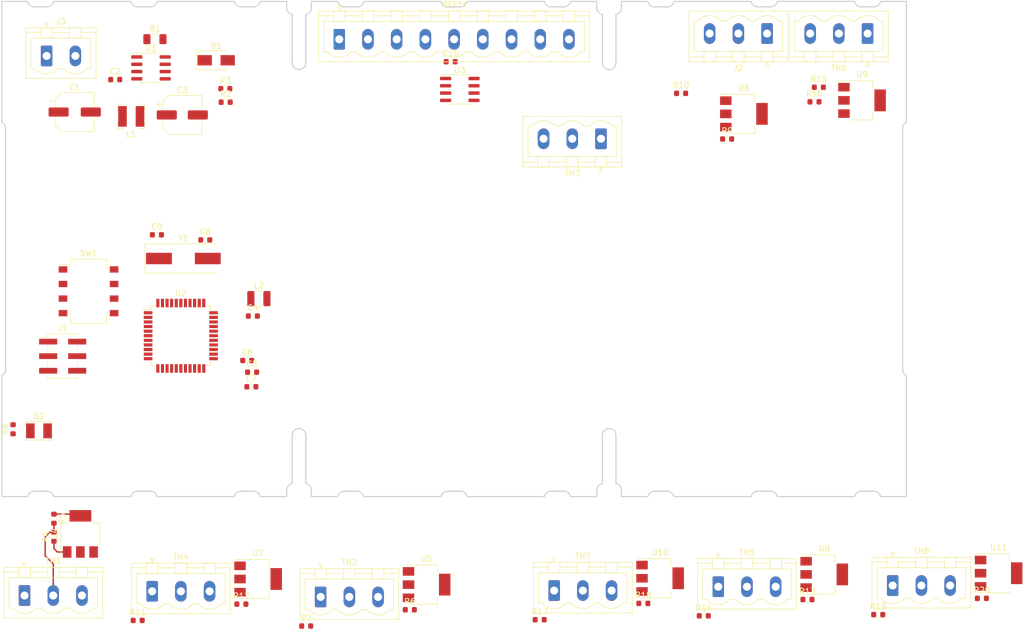
<source format=kicad_pcb>
(kicad_pcb (version 20171130) (host pcbnew 5.0.2+dfsg1-1)

  (general
    (thickness 1.6)
    (drawings 2147)
    (tracks 11)
    (zones 0)
    (modules 59)
    (nets 74)
  )

  (page A4)
  (layers
    (0 F.Cu signal)
    (31 B.Cu signal)
    (32 B.Adhes user)
    (33 F.Adhes user)
    (34 B.Paste user)
    (35 F.Paste user)
    (36 B.SilkS user)
    (37 F.SilkS user)
    (38 B.Mask user hide)
    (39 F.Mask user hide)
    (40 Dwgs.User user hide)
    (41 Cmts.User user hide)
    (42 Eco1.User user hide)
    (43 Eco2.User user hide)
    (44 Edge.Cuts user)
    (45 Margin user hide)
    (46 B.CrtYd user hide)
    (47 F.CrtYd user hide)
    (48 B.Fab user hide)
    (49 F.Fab user hide)
  )

  (setup
    (last_trace_width 0.25)
    (user_trace_width 0.35)
    (trace_clearance 0.2)
    (zone_clearance 0.508)
    (zone_45_only no)
    (trace_min 0.2)
    (segment_width 0.2)
    (edge_width 0.05)
    (via_size 0.8)
    (via_drill 0.4)
    (via_min_size 0.4)
    (via_min_drill 0.3)
    (uvia_size 0.3)
    (uvia_drill 0.1)
    (uvias_allowed no)
    (uvia_min_size 0.2)
    (uvia_min_drill 0.1)
    (pcb_text_width 0.3)
    (pcb_text_size 1.5 1.5)
    (mod_edge_width 0.12)
    (mod_text_size 1 1)
    (mod_text_width 0.15)
    (pad_size 1.524 1.524)
    (pad_drill 0.762)
    (pad_to_mask_clearance 0.051)
    (solder_mask_min_width 0.25)
    (aux_axis_origin 0 0)
    (visible_elements FFFFFF7F)
    (pcbplotparams
      (layerselection 0x010fc_ffffffff)
      (usegerberextensions false)
      (usegerberattributes false)
      (usegerberadvancedattributes false)
      (creategerberjobfile false)
      (excludeedgelayer true)
      (linewidth 0.100000)
      (plotframeref false)
      (viasonmask false)
      (mode 1)
      (useauxorigin false)
      (hpglpennumber 1)
      (hpglpenspeed 20)
      (hpglpendiameter 15.000000)
      (psnegative false)
      (psa4output false)
      (plotreference true)
      (plotvalue true)
      (plotinvisibletext false)
      (padsonsilk false)
      (subtractmaskfromsilk false)
      (outputformat 1)
      (mirror false)
      (drillshape 1)
      (scaleselection 1)
      (outputdirectory ""))
  )

  (net 0 "")
  (net 1 "Net-(R4-Pad2)")
  (net 2 "Net-(R4-Pad1)")
  (net 3 "Net-(R5-Pad1)")
  (net 4 GNDD)
  (net 5 /pt100_ch0/Vout)
  (net 6 "Net-(R1-Pad1)")
  (net 7 +24V)
  (net 8 "Net-(R2-Pad2)")
  (net 9 "Net-(C2-Pad1)")
  (net 10 "Net-(D1-Pad1)")
  (net 11 +3V3)
  (net 12 "Net-(R16-Pad1)")
  (net 13 "Net-(R15-Pad2)")
  (net 14 "Net-(R20-Pad1)")
  (net 15 "Net-(R19-Pad2)")
  (net 16 "Net-(R19-Pad1)")
  (net 17 "Net-(R18-Pad1)")
  (net 18 "Net-(R17-Pad2)")
  (net 19 "Net-(R17-Pad1)")
  (net 20 "Net-(R15-Pad1)")
  (net 21 "Net-(R13-Pad2)")
  (net 22 "Net-(R14-Pad1)")
  (net 23 "Net-(R13-Pad1)")
  (net 24 "Net-(R11-Pad2)")
  (net 25 "Net-(R12-Pad1)")
  (net 26 "Net-(R6-Pad2)")
  (net 27 "Net-(R6-Pad1)")
  (net 28 "Net-(R7-Pad1)")
  (net 29 "Net-(D2-Pad1)")
  (net 30 "Net-(R9-Pad1)")
  (net 31 "Net-(R10-Pad2)")
  (net 32 "Net-(R10-Pad1)")
  (net 33 "Net-(R11-Pad1)")
  (net 34 RX)
  (net 35 DE)
  (net 36 TX)
  (net 37 "Net-(J2-Pad1)")
  (net 38 "Net-(J2-Pad3)")
  (net 39 /pt100_ch5/Vout)
  (net 40 /pt100_ch6/Vout)
  (net 41 /pt100_ch7/Vout)
  (net 42 "Net-(SW1-Pad8)")
  (net 43 "Net-(SW1-Pad7)")
  (net 44 "Net-(SW1-Pad6)")
  (net 45 "Net-(SW1-Pad5)")
  (net 46 "Net-(U2-Pad10)")
  (net 47 "Net-(U2-Pad11)")
  (net 48 "Net-(U2-Pad12)")
  (net 49 "Net-(U2-Pad13)")
  (net 50 "Net-(U2-Pad14)")
  (net 51 "Net-(U2-Pad15)")
  (net 52 "Net-(U2-Pad16)")
  (net 53 "Net-(U2-Pad17)")
  (net 54 "Net-(D2-Pad2)")
  (net 55 "Net-(U2-Pad21)")
  (net 56 "Net-(U2-Pad25)")
  (net 57 "Net-(U2-Pad26)")
  (net 58 "Net-(U2-Pad27)")
  (net 59 "Net-(U2-Pad28)")
  (net 60 "Net-(U2-Pad29)")
  (net 61 "Net-(U2-Pad32)")
  (net 62 "Net-(U2-Pad33)")
  (net 63 PDI_DATA)
  (net 64 PDI_CLK)
  (net 65 "Net-(C9-Pad1)")
  (net 66 "Net-(C8-Pad1)")
  (net 67 "Net-(C4-Pad2)")
  (net 68 /pt100_ch1/Vout)
  (net 69 /pt100_ch2/Vout)
  (net 70 /pt100_ch3/Vout)
  (net 71 /pt100_ch4/Vout)
  (net 72 "Net-(J1-Pad3)")
  (net 73 "Net-(J1-Pad4)")

  (net_class Default "Dies ist die voreingestellte Netzklasse."
    (clearance 0.2)
    (trace_width 0.25)
    (via_dia 0.8)
    (via_drill 0.4)
    (uvia_dia 0.3)
    (uvia_drill 0.1)
    (add_net +24V)
    (add_net +3V3)
    (add_net /pt100_ch0/Vout)
    (add_net /pt100_ch1/Vout)
    (add_net /pt100_ch2/Vout)
    (add_net /pt100_ch3/Vout)
    (add_net /pt100_ch4/Vout)
    (add_net /pt100_ch5/Vout)
    (add_net /pt100_ch6/Vout)
    (add_net /pt100_ch7/Vout)
    (add_net DE)
    (add_net GNDD)
    (add_net "Net-(C2-Pad1)")
    (add_net "Net-(C4-Pad2)")
    (add_net "Net-(C8-Pad1)")
    (add_net "Net-(C9-Pad1)")
    (add_net "Net-(D1-Pad1)")
    (add_net "Net-(D2-Pad1)")
    (add_net "Net-(D2-Pad2)")
    (add_net "Net-(J1-Pad3)")
    (add_net "Net-(J1-Pad4)")
    (add_net "Net-(J2-Pad1)")
    (add_net "Net-(J2-Pad3)")
    (add_net "Net-(R1-Pad1)")
    (add_net "Net-(R10-Pad1)")
    (add_net "Net-(R10-Pad2)")
    (add_net "Net-(R11-Pad1)")
    (add_net "Net-(R11-Pad2)")
    (add_net "Net-(R12-Pad1)")
    (add_net "Net-(R13-Pad1)")
    (add_net "Net-(R13-Pad2)")
    (add_net "Net-(R14-Pad1)")
    (add_net "Net-(R15-Pad1)")
    (add_net "Net-(R15-Pad2)")
    (add_net "Net-(R16-Pad1)")
    (add_net "Net-(R17-Pad1)")
    (add_net "Net-(R17-Pad2)")
    (add_net "Net-(R18-Pad1)")
    (add_net "Net-(R19-Pad1)")
    (add_net "Net-(R19-Pad2)")
    (add_net "Net-(R2-Pad2)")
    (add_net "Net-(R20-Pad1)")
    (add_net "Net-(R4-Pad1)")
    (add_net "Net-(R4-Pad2)")
    (add_net "Net-(R5-Pad1)")
    (add_net "Net-(R6-Pad1)")
    (add_net "Net-(R6-Pad2)")
    (add_net "Net-(R7-Pad1)")
    (add_net "Net-(R9-Pad1)")
    (add_net "Net-(SW1-Pad5)")
    (add_net "Net-(SW1-Pad6)")
    (add_net "Net-(SW1-Pad7)")
    (add_net "Net-(SW1-Pad8)")
    (add_net "Net-(U2-Pad10)")
    (add_net "Net-(U2-Pad11)")
    (add_net "Net-(U2-Pad12)")
    (add_net "Net-(U2-Pad13)")
    (add_net "Net-(U2-Pad14)")
    (add_net "Net-(U2-Pad15)")
    (add_net "Net-(U2-Pad16)")
    (add_net "Net-(U2-Pad17)")
    (add_net "Net-(U2-Pad21)")
    (add_net "Net-(U2-Pad25)")
    (add_net "Net-(U2-Pad26)")
    (add_net "Net-(U2-Pad27)")
    (add_net "Net-(U2-Pad28)")
    (add_net "Net-(U2-Pad29)")
    (add_net "Net-(U2-Pad32)")
    (add_net "Net-(U2-Pad33)")
    (add_net PDI_CLK)
    (add_net PDI_DATA)
    (add_net RX)
    (add_net TX)
  )

  (module Inductor_SMD:L_Bourns-SRN4018 (layer F.Cu) (tedit 5B471911) (tstamp 5E5DDBBB)
    (at 89.28 59.436)
    (descr "Bourns SRN4018 series SMD inductor, https://www.bourns.com/docs/Product-Datasheets/SRN4018.pdf")
    (tags "Bourns SRN4018 SMD inductor")
    (path /5E4CD202)
    (attr smd)
    (fp_text reference L1 (at 0 3.1) (layer F.SilkS)
      (effects (font (size 1 1) (thickness 0.15)))
    )
    (fp_text value 220uH (at 0 -3.1) (layer F.Fab)
      (effects (font (size 1 1) (thickness 0.15)))
    )
    (fp_text user %R (at 0 0) (layer F.Fab)
      (effects (font (size 1 1) (thickness 0.15)))
    )
    (fp_line (start 2 2) (end -2 2) (layer F.Fab) (width 0.1))
    (fp_line (start -2 -2) (end 2 -2) (layer F.Fab) (width 0.1))
    (fp_line (start -2.385 -2.11) (end -2.385 -1.085) (layer F.SilkS) (width 0.12))
    (fp_line (start -2.385 -2.11) (end -1.36 -2.11) (layer F.SilkS) (width 0.12))
    (fp_line (start -2 -2) (end -2 2) (layer F.Fab) (width 0.1))
    (fp_line (start 2 -2) (end 2 2) (layer F.Fab) (width 0.1))
    (fp_line (start 2.385 -2.11) (end 1.36 -2.11) (layer F.SilkS) (width 0.12))
    (fp_line (start 2.385 -2.11) (end 2.385 -1.085) (layer F.SilkS) (width 0.12))
    (fp_line (start 2.385 2.11) (end 2.385 1.085) (layer F.SilkS) (width 0.12))
    (fp_line (start -2.385 2.11) (end -2.385 1.085) (layer F.SilkS) (width 0.12))
    (fp_line (start 2.385 2.11) (end 1.36 2.11) (layer F.SilkS) (width 0.12))
    (fp_line (start -2.385 2.11) (end -1.36 2.11) (layer F.SilkS) (width 0.12))
    (fp_line (start -2.53 -2.25) (end 2.53 -2.25) (layer F.CrtYd) (width 0.05))
    (fp_line (start 2.53 -2.25) (end 2.53 2.25) (layer F.CrtYd) (width 0.05))
    (fp_line (start -2.53 2.25) (end 2.53 2.25) (layer F.CrtYd) (width 0.05))
    (fp_line (start -2.53 -2.25) (end -2.53 2.25) (layer F.CrtYd) (width 0.05))
    (pad 1 smd rect (at -1.525 0) (size 1.5 3.6) (layers F.Cu F.Paste F.Mask)
      (net 10 "Net-(D1-Pad1)"))
    (pad 2 smd rect (at 1.525 0) (size 1.5 3.6) (layers F.Cu F.Paste F.Mask)
      (net 11 +3V3))
    (model ${KISYS3DMOD}/Inductor_SMD.3dshapes/L_Bourns-SRN4018.wrl
      (at (xyz 0 0 0))
      (scale (xyz 1 1 1))
      (rotate (xyz 0 0 0))
    )
  )

  (module Button_Switch_SMD:SW_DIP_SPSTx04_Slide_Omron_A6S-410x_W8.9mm_P2.54mm (layer F.Cu) (tedit 5AC88315) (tstamp 5E5D675D)
    (at 81.8515 89.916)
    (descr "SMD 4x-dip-switch SPST Omron_A6S-410x, Slide, row spacing 8.9 mm (350 mils), body size  (see http://omronfs.omron.com/en_US/ecb/products/pdf/en-a6s.pdf)")
    (tags "SMD DIP Switch SPST Slide 8.9mm 350mil")
    (path /5E6043B5)
    (attr smd)
    (fp_text reference SW1 (at 0 -6.61) (layer F.SilkS)
      (effects (font (size 1 1) (thickness 0.15)))
    )
    (fp_text value SW_DIP_x04 (at 0 6.61) (layer F.Fab)
      (effects (font (size 1 1) (thickness 0.15)))
    )
    (fp_line (start -2.1 -5.55) (end 3.1 -5.55) (layer F.Fab) (width 0.1))
    (fp_line (start 3.1 -5.55) (end 3.1 5.55) (layer F.Fab) (width 0.1))
    (fp_line (start 3.1 5.55) (end -3.1 5.55) (layer F.Fab) (width 0.1))
    (fp_line (start -3.1 5.55) (end -3.1 -4.55) (layer F.Fab) (width 0.1))
    (fp_line (start -3.1 -4.55) (end -2.1 -5.55) (layer F.Fab) (width 0.1))
    (fp_line (start -1.5 -4.36) (end -1.5 -3.26) (layer F.Fab) (width 0.1))
    (fp_line (start -1.5 -3.26) (end 1.5 -3.26) (layer F.Fab) (width 0.1))
    (fp_line (start 1.5 -3.26) (end 1.5 -4.36) (layer F.Fab) (width 0.1))
    (fp_line (start 1.5 -4.36) (end -1.5 -4.36) (layer F.Fab) (width 0.1))
    (fp_line (start -1.5 -4.26) (end -0.5 -4.26) (layer F.Fab) (width 0.1))
    (fp_line (start -1.5 -4.16) (end -0.5 -4.16) (layer F.Fab) (width 0.1))
    (fp_line (start -1.5 -4.06) (end -0.5 -4.06) (layer F.Fab) (width 0.1))
    (fp_line (start -1.5 -3.96) (end -0.5 -3.96) (layer F.Fab) (width 0.1))
    (fp_line (start -1.5 -3.86) (end -0.5 -3.86) (layer F.Fab) (width 0.1))
    (fp_line (start -1.5 -3.76) (end -0.5 -3.76) (layer F.Fab) (width 0.1))
    (fp_line (start -1.5 -3.66) (end -0.5 -3.66) (layer F.Fab) (width 0.1))
    (fp_line (start -1.5 -3.56) (end -0.5 -3.56) (layer F.Fab) (width 0.1))
    (fp_line (start -1.5 -3.46) (end -0.5 -3.46) (layer F.Fab) (width 0.1))
    (fp_line (start -1.5 -3.36) (end -0.5 -3.36) (layer F.Fab) (width 0.1))
    (fp_line (start -1.5 -3.26) (end -0.5 -3.26) (layer F.Fab) (width 0.1))
    (fp_line (start -0.5 -4.36) (end -0.5 -3.26) (layer F.Fab) (width 0.1))
    (fp_line (start -1.5 -1.82) (end -1.5 -0.72) (layer F.Fab) (width 0.1))
    (fp_line (start -1.5 -0.72) (end 1.5 -0.72) (layer F.Fab) (width 0.1))
    (fp_line (start 1.5 -0.72) (end 1.5 -1.82) (layer F.Fab) (width 0.1))
    (fp_line (start 1.5 -1.82) (end -1.5 -1.82) (layer F.Fab) (width 0.1))
    (fp_line (start -1.5 -1.72) (end -0.5 -1.72) (layer F.Fab) (width 0.1))
    (fp_line (start -1.5 -1.62) (end -0.5 -1.62) (layer F.Fab) (width 0.1))
    (fp_line (start -1.5 -1.52) (end -0.5 -1.52) (layer F.Fab) (width 0.1))
    (fp_line (start -1.5 -1.42) (end -0.5 -1.42) (layer F.Fab) (width 0.1))
    (fp_line (start -1.5 -1.32) (end -0.5 -1.32) (layer F.Fab) (width 0.1))
    (fp_line (start -1.5 -1.22) (end -0.5 -1.22) (layer F.Fab) (width 0.1))
    (fp_line (start -1.5 -1.12) (end -0.5 -1.12) (layer F.Fab) (width 0.1))
    (fp_line (start -1.5 -1.02) (end -0.5 -1.02) (layer F.Fab) (width 0.1))
    (fp_line (start -1.5 -0.92) (end -0.5 -0.92) (layer F.Fab) (width 0.1))
    (fp_line (start -1.5 -0.82) (end -0.5 -0.82) (layer F.Fab) (width 0.1))
    (fp_line (start -0.5 -1.82) (end -0.5 -0.72) (layer F.Fab) (width 0.1))
    (fp_line (start -1.5 0.72) (end -1.5 1.82) (layer F.Fab) (width 0.1))
    (fp_line (start -1.5 1.82) (end 1.5 1.82) (layer F.Fab) (width 0.1))
    (fp_line (start 1.5 1.82) (end 1.5 0.72) (layer F.Fab) (width 0.1))
    (fp_line (start 1.5 0.72) (end -1.5 0.72) (layer F.Fab) (width 0.1))
    (fp_line (start -1.5 0.82) (end -0.5 0.82) (layer F.Fab) (width 0.1))
    (fp_line (start -1.5 0.92) (end -0.5 0.92) (layer F.Fab) (width 0.1))
    (fp_line (start -1.5 1.02) (end -0.5 1.02) (layer F.Fab) (width 0.1))
    (fp_line (start -1.5 1.12) (end -0.5 1.12) (layer F.Fab) (width 0.1))
    (fp_line (start -1.5 1.22) (end -0.5 1.22) (layer F.Fab) (width 0.1))
    (fp_line (start -1.5 1.32) (end -0.5 1.32) (layer F.Fab) (width 0.1))
    (fp_line (start -1.5 1.42) (end -0.5 1.42) (layer F.Fab) (width 0.1))
    (fp_line (start -1.5 1.52) (end -0.5 1.52) (layer F.Fab) (width 0.1))
    (fp_line (start -1.5 1.62) (end -0.5 1.62) (layer F.Fab) (width 0.1))
    (fp_line (start -1.5 1.72) (end -0.5 1.72) (layer F.Fab) (width 0.1))
    (fp_line (start -1.5 1.82) (end -0.5 1.82) (layer F.Fab) (width 0.1))
    (fp_line (start -0.5 0.72) (end -0.5 1.82) (layer F.Fab) (width 0.1))
    (fp_line (start -1.5 3.26) (end -1.5 4.36) (layer F.Fab) (width 0.1))
    (fp_line (start -1.5 4.36) (end 1.5 4.36) (layer F.Fab) (width 0.1))
    (fp_line (start 1.5 4.36) (end 1.5 3.26) (layer F.Fab) (width 0.1))
    (fp_line (start 1.5 3.26) (end -1.5 3.26) (layer F.Fab) (width 0.1))
    (fp_line (start -1.5 3.36) (end -0.5 3.36) (layer F.Fab) (width 0.1))
    (fp_line (start -1.5 3.46) (end -0.5 3.46) (layer F.Fab) (width 0.1))
    (fp_line (start -1.5 3.56) (end -0.5 3.56) (layer F.Fab) (width 0.1))
    (fp_line (start -1.5 3.66) (end -0.5 3.66) (layer F.Fab) (width 0.1))
    (fp_line (start -1.5 3.76) (end -0.5 3.76) (layer F.Fab) (width 0.1))
    (fp_line (start -1.5 3.86) (end -0.5 3.86) (layer F.Fab) (width 0.1))
    (fp_line (start -1.5 3.96) (end -0.5 3.96) (layer F.Fab) (width 0.1))
    (fp_line (start -1.5 4.06) (end -0.5 4.06) (layer F.Fab) (width 0.1))
    (fp_line (start -1.5 4.16) (end -0.5 4.16) (layer F.Fab) (width 0.1))
    (fp_line (start -1.5 4.26) (end -0.5 4.26) (layer F.Fab) (width 0.1))
    (fp_line (start -1.5 4.36) (end -0.5 4.36) (layer F.Fab) (width 0.1))
    (fp_line (start -0.5 3.26) (end -0.5 4.36) (layer F.Fab) (width 0.1))
    (fp_line (start -3.16 5.61) (end 3.16 5.61) (layer F.SilkS) (width 0.12))
    (fp_line (start -5.2 -4.661) (end -3.16 -4.661) (layer F.SilkS) (width 0.12))
    (fp_line (start -3.16 -5.61) (end -3.16 -4.661) (layer F.SilkS) (width 0.12))
    (fp_line (start -3.16 -5.61) (end 3.16 -5.61) (layer F.SilkS) (width 0.12))
    (fp_line (start 3.16 -5.61) (end 3.16 -3.871) (layer F.SilkS) (width 0.12))
    (fp_line (start -3.16 3.87) (end -3.16 5.61) (layer F.SilkS) (width 0.12))
    (fp_line (start 3.16 3.87) (end 3.16 5.61) (layer F.SilkS) (width 0.12))
    (fp_line (start -5.45 -5.9) (end -5.45 5.9) (layer F.CrtYd) (width 0.05))
    (fp_line (start -5.45 5.9) (end 5.45 5.9) (layer F.CrtYd) (width 0.05))
    (fp_line (start 5.45 5.9) (end 5.45 -5.9) (layer F.CrtYd) (width 0.05))
    (fp_line (start 5.45 -5.9) (end -5.45 -5.9) (layer F.CrtYd) (width 0.05))
    (fp_text user %R (at 2.3 0 90) (layer F.Fab)
      (effects (font (size 0.8 0.8) (thickness 0.12)))
    )
    (fp_text user on (at 0.075 -4.955) (layer F.Fab)
      (effects (font (size 0.8 0.8) (thickness 0.12)))
    )
    (pad 1 smd rect (at -4.45 -3.81) (size 1.5 1.1) (layers F.Cu F.Paste F.Mask)
      (net 4 GNDD))
    (pad 5 smd rect (at 4.45 3.81) (size 1.5 1.1) (layers F.Cu F.Paste F.Mask)
      (net 45 "Net-(SW1-Pad5)"))
    (pad 2 smd rect (at -4.45 -1.27) (size 1.5 1.1) (layers F.Cu F.Paste F.Mask)
      (net 4 GNDD))
    (pad 6 smd rect (at 4.45 1.27) (size 1.5 1.1) (layers F.Cu F.Paste F.Mask)
      (net 44 "Net-(SW1-Pad6)"))
    (pad 3 smd rect (at -4.45 1.27) (size 1.5 1.1) (layers F.Cu F.Paste F.Mask)
      (net 4 GNDD))
    (pad 7 smd rect (at 4.45 -1.27) (size 1.5 1.1) (layers F.Cu F.Paste F.Mask)
      (net 43 "Net-(SW1-Pad7)"))
    (pad 4 smd rect (at -4.45 3.81) (size 1.5 1.1) (layers F.Cu F.Paste F.Mask)
      (net 4 GNDD))
    (pad 8 smd rect (at 4.45 -3.81) (size 1.5 1.1) (layers F.Cu F.Paste F.Mask)
      (net 42 "Net-(SW1-Pad8)"))
    (model ${KISYS3DMOD}/Button_Switch_SMD.3dshapes/SW_DIP_SPSTx04_Slide_Omron_A6S-410x_W8.9mm_P2.54mm.wrl
      (at (xyz 0 0 0))
      (scale (xyz 1 1 1))
      (rotate (xyz 0 0 0))
    )
    (model ${KISYS3DMOD}/Button_Switch_SMD.3dshapes/SW_DIP_x4_W8.61mm_Slide_LowProfile.step
      (at (xyz 0 0 0))
      (scale (xyz 1 1 1))
      (rotate (xyz 0 0 0))
    )
  )

  (module Connector_Phoenix_MSTB:PhoenixContact_MSTBVA_2,5_2-G_1x02_P5.00mm_Vertical (layer F.Cu) (tedit 5B785046) (tstamp 5E5D6539)
    (at 74.549 48.895)
    (descr "Generic Phoenix Contact connector footprint for: MSTBVA_2,5/2-G; number of pins: 02; pin pitch: 5.00mm; Vertical || order number: 1755516 12A || order number: 1924198 16A (HC)")
    (tags "phoenix_contact connector MSTBVA_01x02_G_5.00mm")
    (path /5E50CAD1)
    (fp_text reference J3 (at 2.5 -6) (layer F.SilkS)
      (effects (font (size 1 1) (thickness 0.15)))
    )
    (fp_text value Screw_Terminal_01x02 (at 2.5 5) (layer F.Fab)
      (effects (font (size 1 1) (thickness 0.15)))
    )
    (fp_arc (start 0 0.55) (end -2 2.2) (angle -100.5) (layer F.SilkS) (width 0.12))
    (fp_arc (start 5 0.55) (end 3 2.2) (angle -100.5) (layer F.SilkS) (width 0.12))
    (fp_line (start -3.61 -4.91) (end -3.61 3.91) (layer F.SilkS) (width 0.12))
    (fp_line (start -3.61 3.91) (end 8.61 3.91) (layer F.SilkS) (width 0.12))
    (fp_line (start 8.61 3.91) (end 8.61 -4.91) (layer F.SilkS) (width 0.12))
    (fp_line (start 8.61 -4.91) (end -3.61 -4.91) (layer F.SilkS) (width 0.12))
    (fp_line (start -3.5 -4.8) (end -3.5 3.8) (layer F.Fab) (width 0.1))
    (fp_line (start -3.5 3.8) (end 8.5 3.8) (layer F.Fab) (width 0.1))
    (fp_line (start 8.5 3.8) (end 8.5 -4.8) (layer F.Fab) (width 0.1))
    (fp_line (start 8.5 -4.8) (end -3.5 -4.8) (layer F.Fab) (width 0.1))
    (fp_line (start -3.61 -4.1) (end -1.11 -4.1) (layer F.SilkS) (width 0.12))
    (fp_line (start 8.61 -4.1) (end 6.11 -4.1) (layer F.SilkS) (width 0.12))
    (fp_line (start 1 -4.1) (end 4 -4.1) (layer F.SilkS) (width 0.12))
    (fp_line (start -1 -3.1) (end -1 -4.91) (layer F.SilkS) (width 0.12))
    (fp_line (start -1 -4.91) (end 1 -4.91) (layer F.SilkS) (width 0.12))
    (fp_line (start 1 -4.91) (end 1 -3.1) (layer F.SilkS) (width 0.12))
    (fp_line (start 1 -3.1) (end -1 -3.1) (layer F.SilkS) (width 0.12))
    (fp_line (start 4 -3.1) (end 4 -4.91) (layer F.SilkS) (width 0.12))
    (fp_line (start 4 -4.91) (end 6 -4.91) (layer F.SilkS) (width 0.12))
    (fp_line (start 6 -4.91) (end 6 -3.1) (layer F.SilkS) (width 0.12))
    (fp_line (start 6 -3.1) (end 4 -3.1) (layer F.SilkS) (width 0.12))
    (fp_line (start 2 2.2) (end 3 2.2) (layer F.SilkS) (width 0.12))
    (fp_line (start -2 2.2) (end -2.7 2.2) (layer F.SilkS) (width 0.12))
    (fp_line (start -2.7 2.2) (end -2.7 -3.1) (layer F.SilkS) (width 0.12))
    (fp_line (start -2.7 -3.1) (end 7.7 -3.1) (layer F.SilkS) (width 0.12))
    (fp_line (start 7.7 -3.1) (end 7.7 2.2) (layer F.SilkS) (width 0.12))
    (fp_line (start 7.7 2.2) (end 7 2.2) (layer F.SilkS) (width 0.12))
    (fp_line (start -4 -5.3) (end -4 4.3) (layer F.CrtYd) (width 0.05))
    (fp_line (start -4 4.3) (end 9 4.3) (layer F.CrtYd) (width 0.05))
    (fp_line (start 9 4.3) (end 9 -5.3) (layer F.CrtYd) (width 0.05))
    (fp_line (start 9 -5.3) (end -4 -5.3) (layer F.CrtYd) (width 0.05))
    (fp_line (start 0.3 -5.71) (end 0 -5.11) (layer F.SilkS) (width 0.12))
    (fp_line (start 0 -5.11) (end -0.3 -5.71) (layer F.SilkS) (width 0.12))
    (fp_line (start -0.3 -5.71) (end 0.3 -5.71) (layer F.SilkS) (width 0.12))
    (fp_line (start 0.5 -3.55) (end 0 -2.55) (layer F.Fab) (width 0.1))
    (fp_line (start 0 -2.55) (end -0.5 -3.55) (layer F.Fab) (width 0.1))
    (fp_line (start -0.5 -3.55) (end 0.5 -3.55) (layer F.Fab) (width 0.1))
    (fp_text user %R (at 2.5 -4.1) (layer F.Fab)
      (effects (font (size 1 1) (thickness 0.15)))
    )
    (pad 1 thru_hole roundrect (at 0 0) (size 2 3.6) (drill 1.4) (layers *.Cu *.Mask) (roundrect_rratio 0.125)
      (net 4 GNDD))
    (pad 2 thru_hole oval (at 5 0) (size 2 3.6) (drill 1.4) (layers *.Cu *.Mask)
      (net 7 +24V))
    (model ${KISYS3DMOD}/Connector_Phoenix_MSTB.3dshapes/PhoenixContact_MSTBVA_2,5_2-G_1x02_P5.00mm_Vertical.wrl
      (at (xyz 0 0 0))
      (scale (xyz 1 1 1))
      (rotate (xyz 0 0 0))
    )
  )

  (module Capacitor_SMD:CP_Elec_6.3x3.9 (layer F.Cu) (tedit 5BCA39CF) (tstamp 5E4F3B90)
    (at 98.171 59.182)
    (descr "SMD capacitor, aluminum electrolytic, Nichicon, 6.3x3.9mm")
    (tags "capacitor electrolytic")
    (path /5E4D156F)
    (attr smd)
    (fp_text reference C3 (at 0 -4.35) (layer F.SilkS)
      (effects (font (size 1 1) (thickness 0.15)))
    )
    (fp_text value 100u (at 0 4.35) (layer F.Fab)
      (effects (font (size 1 1) (thickness 0.15)))
    )
    (fp_circle (center 0 0) (end 3.15 0) (layer F.Fab) (width 0.1))
    (fp_line (start 3.3 -3.3) (end 3.3 3.3) (layer F.Fab) (width 0.1))
    (fp_line (start -2.3 -3.3) (end 3.3 -3.3) (layer F.Fab) (width 0.1))
    (fp_line (start -2.3 3.3) (end 3.3 3.3) (layer F.Fab) (width 0.1))
    (fp_line (start -3.3 -2.3) (end -3.3 2.3) (layer F.Fab) (width 0.1))
    (fp_line (start -3.3 -2.3) (end -2.3 -3.3) (layer F.Fab) (width 0.1))
    (fp_line (start -3.3 2.3) (end -2.3 3.3) (layer F.Fab) (width 0.1))
    (fp_line (start -2.704838 -1.33) (end -2.074838 -1.33) (layer F.Fab) (width 0.1))
    (fp_line (start -2.389838 -1.645) (end -2.389838 -1.015) (layer F.Fab) (width 0.1))
    (fp_line (start 3.41 3.41) (end 3.41 1.06) (layer F.SilkS) (width 0.12))
    (fp_line (start 3.41 -3.41) (end 3.41 -1.06) (layer F.SilkS) (width 0.12))
    (fp_line (start -2.345563 -3.41) (end 3.41 -3.41) (layer F.SilkS) (width 0.12))
    (fp_line (start -2.345563 3.41) (end 3.41 3.41) (layer F.SilkS) (width 0.12))
    (fp_line (start -3.41 2.345563) (end -3.41 1.06) (layer F.SilkS) (width 0.12))
    (fp_line (start -3.41 -2.345563) (end -3.41 -1.06) (layer F.SilkS) (width 0.12))
    (fp_line (start -3.41 -2.345563) (end -2.345563 -3.41) (layer F.SilkS) (width 0.12))
    (fp_line (start -3.41 2.345563) (end -2.345563 3.41) (layer F.SilkS) (width 0.12))
    (fp_line (start -4.4375 -1.8475) (end -3.65 -1.8475) (layer F.SilkS) (width 0.12))
    (fp_line (start -4.04375 -2.24125) (end -4.04375 -1.45375) (layer F.SilkS) (width 0.12))
    (fp_line (start 3.55 -3.55) (end 3.55 -1.05) (layer F.CrtYd) (width 0.05))
    (fp_line (start 3.55 -1.05) (end 4.7 -1.05) (layer F.CrtYd) (width 0.05))
    (fp_line (start 4.7 -1.05) (end 4.7 1.05) (layer F.CrtYd) (width 0.05))
    (fp_line (start 4.7 1.05) (end 3.55 1.05) (layer F.CrtYd) (width 0.05))
    (fp_line (start 3.55 1.05) (end 3.55 3.55) (layer F.CrtYd) (width 0.05))
    (fp_line (start -2.4 3.55) (end 3.55 3.55) (layer F.CrtYd) (width 0.05))
    (fp_line (start -2.4 -3.55) (end 3.55 -3.55) (layer F.CrtYd) (width 0.05))
    (fp_line (start -3.55 2.4) (end -2.4 3.55) (layer F.CrtYd) (width 0.05))
    (fp_line (start -3.55 -2.4) (end -2.4 -3.55) (layer F.CrtYd) (width 0.05))
    (fp_line (start -3.55 -2.4) (end -3.55 -1.05) (layer F.CrtYd) (width 0.05))
    (fp_line (start -3.55 1.05) (end -3.55 2.4) (layer F.CrtYd) (width 0.05))
    (fp_line (start -3.55 -1.05) (end -4.7 -1.05) (layer F.CrtYd) (width 0.05))
    (fp_line (start -4.7 -1.05) (end -4.7 1.05) (layer F.CrtYd) (width 0.05))
    (fp_line (start -4.7 1.05) (end -3.55 1.05) (layer F.CrtYd) (width 0.05))
    (fp_text user %R (at 0 0) (layer F.Fab)
      (effects (font (size 1 1) (thickness 0.15)))
    )
    (pad 1 smd roundrect (at -2.7 0) (size 3.5 1.6) (layers F.Cu F.Paste F.Mask) (roundrect_rratio 0.15625)
      (net 11 +3V3))
    (pad 2 smd roundrect (at 2.7 0) (size 3.5 1.6) (layers F.Cu F.Paste F.Mask) (roundrect_rratio 0.15625)
      (net 4 GNDD))
    (model ${KISYS3DMOD}/Capacitor_SMD.3dshapes/CP_Elec_6.3x3.9.wrl
      (at (xyz 0 0 0))
      (scale (xyz 1 1 1))
      (rotate (xyz 0 0 0))
    )
  )

  (module Capacitor_SMD:CP_Elec_6.3x5.3 (layer F.Cu) (tedit 5BCA39D0) (tstamp 5E4F3B68)
    (at 79.4385 58.674)
    (descr "SMD capacitor, aluminum electrolytic, Cornell Dubilier, 6.3x5.3mm")
    (tags "capacitor electrolytic")
    (path /5E4DDF6D)
    (attr smd)
    (fp_text reference C1 (at 0 -4.35) (layer F.SilkS)
      (effects (font (size 1 1) (thickness 0.15)))
    )
    (fp_text value 100u (at 0 4.35) (layer F.Fab)
      (effects (font (size 1 1) (thickness 0.15)))
    )
    (fp_circle (center 0 0) (end 3.15 0) (layer F.Fab) (width 0.1))
    (fp_line (start 3.3 -3.3) (end 3.3 3.3) (layer F.Fab) (width 0.1))
    (fp_line (start -2.3 -3.3) (end 3.3 -3.3) (layer F.Fab) (width 0.1))
    (fp_line (start -2.3 3.3) (end 3.3 3.3) (layer F.Fab) (width 0.1))
    (fp_line (start -3.3 -2.3) (end -3.3 2.3) (layer F.Fab) (width 0.1))
    (fp_line (start -3.3 -2.3) (end -2.3 -3.3) (layer F.Fab) (width 0.1))
    (fp_line (start -3.3 2.3) (end -2.3 3.3) (layer F.Fab) (width 0.1))
    (fp_line (start -2.704838 -1.33) (end -2.074838 -1.33) (layer F.Fab) (width 0.1))
    (fp_line (start -2.389838 -1.645) (end -2.389838 -1.015) (layer F.Fab) (width 0.1))
    (fp_line (start 3.41 3.41) (end 3.41 1.06) (layer F.SilkS) (width 0.12))
    (fp_line (start 3.41 -3.41) (end 3.41 -1.06) (layer F.SilkS) (width 0.12))
    (fp_line (start -2.345563 -3.41) (end 3.41 -3.41) (layer F.SilkS) (width 0.12))
    (fp_line (start -2.345563 3.41) (end 3.41 3.41) (layer F.SilkS) (width 0.12))
    (fp_line (start -3.41 2.345563) (end -3.41 1.06) (layer F.SilkS) (width 0.12))
    (fp_line (start -3.41 -2.345563) (end -3.41 -1.06) (layer F.SilkS) (width 0.12))
    (fp_line (start -3.41 -2.345563) (end -2.345563 -3.41) (layer F.SilkS) (width 0.12))
    (fp_line (start -3.41 2.345563) (end -2.345563 3.41) (layer F.SilkS) (width 0.12))
    (fp_line (start -4.4375 -1.8475) (end -3.65 -1.8475) (layer F.SilkS) (width 0.12))
    (fp_line (start -4.04375 -2.24125) (end -4.04375 -1.45375) (layer F.SilkS) (width 0.12))
    (fp_line (start 3.55 -3.55) (end 3.55 -1.05) (layer F.CrtYd) (width 0.05))
    (fp_line (start 3.55 -1.05) (end 4.8 -1.05) (layer F.CrtYd) (width 0.05))
    (fp_line (start 4.8 -1.05) (end 4.8 1.05) (layer F.CrtYd) (width 0.05))
    (fp_line (start 4.8 1.05) (end 3.55 1.05) (layer F.CrtYd) (width 0.05))
    (fp_line (start 3.55 1.05) (end 3.55 3.55) (layer F.CrtYd) (width 0.05))
    (fp_line (start -2.4 3.55) (end 3.55 3.55) (layer F.CrtYd) (width 0.05))
    (fp_line (start -2.4 -3.55) (end 3.55 -3.55) (layer F.CrtYd) (width 0.05))
    (fp_line (start -3.55 2.4) (end -2.4 3.55) (layer F.CrtYd) (width 0.05))
    (fp_line (start -3.55 -2.4) (end -2.4 -3.55) (layer F.CrtYd) (width 0.05))
    (fp_line (start -3.55 -2.4) (end -3.55 -1.05) (layer F.CrtYd) (width 0.05))
    (fp_line (start -3.55 1.05) (end -3.55 2.4) (layer F.CrtYd) (width 0.05))
    (fp_line (start -3.55 -1.05) (end -4.8 -1.05) (layer F.CrtYd) (width 0.05))
    (fp_line (start -4.8 -1.05) (end -4.8 1.05) (layer F.CrtYd) (width 0.05))
    (fp_line (start -4.8 1.05) (end -3.55 1.05) (layer F.CrtYd) (width 0.05))
    (fp_text user %R (at 0 0) (layer F.Fab)
      (effects (font (size 1 1) (thickness 0.15)))
    )
    (pad 1 smd roundrect (at -2.8 0) (size 3.5 1.6) (layers F.Cu F.Paste F.Mask) (roundrect_rratio 0.15625)
      (net 7 +24V))
    (pad 2 smd roundrect (at 2.8 0) (size 3.5 1.6) (layers F.Cu F.Paste F.Mask) (roundrect_rratio 0.15625)
      (net 4 GNDD))
    (model ${KISYS3DMOD}/Capacitor_SMD.3dshapes/CP_Elec_6.3x5.3.wrl
      (at (xyz 0 0 0))
      (scale (xyz 1 1 1))
      (rotate (xyz 0 0 0))
    )
  )

  (module Capacitor_SMD:C_0603_1608Metric (layer F.Cu) (tedit 5B301BBE) (tstamp 5E4F3B40)
    (at 86.487 53.0225)
    (descr "Capacitor SMD 0603 (1608 Metric), square (rectangular) end terminal, IPC_7351 nominal, (Body size source: http://www.tortai-tech.com/upload/download/2011102023233369053.pdf), generated with kicad-footprint-generator")
    (tags capacitor)
    (path /5E4D469B)
    (attr smd)
    (fp_text reference C2 (at 0 -1.43) (layer F.SilkS)
      (effects (font (size 1 1) (thickness 0.15)))
    )
    (fp_text value 100p (at 0 1.43) (layer F.Fab)
      (effects (font (size 1 1) (thickness 0.15)))
    )
    (fp_text user %R (at 0 0) (layer F.Fab)
      (effects (font (size 0.4 0.4) (thickness 0.06)))
    )
    (fp_line (start 1.48 0.73) (end -1.48 0.73) (layer F.CrtYd) (width 0.05))
    (fp_line (start 1.48 -0.73) (end 1.48 0.73) (layer F.CrtYd) (width 0.05))
    (fp_line (start -1.48 -0.73) (end 1.48 -0.73) (layer F.CrtYd) (width 0.05))
    (fp_line (start -1.48 0.73) (end -1.48 -0.73) (layer F.CrtYd) (width 0.05))
    (fp_line (start -0.162779 0.51) (end 0.162779 0.51) (layer F.SilkS) (width 0.12))
    (fp_line (start -0.162779 -0.51) (end 0.162779 -0.51) (layer F.SilkS) (width 0.12))
    (fp_line (start 0.8 0.4) (end -0.8 0.4) (layer F.Fab) (width 0.1))
    (fp_line (start 0.8 -0.4) (end 0.8 0.4) (layer F.Fab) (width 0.1))
    (fp_line (start -0.8 -0.4) (end 0.8 -0.4) (layer F.Fab) (width 0.1))
    (fp_line (start -0.8 0.4) (end -0.8 -0.4) (layer F.Fab) (width 0.1))
    (pad 2 smd roundrect (at 0.7875 0) (size 0.875 0.95) (layers F.Cu F.Paste F.Mask) (roundrect_rratio 0.25)
      (net 4 GNDD))
    (pad 1 smd roundrect (at -0.7875 0) (size 0.875 0.95) (layers F.Cu F.Paste F.Mask) (roundrect_rratio 0.25)
      (net 9 "Net-(C2-Pad1)"))
    (model ${KISYS3DMOD}/Capacitor_SMD.3dshapes/C_0603_1608Metric.wrl
      (at (xyz 0 0 0))
      (scale (xyz 1 1 1))
      (rotate (xyz 0 0 0))
    )
  )

  (module Capacitor_SMD:C_0603_1608Metric (layer F.Cu) (tedit 5B301BBE) (tstamp 5E4F3B2F)
    (at 110.452 94.234)
    (descr "Capacitor SMD 0603 (1608 Metric), square (rectangular) end terminal, IPC_7351 nominal, (Body size source: http://www.tortai-tech.com/upload/download/2011102023233369053.pdf), generated with kicad-footprint-generator")
    (tags capacitor)
    (path /5E509E8C)
    (attr smd)
    (fp_text reference C4 (at 0 -1.43) (layer F.SilkS)
      (effects (font (size 1 1) (thickness 0.15)))
    )
    (fp_text value 100n (at 0 1.43) (layer F.Fab)
      (effects (font (size 1 1) (thickness 0.15)))
    )
    (fp_line (start -0.8 0.4) (end -0.8 -0.4) (layer F.Fab) (width 0.1))
    (fp_line (start -0.8 -0.4) (end 0.8 -0.4) (layer F.Fab) (width 0.1))
    (fp_line (start 0.8 -0.4) (end 0.8 0.4) (layer F.Fab) (width 0.1))
    (fp_line (start 0.8 0.4) (end -0.8 0.4) (layer F.Fab) (width 0.1))
    (fp_line (start -0.162779 -0.51) (end 0.162779 -0.51) (layer F.SilkS) (width 0.12))
    (fp_line (start -0.162779 0.51) (end 0.162779 0.51) (layer F.SilkS) (width 0.12))
    (fp_line (start -1.48 0.73) (end -1.48 -0.73) (layer F.CrtYd) (width 0.05))
    (fp_line (start -1.48 -0.73) (end 1.48 -0.73) (layer F.CrtYd) (width 0.05))
    (fp_line (start 1.48 -0.73) (end 1.48 0.73) (layer F.CrtYd) (width 0.05))
    (fp_line (start 1.48 0.73) (end -1.48 0.73) (layer F.CrtYd) (width 0.05))
    (fp_text user %R (at 0 0) (layer F.Fab)
      (effects (font (size 0.4 0.4) (thickness 0.06)))
    )
    (pad 1 smd roundrect (at -0.7875 0) (size 0.875 0.95) (layers F.Cu F.Paste F.Mask) (roundrect_rratio 0.25)
      (net 4 GNDD))
    (pad 2 smd roundrect (at 0.7875 0) (size 0.875 0.95) (layers F.Cu F.Paste F.Mask) (roundrect_rratio 0.25)
      (net 67 "Net-(C4-Pad2)"))
    (model ${KISYS3DMOD}/Capacitor_SMD.3dshapes/C_0603_1608Metric.wrl
      (at (xyz 0 0 0))
      (scale (xyz 1 1 1))
      (rotate (xyz 0 0 0))
    )
  )

  (module Capacitor_SMD:C_0603_1608Metric (layer F.Cu) (tedit 5B301BBE) (tstamp 5E4F3B1E)
    (at 110.325 104.013)
    (descr "Capacitor SMD 0603 (1608 Metric), square (rectangular) end terminal, IPC_7351 nominal, (Body size source: http://www.tortai-tech.com/upload/download/2011102023233369053.pdf), generated with kicad-footprint-generator")
    (tags capacitor)
    (path /5E4F14D2)
    (attr smd)
    (fp_text reference C5 (at 0 -1.43) (layer F.SilkS)
      (effects (font (size 1 1) (thickness 0.15)))
    )
    (fp_text value 100n (at 0 1.43) (layer F.Fab)
      (effects (font (size 1 1) (thickness 0.15)))
    )
    (fp_text user %R (at 0 0) (layer F.Fab)
      (effects (font (size 0.4 0.4) (thickness 0.06)))
    )
    (fp_line (start 1.48 0.73) (end -1.48 0.73) (layer F.CrtYd) (width 0.05))
    (fp_line (start 1.48 -0.73) (end 1.48 0.73) (layer F.CrtYd) (width 0.05))
    (fp_line (start -1.48 -0.73) (end 1.48 -0.73) (layer F.CrtYd) (width 0.05))
    (fp_line (start -1.48 0.73) (end -1.48 -0.73) (layer F.CrtYd) (width 0.05))
    (fp_line (start -0.162779 0.51) (end 0.162779 0.51) (layer F.SilkS) (width 0.12))
    (fp_line (start -0.162779 -0.51) (end 0.162779 -0.51) (layer F.SilkS) (width 0.12))
    (fp_line (start 0.8 0.4) (end -0.8 0.4) (layer F.Fab) (width 0.1))
    (fp_line (start 0.8 -0.4) (end 0.8 0.4) (layer F.Fab) (width 0.1))
    (fp_line (start -0.8 -0.4) (end 0.8 -0.4) (layer F.Fab) (width 0.1))
    (fp_line (start -0.8 0.4) (end -0.8 -0.4) (layer F.Fab) (width 0.1))
    (pad 2 smd roundrect (at 0.7875 0) (size 0.875 0.95) (layers F.Cu F.Paste F.Mask) (roundrect_rratio 0.25)
      (net 11 +3V3))
    (pad 1 smd roundrect (at -0.7875 0) (size 0.875 0.95) (layers F.Cu F.Paste F.Mask) (roundrect_rratio 0.25)
      (net 4 GNDD))
    (model ${KISYS3DMOD}/Capacitor_SMD.3dshapes/C_0603_1608Metric.wrl
      (at (xyz 0 0 0))
      (scale (xyz 1 1 1))
      (rotate (xyz 0 0 0))
    )
  )

  (module Capacitor_SMD:C_0603_1608Metric (layer F.Cu) (tedit 5B301BBE) (tstamp 5E4F3B0D)
    (at 109.474 101.981)
    (descr "Capacitor SMD 0603 (1608 Metric), square (rectangular) end terminal, IPC_7351 nominal, (Body size source: http://www.tortai-tech.com/upload/download/2011102023233369053.pdf), generated with kicad-footprint-generator")
    (tags capacitor)
    (path /5E4EF1F1)
    (attr smd)
    (fp_text reference C6 (at 0 -1.43) (layer F.SilkS)
      (effects (font (size 1 1) (thickness 0.15)))
    )
    (fp_text value 100n (at 0 1.43) (layer F.Fab)
      (effects (font (size 1 1) (thickness 0.15)))
    )
    (fp_line (start -0.8 0.4) (end -0.8 -0.4) (layer F.Fab) (width 0.1))
    (fp_line (start -0.8 -0.4) (end 0.8 -0.4) (layer F.Fab) (width 0.1))
    (fp_line (start 0.8 -0.4) (end 0.8 0.4) (layer F.Fab) (width 0.1))
    (fp_line (start 0.8 0.4) (end -0.8 0.4) (layer F.Fab) (width 0.1))
    (fp_line (start -0.162779 -0.51) (end 0.162779 -0.51) (layer F.SilkS) (width 0.12))
    (fp_line (start -0.162779 0.51) (end 0.162779 0.51) (layer F.SilkS) (width 0.12))
    (fp_line (start -1.48 0.73) (end -1.48 -0.73) (layer F.CrtYd) (width 0.05))
    (fp_line (start -1.48 -0.73) (end 1.48 -0.73) (layer F.CrtYd) (width 0.05))
    (fp_line (start 1.48 -0.73) (end 1.48 0.73) (layer F.CrtYd) (width 0.05))
    (fp_line (start 1.48 0.73) (end -1.48 0.73) (layer F.CrtYd) (width 0.05))
    (fp_text user %R (at 0 0) (layer F.Fab)
      (effects (font (size 0.4 0.4) (thickness 0.06)))
    )
    (pad 1 smd roundrect (at -0.7875 0) (size 0.875 0.95) (layers F.Cu F.Paste F.Mask) (roundrect_rratio 0.25)
      (net 4 GNDD))
    (pad 2 smd roundrect (at 0.7875 0) (size 0.875 0.95) (layers F.Cu F.Paste F.Mask) (roundrect_rratio 0.25)
      (net 11 +3V3))
    (model ${KISYS3DMOD}/Capacitor_SMD.3dshapes/C_0603_1608Metric.wrl
      (at (xyz 0 0 0))
      (scale (xyz 1 1 1))
      (rotate (xyz 0 0 0))
    )
  )

  (module Capacitor_SMD:C_0603_1608Metric (layer F.Cu) (tedit 5B301BBE) (tstamp 5E4F3AFC)
    (at 110.198 106.553)
    (descr "Capacitor SMD 0603 (1608 Metric), square (rectangular) end terminal, IPC_7351 nominal, (Body size source: http://www.tortai-tech.com/upload/download/2011102023233369053.pdf), generated with kicad-footprint-generator")
    (tags capacitor)
    (path /5E4ED864)
    (attr smd)
    (fp_text reference C7 (at 0 -1.43) (layer F.SilkS)
      (effects (font (size 1 1) (thickness 0.15)))
    )
    (fp_text value 100n (at 0 1.43) (layer F.Fab)
      (effects (font (size 1 1) (thickness 0.15)))
    )
    (fp_text user %R (at 0 0) (layer F.Fab)
      (effects (font (size 0.4 0.4) (thickness 0.06)))
    )
    (fp_line (start 1.48 0.73) (end -1.48 0.73) (layer F.CrtYd) (width 0.05))
    (fp_line (start 1.48 -0.73) (end 1.48 0.73) (layer F.CrtYd) (width 0.05))
    (fp_line (start -1.48 -0.73) (end 1.48 -0.73) (layer F.CrtYd) (width 0.05))
    (fp_line (start -1.48 0.73) (end -1.48 -0.73) (layer F.CrtYd) (width 0.05))
    (fp_line (start -0.162779 0.51) (end 0.162779 0.51) (layer F.SilkS) (width 0.12))
    (fp_line (start -0.162779 -0.51) (end 0.162779 -0.51) (layer F.SilkS) (width 0.12))
    (fp_line (start 0.8 0.4) (end -0.8 0.4) (layer F.Fab) (width 0.1))
    (fp_line (start 0.8 -0.4) (end 0.8 0.4) (layer F.Fab) (width 0.1))
    (fp_line (start -0.8 -0.4) (end 0.8 -0.4) (layer F.Fab) (width 0.1))
    (fp_line (start -0.8 0.4) (end -0.8 -0.4) (layer F.Fab) (width 0.1))
    (pad 2 smd roundrect (at 0.7875 0) (size 0.875 0.95) (layers F.Cu F.Paste F.Mask) (roundrect_rratio 0.25)
      (net 11 +3V3))
    (pad 1 smd roundrect (at -0.7875 0) (size 0.875 0.95) (layers F.Cu F.Paste F.Mask) (roundrect_rratio 0.25)
      (net 4 GNDD))
    (model ${KISYS3DMOD}/Capacitor_SMD.3dshapes/C_0603_1608Metric.wrl
      (at (xyz 0 0 0))
      (scale (xyz 1 1 1))
      (rotate (xyz 0 0 0))
    )
  )

  (module Capacitor_SMD:C_0603_1608Metric (layer F.Cu) (tedit 5B301BBE) (tstamp 5E4F3AEB)
    (at 102.1715 80.9625)
    (descr "Capacitor SMD 0603 (1608 Metric), square (rectangular) end terminal, IPC_7351 nominal, (Body size source: http://www.tortai-tech.com/upload/download/2011102023233369053.pdf), generated with kicad-footprint-generator")
    (tags capacitor)
    (path /5E560C20)
    (attr smd)
    (fp_text reference C8 (at 0 -1.43) (layer F.SilkS)
      (effects (font (size 1 1) (thickness 0.15)))
    )
    (fp_text value 22p (at 0 1.43) (layer F.Fab)
      (effects (font (size 1 1) (thickness 0.15)))
    )
    (fp_line (start -0.8 0.4) (end -0.8 -0.4) (layer F.Fab) (width 0.1))
    (fp_line (start -0.8 -0.4) (end 0.8 -0.4) (layer F.Fab) (width 0.1))
    (fp_line (start 0.8 -0.4) (end 0.8 0.4) (layer F.Fab) (width 0.1))
    (fp_line (start 0.8 0.4) (end -0.8 0.4) (layer F.Fab) (width 0.1))
    (fp_line (start -0.162779 -0.51) (end 0.162779 -0.51) (layer F.SilkS) (width 0.12))
    (fp_line (start -0.162779 0.51) (end 0.162779 0.51) (layer F.SilkS) (width 0.12))
    (fp_line (start -1.48 0.73) (end -1.48 -0.73) (layer F.CrtYd) (width 0.05))
    (fp_line (start -1.48 -0.73) (end 1.48 -0.73) (layer F.CrtYd) (width 0.05))
    (fp_line (start 1.48 -0.73) (end 1.48 0.73) (layer F.CrtYd) (width 0.05))
    (fp_line (start 1.48 0.73) (end -1.48 0.73) (layer F.CrtYd) (width 0.05))
    (fp_text user %R (at 0 0) (layer F.Fab)
      (effects (font (size 0.4 0.4) (thickness 0.06)))
    )
    (pad 1 smd roundrect (at -0.7875 0) (size 0.875 0.95) (layers F.Cu F.Paste F.Mask) (roundrect_rratio 0.25)
      (net 66 "Net-(C8-Pad1)"))
    (pad 2 smd roundrect (at 0.7875 0) (size 0.875 0.95) (layers F.Cu F.Paste F.Mask) (roundrect_rratio 0.25)
      (net 4 GNDD))
    (model ${KISYS3DMOD}/Capacitor_SMD.3dshapes/C_0603_1608Metric.wrl
      (at (xyz 0 0 0))
      (scale (xyz 1 1 1))
      (rotate (xyz 0 0 0))
    )
  )

  (module Capacitor_SMD:C_0603_1608Metric (layer F.Cu) (tedit 5B301BBE) (tstamp 5E4F3ADA)
    (at 93.7515 80.0735)
    (descr "Capacitor SMD 0603 (1608 Metric), square (rectangular) end terminal, IPC_7351 nominal, (Body size source: http://www.tortai-tech.com/upload/download/2011102023233369053.pdf), generated with kicad-footprint-generator")
    (tags capacitor)
    (path /5E55B15E)
    (attr smd)
    (fp_text reference C9 (at 0 -1.43) (layer F.SilkS)
      (effects (font (size 1 1) (thickness 0.15)))
    )
    (fp_text value 22p (at 0 1.43) (layer F.Fab)
      (effects (font (size 1 1) (thickness 0.15)))
    )
    (fp_line (start -0.8 0.4) (end -0.8 -0.4) (layer F.Fab) (width 0.1))
    (fp_line (start -0.8 -0.4) (end 0.8 -0.4) (layer F.Fab) (width 0.1))
    (fp_line (start 0.8 -0.4) (end 0.8 0.4) (layer F.Fab) (width 0.1))
    (fp_line (start 0.8 0.4) (end -0.8 0.4) (layer F.Fab) (width 0.1))
    (fp_line (start -0.162779 -0.51) (end 0.162779 -0.51) (layer F.SilkS) (width 0.12))
    (fp_line (start -0.162779 0.51) (end 0.162779 0.51) (layer F.SilkS) (width 0.12))
    (fp_line (start -1.48 0.73) (end -1.48 -0.73) (layer F.CrtYd) (width 0.05))
    (fp_line (start -1.48 -0.73) (end 1.48 -0.73) (layer F.CrtYd) (width 0.05))
    (fp_line (start 1.48 -0.73) (end 1.48 0.73) (layer F.CrtYd) (width 0.05))
    (fp_line (start 1.48 0.73) (end -1.48 0.73) (layer F.CrtYd) (width 0.05))
    (fp_text user %R (at 0 0) (layer F.Fab)
      (effects (font (size 0.4 0.4) (thickness 0.06)))
    )
    (pad 1 smd roundrect (at -0.7875 0) (size 0.875 0.95) (layers F.Cu F.Paste F.Mask) (roundrect_rratio 0.25)
      (net 65 "Net-(C9-Pad1)"))
    (pad 2 smd roundrect (at 0.7875 0) (size 0.875 0.95) (layers F.Cu F.Paste F.Mask) (roundrect_rratio 0.25)
      (net 4 GNDD))
    (model ${KISYS3DMOD}/Capacitor_SMD.3dshapes/C_0603_1608Metric.wrl
      (at (xyz 0 0 0))
      (scale (xyz 1 1 1))
      (rotate (xyz 0 0 0))
    )
  )

  (module Capacitor_SMD:C_0603_1608Metric (layer F.Cu) (tedit 5B301BBE) (tstamp 5E4F3AC9)
    (at 144.907 49.911)
    (descr "Capacitor SMD 0603 (1608 Metric), square (rectangular) end terminal, IPC_7351 nominal, (Body size source: http://www.tortai-tech.com/upload/download/2011102023233369053.pdf), generated with kicad-footprint-generator")
    (tags capacitor)
    (path /5E4E59E1)
    (attr smd)
    (fp_text reference C10 (at 0 -1.43) (layer F.SilkS)
      (effects (font (size 1 1) (thickness 0.15)))
    )
    (fp_text value 100n (at 0 1.43) (layer F.Fab)
      (effects (font (size 1 1) (thickness 0.15)))
    )
    (fp_line (start -0.8 0.4) (end -0.8 -0.4) (layer F.Fab) (width 0.1))
    (fp_line (start -0.8 -0.4) (end 0.8 -0.4) (layer F.Fab) (width 0.1))
    (fp_line (start 0.8 -0.4) (end 0.8 0.4) (layer F.Fab) (width 0.1))
    (fp_line (start 0.8 0.4) (end -0.8 0.4) (layer F.Fab) (width 0.1))
    (fp_line (start -0.162779 -0.51) (end 0.162779 -0.51) (layer F.SilkS) (width 0.12))
    (fp_line (start -0.162779 0.51) (end 0.162779 0.51) (layer F.SilkS) (width 0.12))
    (fp_line (start -1.48 0.73) (end -1.48 -0.73) (layer F.CrtYd) (width 0.05))
    (fp_line (start -1.48 -0.73) (end 1.48 -0.73) (layer F.CrtYd) (width 0.05))
    (fp_line (start 1.48 -0.73) (end 1.48 0.73) (layer F.CrtYd) (width 0.05))
    (fp_line (start 1.48 0.73) (end -1.48 0.73) (layer F.CrtYd) (width 0.05))
    (fp_text user %R (at 0 0) (layer F.Fab)
      (effects (font (size 0.4 0.4) (thickness 0.06)))
    )
    (pad 1 smd roundrect (at -0.7875 0) (size 0.875 0.95) (layers F.Cu F.Paste F.Mask) (roundrect_rratio 0.25)
      (net 4 GNDD))
    (pad 2 smd roundrect (at 0.7875 0) (size 0.875 0.95) (layers F.Cu F.Paste F.Mask) (roundrect_rratio 0.25)
      (net 11 +3V3))
    (model ${KISYS3DMOD}/Capacitor_SMD.3dshapes/C_0603_1608Metric.wrl
      (at (xyz 0 0 0))
      (scale (xyz 1 1 1))
      (rotate (xyz 0 0 0))
    )
  )

  (module Connector_Phoenix_MSTB:PhoenixContact_MSTBVA_2,5_3-G_1x03_P5.00mm_Vertical (layer F.Cu) (tedit 5B785046) (tstamp 5E501D27)
    (at 200 45 180)
    (descr "Generic Phoenix Contact connector footprint for: MSTBVA_2,5/3-G; number of pins: 03; pin pitch: 5.00mm; Vertical || order number: 1755529 12A || order number: 1924208 16A (HC)")
    (tags "phoenix_contact connector MSTBVA_01x03_G_5.00mm")
    (path /5E64CAC0)
    (fp_text reference J2 (at 5 -6 180) (layer F.SilkS)
      (effects (font (size 1 1) (thickness 0.15)))
    )
    (fp_text value Screw_Terminal_01x03 (at 5 5 180) (layer F.Fab)
      (effects (font (size 1 1) (thickness 0.15)))
    )
    (fp_text user %R (at 5 -4.1 180) (layer F.Fab)
      (effects (font (size 1 1) (thickness 0.15)))
    )
    (fp_line (start -0.5 -3.55) (end 0.5 -3.55) (layer F.Fab) (width 0.1))
    (fp_line (start 0 -2.55) (end -0.5 -3.55) (layer F.Fab) (width 0.1))
    (fp_line (start 0.5 -3.55) (end 0 -2.55) (layer F.Fab) (width 0.1))
    (fp_line (start -0.3 -5.71) (end 0.3 -5.71) (layer F.SilkS) (width 0.12))
    (fp_line (start 0 -5.11) (end -0.3 -5.71) (layer F.SilkS) (width 0.12))
    (fp_line (start 0.3 -5.71) (end 0 -5.11) (layer F.SilkS) (width 0.12))
    (fp_line (start 14 -5.3) (end -4 -5.3) (layer F.CrtYd) (width 0.05))
    (fp_line (start 14 4.3) (end 14 -5.3) (layer F.CrtYd) (width 0.05))
    (fp_line (start -4 4.3) (end 14 4.3) (layer F.CrtYd) (width 0.05))
    (fp_line (start -4 -5.3) (end -4 4.3) (layer F.CrtYd) (width 0.05))
    (fp_line (start 12.7 2.2) (end 12 2.2) (layer F.SilkS) (width 0.12))
    (fp_line (start 12.7 -3.1) (end 12.7 2.2) (layer F.SilkS) (width 0.12))
    (fp_line (start -2.7 -3.1) (end 12.7 -3.1) (layer F.SilkS) (width 0.12))
    (fp_line (start -2.7 2.2) (end -2.7 -3.1) (layer F.SilkS) (width 0.12))
    (fp_line (start -2 2.2) (end -2.7 2.2) (layer F.SilkS) (width 0.12))
    (fp_line (start 7 2.2) (end 8 2.2) (layer F.SilkS) (width 0.12))
    (fp_line (start 2 2.2) (end 3 2.2) (layer F.SilkS) (width 0.12))
    (fp_line (start 11 -3.1) (end 9 -3.1) (layer F.SilkS) (width 0.12))
    (fp_line (start 11 -4.91) (end 11 -3.1) (layer F.SilkS) (width 0.12))
    (fp_line (start 9 -4.91) (end 11 -4.91) (layer F.SilkS) (width 0.12))
    (fp_line (start 9 -3.1) (end 9 -4.91) (layer F.SilkS) (width 0.12))
    (fp_line (start 6 -3.1) (end 4 -3.1) (layer F.SilkS) (width 0.12))
    (fp_line (start 6 -4.91) (end 6 -3.1) (layer F.SilkS) (width 0.12))
    (fp_line (start 4 -4.91) (end 6 -4.91) (layer F.SilkS) (width 0.12))
    (fp_line (start 4 -3.1) (end 4 -4.91) (layer F.SilkS) (width 0.12))
    (fp_line (start 1 -3.1) (end -1 -3.1) (layer F.SilkS) (width 0.12))
    (fp_line (start 1 -4.91) (end 1 -3.1) (layer F.SilkS) (width 0.12))
    (fp_line (start -1 -4.91) (end 1 -4.91) (layer F.SilkS) (width 0.12))
    (fp_line (start -1 -3.1) (end -1 -4.91) (layer F.SilkS) (width 0.12))
    (fp_line (start 6 -4.1) (end 9 -4.1) (layer F.SilkS) (width 0.12))
    (fp_line (start 1 -4.1) (end 4 -4.1) (layer F.SilkS) (width 0.12))
    (fp_line (start 13.61 -4.1) (end 11.11 -4.1) (layer F.SilkS) (width 0.12))
    (fp_line (start -3.61 -4.1) (end -1.11 -4.1) (layer F.SilkS) (width 0.12))
    (fp_line (start 13.5 -4.8) (end -3.5 -4.8) (layer F.Fab) (width 0.1))
    (fp_line (start 13.5 3.8) (end 13.5 -4.8) (layer F.Fab) (width 0.1))
    (fp_line (start -3.5 3.8) (end 13.5 3.8) (layer F.Fab) (width 0.1))
    (fp_line (start -3.5 -4.8) (end -3.5 3.8) (layer F.Fab) (width 0.1))
    (fp_line (start 13.61 -4.91) (end -3.61 -4.91) (layer F.SilkS) (width 0.12))
    (fp_line (start 13.61 3.91) (end 13.61 -4.91) (layer F.SilkS) (width 0.12))
    (fp_line (start -3.61 3.91) (end 13.61 3.91) (layer F.SilkS) (width 0.12))
    (fp_line (start -3.61 -4.91) (end -3.61 3.91) (layer F.SilkS) (width 0.12))
    (fp_arc (start 10 0.55) (end 8 2.2) (angle -100.5) (layer F.SilkS) (width 0.12))
    (fp_arc (start 5 0.55) (end 3 2.2) (angle -100.5) (layer F.SilkS) (width 0.12))
    (fp_arc (start 0 0.55) (end -2 2.2) (angle -100.5) (layer F.SilkS) (width 0.12))
    (pad 3 thru_hole oval (at 10 0 180) (size 2 3.6) (drill 1.4) (layers *.Cu *.Mask)
      (net 38 "Net-(J2-Pad3)"))
    (pad 2 thru_hole oval (at 5 0 180) (size 2 3.6) (drill 1.4) (layers *.Cu *.Mask)
      (net 4 GNDD))
    (pad 1 thru_hole roundrect (at 0 0 180) (size 2 3.6) (drill 1.4) (layers *.Cu *.Mask) (roundrect_rratio 0.125)
      (net 37 "Net-(J2-Pad1)"))
    (model ${KISYS3DMOD}/Connector_Phoenix_MSTB.3dshapes/PhoenixContact_MSTBVA_2,5_3-G_1x03_P5.00mm_Vertical.wrl
      (at (xyz 0 0 0))
      (scale (xyz 1 1 1))
      (rotate (xyz 0 0 0))
    )
  )

  (module Connector_Phoenix_MSTB:PhoenixContact_MSTBVA_2,5_3-G_1x03_P5.00mm_Vertical (layer F.Cu) (tedit 5B785046) (tstamp 5E4F3A1E)
    (at 221.872001 141.189001)
    (descr "Generic Phoenix Contact connector footprint for: MSTBVA_2,5/3-G; number of pins: 03; pin pitch: 5.00mm; Vertical || order number: 1755529 12A || order number: 1924208 16A (HC)")
    (tags "phoenix_contact connector MSTBVA_01x03_G_5.00mm")
    (path /5E55CA13/5E50FD5B)
    (fp_text reference TH8 (at 5 -6) (layer F.SilkS)
      (effects (font (size 1 1) (thickness 0.15)))
    )
    (fp_text value Thermistor_PTC_3wire (at 5 5) (layer F.Fab)
      (effects (font (size 1 1) (thickness 0.15)))
    )
    (fp_arc (start 0 0.55) (end -2 2.2) (angle -100.5) (layer F.SilkS) (width 0.12))
    (fp_arc (start 5 0.55) (end 3 2.2) (angle -100.5) (layer F.SilkS) (width 0.12))
    (fp_arc (start 10 0.55) (end 8 2.2) (angle -100.5) (layer F.SilkS) (width 0.12))
    (fp_line (start -3.61 -4.91) (end -3.61 3.91) (layer F.SilkS) (width 0.12))
    (fp_line (start -3.61 3.91) (end 13.61 3.91) (layer F.SilkS) (width 0.12))
    (fp_line (start 13.61 3.91) (end 13.61 -4.91) (layer F.SilkS) (width 0.12))
    (fp_line (start 13.61 -4.91) (end -3.61 -4.91) (layer F.SilkS) (width 0.12))
    (fp_line (start -3.5 -4.8) (end -3.5 3.8) (layer F.Fab) (width 0.1))
    (fp_line (start -3.5 3.8) (end 13.5 3.8) (layer F.Fab) (width 0.1))
    (fp_line (start 13.5 3.8) (end 13.5 -4.8) (layer F.Fab) (width 0.1))
    (fp_line (start 13.5 -4.8) (end -3.5 -4.8) (layer F.Fab) (width 0.1))
    (fp_line (start -3.61 -4.1) (end -1.11 -4.1) (layer F.SilkS) (width 0.12))
    (fp_line (start 13.61 -4.1) (end 11.11 -4.1) (layer F.SilkS) (width 0.12))
    (fp_line (start 1 -4.1) (end 4 -4.1) (layer F.SilkS) (width 0.12))
    (fp_line (start 6 -4.1) (end 9 -4.1) (layer F.SilkS) (width 0.12))
    (fp_line (start -1 -3.1) (end -1 -4.91) (layer F.SilkS) (width 0.12))
    (fp_line (start -1 -4.91) (end 1 -4.91) (layer F.SilkS) (width 0.12))
    (fp_line (start 1 -4.91) (end 1 -3.1) (layer F.SilkS) (width 0.12))
    (fp_line (start 1 -3.1) (end -1 -3.1) (layer F.SilkS) (width 0.12))
    (fp_line (start 4 -3.1) (end 4 -4.91) (layer F.SilkS) (width 0.12))
    (fp_line (start 4 -4.91) (end 6 -4.91) (layer F.SilkS) (width 0.12))
    (fp_line (start 6 -4.91) (end 6 -3.1) (layer F.SilkS) (width 0.12))
    (fp_line (start 6 -3.1) (end 4 -3.1) (layer F.SilkS) (width 0.12))
    (fp_line (start 9 -3.1) (end 9 -4.91) (layer F.SilkS) (width 0.12))
    (fp_line (start 9 -4.91) (end 11 -4.91) (layer F.SilkS) (width 0.12))
    (fp_line (start 11 -4.91) (end 11 -3.1) (layer F.SilkS) (width 0.12))
    (fp_line (start 11 -3.1) (end 9 -3.1) (layer F.SilkS) (width 0.12))
    (fp_line (start 2 2.2) (end 3 2.2) (layer F.SilkS) (width 0.12))
    (fp_line (start 7 2.2) (end 8 2.2) (layer F.SilkS) (width 0.12))
    (fp_line (start -2 2.2) (end -2.7 2.2) (layer F.SilkS) (width 0.12))
    (fp_line (start -2.7 2.2) (end -2.7 -3.1) (layer F.SilkS) (width 0.12))
    (fp_line (start -2.7 -3.1) (end 12.7 -3.1) (layer F.SilkS) (width 0.12))
    (fp_line (start 12.7 -3.1) (end 12.7 2.2) (layer F.SilkS) (width 0.12))
    (fp_line (start 12.7 2.2) (end 12 2.2) (layer F.SilkS) (width 0.12))
    (fp_line (start -4 -5.3) (end -4 4.3) (layer F.CrtYd) (width 0.05))
    (fp_line (start -4 4.3) (end 14 4.3) (layer F.CrtYd) (width 0.05))
    (fp_line (start 14 4.3) (end 14 -5.3) (layer F.CrtYd) (width 0.05))
    (fp_line (start 14 -5.3) (end -4 -5.3) (layer F.CrtYd) (width 0.05))
    (fp_line (start 0.3 -5.71) (end 0 -5.11) (layer F.SilkS) (width 0.12))
    (fp_line (start 0 -5.11) (end -0.3 -5.71) (layer F.SilkS) (width 0.12))
    (fp_line (start -0.3 -5.71) (end 0.3 -5.71) (layer F.SilkS) (width 0.12))
    (fp_line (start 0.5 -3.55) (end 0 -2.55) (layer F.Fab) (width 0.1))
    (fp_line (start 0 -2.55) (end -0.5 -3.55) (layer F.Fab) (width 0.1))
    (fp_line (start -0.5 -3.55) (end 0.5 -3.55) (layer F.Fab) (width 0.1))
    (fp_text user %R (at 5 -4.1) (layer F.Fab)
      (effects (font (size 1 1) (thickness 0.15)))
    )
    (pad 1 thru_hole roundrect (at 0 0) (size 2 3.6) (drill 1.4) (layers *.Cu *.Mask) (roundrect_rratio 0.125)
      (net 41 /pt100_ch7/Vout))
    (pad 2 thru_hole oval (at 5 0) (size 2 3.6) (drill 1.4) (layers *.Cu *.Mask)
      (net 15 "Net-(R19-Pad2)"))
    (pad 3 thru_hole oval (at 10 0) (size 2 3.6) (drill 1.4) (layers *.Cu *.Mask)
      (net 4 GNDD))
    (model ${KISYS3DMOD}/Connector_Phoenix_MSTB.3dshapes/PhoenixContact_MSTBVA_2,5_3-G_1x03_P5.00mm_Vertical.wrl
      (at (xyz 0 0 0))
      (scale (xyz 1 1 1))
      (rotate (xyz 0 0 0))
    )
  )

  (module Connector_Phoenix_MSTB:PhoenixContact_MSTBVA_2,5_3-G_1x03_P5.00mm_Vertical (layer F.Cu) (tedit 5B785046) (tstamp 5E4F39EA)
    (at 162.923001 142.070001)
    (descr "Generic Phoenix Contact connector footprint for: MSTBVA_2,5/3-G; number of pins: 03; pin pitch: 5.00mm; Vertical || order number: 1755529 12A || order number: 1924208 16A (HC)")
    (tags "phoenix_contact connector MSTBVA_01x03_G_5.00mm")
    (path /5E55A1D1/5E50FD5B)
    (fp_text reference TH7 (at 5 -6) (layer F.SilkS)
      (effects (font (size 1 1) (thickness 0.15)))
    )
    (fp_text value Thermistor_PTC_3wire (at 5 5) (layer F.Fab)
      (effects (font (size 1 1) (thickness 0.15)))
    )
    (fp_text user %R (at 5 -4.1) (layer F.Fab)
      (effects (font (size 1 1) (thickness 0.15)))
    )
    (fp_line (start -0.5 -3.55) (end 0.5 -3.55) (layer F.Fab) (width 0.1))
    (fp_line (start 0 -2.55) (end -0.5 -3.55) (layer F.Fab) (width 0.1))
    (fp_line (start 0.5 -3.55) (end 0 -2.55) (layer F.Fab) (width 0.1))
    (fp_line (start -0.3 -5.71) (end 0.3 -5.71) (layer F.SilkS) (width 0.12))
    (fp_line (start 0 -5.11) (end -0.3 -5.71) (layer F.SilkS) (width 0.12))
    (fp_line (start 0.3 -5.71) (end 0 -5.11) (layer F.SilkS) (width 0.12))
    (fp_line (start 14 -5.3) (end -4 -5.3) (layer F.CrtYd) (width 0.05))
    (fp_line (start 14 4.3) (end 14 -5.3) (layer F.CrtYd) (width 0.05))
    (fp_line (start -4 4.3) (end 14 4.3) (layer F.CrtYd) (width 0.05))
    (fp_line (start -4 -5.3) (end -4 4.3) (layer F.CrtYd) (width 0.05))
    (fp_line (start 12.7 2.2) (end 12 2.2) (layer F.SilkS) (width 0.12))
    (fp_line (start 12.7 -3.1) (end 12.7 2.2) (layer F.SilkS) (width 0.12))
    (fp_line (start -2.7 -3.1) (end 12.7 -3.1) (layer F.SilkS) (width 0.12))
    (fp_line (start -2.7 2.2) (end -2.7 -3.1) (layer F.SilkS) (width 0.12))
    (fp_line (start -2 2.2) (end -2.7 2.2) (layer F.SilkS) (width 0.12))
    (fp_line (start 7 2.2) (end 8 2.2) (layer F.SilkS) (width 0.12))
    (fp_line (start 2 2.2) (end 3 2.2) (layer F.SilkS) (width 0.12))
    (fp_line (start 11 -3.1) (end 9 -3.1) (layer F.SilkS) (width 0.12))
    (fp_line (start 11 -4.91) (end 11 -3.1) (layer F.SilkS) (width 0.12))
    (fp_line (start 9 -4.91) (end 11 -4.91) (layer F.SilkS) (width 0.12))
    (fp_line (start 9 -3.1) (end 9 -4.91) (layer F.SilkS) (width 0.12))
    (fp_line (start 6 -3.1) (end 4 -3.1) (layer F.SilkS) (width 0.12))
    (fp_line (start 6 -4.91) (end 6 -3.1) (layer F.SilkS) (width 0.12))
    (fp_line (start 4 -4.91) (end 6 -4.91) (layer F.SilkS) (width 0.12))
    (fp_line (start 4 -3.1) (end 4 -4.91) (layer F.SilkS) (width 0.12))
    (fp_line (start 1 -3.1) (end -1 -3.1) (layer F.SilkS) (width 0.12))
    (fp_line (start 1 -4.91) (end 1 -3.1) (layer F.SilkS) (width 0.12))
    (fp_line (start -1 -4.91) (end 1 -4.91) (layer F.SilkS) (width 0.12))
    (fp_line (start -1 -3.1) (end -1 -4.91) (layer F.SilkS) (width 0.12))
    (fp_line (start 6 -4.1) (end 9 -4.1) (layer F.SilkS) (width 0.12))
    (fp_line (start 1 -4.1) (end 4 -4.1) (layer F.SilkS) (width 0.12))
    (fp_line (start 13.61 -4.1) (end 11.11 -4.1) (layer F.SilkS) (width 0.12))
    (fp_line (start -3.61 -4.1) (end -1.11 -4.1) (layer F.SilkS) (width 0.12))
    (fp_line (start 13.5 -4.8) (end -3.5 -4.8) (layer F.Fab) (width 0.1))
    (fp_line (start 13.5 3.8) (end 13.5 -4.8) (layer F.Fab) (width 0.1))
    (fp_line (start -3.5 3.8) (end 13.5 3.8) (layer F.Fab) (width 0.1))
    (fp_line (start -3.5 -4.8) (end -3.5 3.8) (layer F.Fab) (width 0.1))
    (fp_line (start 13.61 -4.91) (end -3.61 -4.91) (layer F.SilkS) (width 0.12))
    (fp_line (start 13.61 3.91) (end 13.61 -4.91) (layer F.SilkS) (width 0.12))
    (fp_line (start -3.61 3.91) (end 13.61 3.91) (layer F.SilkS) (width 0.12))
    (fp_line (start -3.61 -4.91) (end -3.61 3.91) (layer F.SilkS) (width 0.12))
    (fp_arc (start 10 0.55) (end 8 2.2) (angle -100.5) (layer F.SilkS) (width 0.12))
    (fp_arc (start 5 0.55) (end 3 2.2) (angle -100.5) (layer F.SilkS) (width 0.12))
    (fp_arc (start 0 0.55) (end -2 2.2) (angle -100.5) (layer F.SilkS) (width 0.12))
    (pad 3 thru_hole oval (at 10 0) (size 2 3.6) (drill 1.4) (layers *.Cu *.Mask)
      (net 4 GNDD))
    (pad 2 thru_hole oval (at 5 0) (size 2 3.6) (drill 1.4) (layers *.Cu *.Mask)
      (net 18 "Net-(R17-Pad2)"))
    (pad 1 thru_hole roundrect (at 0 0) (size 2 3.6) (drill 1.4) (layers *.Cu *.Mask) (roundrect_rratio 0.125)
      (net 40 /pt100_ch6/Vout))
    (model ${KISYS3DMOD}/Connector_Phoenix_MSTB.3dshapes/PhoenixContact_MSTBVA_2,5_3-G_1x03_P5.00mm_Vertical.wrl
      (at (xyz 0 0 0))
      (scale (xyz 1 1 1))
      (rotate (xyz 0 0 0))
    )
  )

  (module Connector_Phoenix_MSTB:PhoenixContact_MSTBVA_2,5_3-G_1x03_P5.00mm_Vertical (layer F.Cu) (tedit 5B785046) (tstamp 5E509378)
    (at 217.5 45 180)
    (descr "Generic Phoenix Contact connector footprint for: MSTBVA_2,5/3-G; number of pins: 03; pin pitch: 5.00mm; Vertical || order number: 1755529 12A || order number: 1924208 16A (HC)")
    (tags "phoenix_contact connector MSTBVA_01x03_G_5.00mm")
    (path /5E554CAB/5E50FD5B)
    (fp_text reference TH6 (at 5 -6 180) (layer F.SilkS)
      (effects (font (size 1 1) (thickness 0.15)))
    )
    (fp_text value Thermistor_PTC_3wire (at 5 5 180) (layer F.Fab)
      (effects (font (size 1 1) (thickness 0.15)))
    )
    (fp_arc (start 0 0.55) (end -2 2.2) (angle -100.5) (layer F.SilkS) (width 0.12))
    (fp_arc (start 5 0.55) (end 3 2.2) (angle -100.5) (layer F.SilkS) (width 0.12))
    (fp_arc (start 10 0.55) (end 8 2.2) (angle -100.5) (layer F.SilkS) (width 0.12))
    (fp_line (start -3.61 -4.91) (end -3.61 3.91) (layer F.SilkS) (width 0.12))
    (fp_line (start -3.61 3.91) (end 13.61 3.91) (layer F.SilkS) (width 0.12))
    (fp_line (start 13.61 3.91) (end 13.61 -4.91) (layer F.SilkS) (width 0.12))
    (fp_line (start 13.61 -4.91) (end -3.61 -4.91) (layer F.SilkS) (width 0.12))
    (fp_line (start -3.5 -4.8) (end -3.5 3.8) (layer F.Fab) (width 0.1))
    (fp_line (start -3.5 3.8) (end 13.5 3.8) (layer F.Fab) (width 0.1))
    (fp_line (start 13.5 3.8) (end 13.5 -4.8) (layer F.Fab) (width 0.1))
    (fp_line (start 13.5 -4.8) (end -3.5 -4.8) (layer F.Fab) (width 0.1))
    (fp_line (start -3.61 -4.1) (end -1.11 -4.1) (layer F.SilkS) (width 0.12))
    (fp_line (start 13.61 -4.1) (end 11.11 -4.1) (layer F.SilkS) (width 0.12))
    (fp_line (start 1 -4.1) (end 4 -4.1) (layer F.SilkS) (width 0.12))
    (fp_line (start 6 -4.1) (end 9 -4.1) (layer F.SilkS) (width 0.12))
    (fp_line (start -1 -3.1) (end -1 -4.91) (layer F.SilkS) (width 0.12))
    (fp_line (start -1 -4.91) (end 1 -4.91) (layer F.SilkS) (width 0.12))
    (fp_line (start 1 -4.91) (end 1 -3.1) (layer F.SilkS) (width 0.12))
    (fp_line (start 1 -3.1) (end -1 -3.1) (layer F.SilkS) (width 0.12))
    (fp_line (start 4 -3.1) (end 4 -4.91) (layer F.SilkS) (width 0.12))
    (fp_line (start 4 -4.91) (end 6 -4.91) (layer F.SilkS) (width 0.12))
    (fp_line (start 6 -4.91) (end 6 -3.1) (layer F.SilkS) (width 0.12))
    (fp_line (start 6 -3.1) (end 4 -3.1) (layer F.SilkS) (width 0.12))
    (fp_line (start 9 -3.1) (end 9 -4.91) (layer F.SilkS) (width 0.12))
    (fp_line (start 9 -4.91) (end 11 -4.91) (layer F.SilkS) (width 0.12))
    (fp_line (start 11 -4.91) (end 11 -3.1) (layer F.SilkS) (width 0.12))
    (fp_line (start 11 -3.1) (end 9 -3.1) (layer F.SilkS) (width 0.12))
    (fp_line (start 2 2.2) (end 3 2.2) (layer F.SilkS) (width 0.12))
    (fp_line (start 7 2.2) (end 8 2.2) (layer F.SilkS) (width 0.12))
    (fp_line (start -2 2.2) (end -2.7 2.2) (layer F.SilkS) (width 0.12))
    (fp_line (start -2.7 2.2) (end -2.7 -3.1) (layer F.SilkS) (width 0.12))
    (fp_line (start -2.7 -3.1) (end 12.7 -3.1) (layer F.SilkS) (width 0.12))
    (fp_line (start 12.7 -3.1) (end 12.7 2.2) (layer F.SilkS) (width 0.12))
    (fp_line (start 12.7 2.2) (end 12 2.2) (layer F.SilkS) (width 0.12))
    (fp_line (start -4 -5.3) (end -4 4.3) (layer F.CrtYd) (width 0.05))
    (fp_line (start -4 4.3) (end 14 4.3) (layer F.CrtYd) (width 0.05))
    (fp_line (start 14 4.3) (end 14 -5.3) (layer F.CrtYd) (width 0.05))
    (fp_line (start 14 -5.3) (end -4 -5.3) (layer F.CrtYd) (width 0.05))
    (fp_line (start 0.3 -5.71) (end 0 -5.11) (layer F.SilkS) (width 0.12))
    (fp_line (start 0 -5.11) (end -0.3 -5.71) (layer F.SilkS) (width 0.12))
    (fp_line (start -0.3 -5.71) (end 0.3 -5.71) (layer F.SilkS) (width 0.12))
    (fp_line (start 0.5 -3.55) (end 0 -2.55) (layer F.Fab) (width 0.1))
    (fp_line (start 0 -2.55) (end -0.5 -3.55) (layer F.Fab) (width 0.1))
    (fp_line (start -0.5 -3.55) (end 0.5 -3.55) (layer F.Fab) (width 0.1))
    (fp_text user %R (at 5 -4.1 180) (layer F.Fab)
      (effects (font (size 1 1) (thickness 0.15)))
    )
    (pad 1 thru_hole roundrect (at 0 0 180) (size 2 3.6) (drill 1.4) (layers *.Cu *.Mask) (roundrect_rratio 0.125)
      (net 39 /pt100_ch5/Vout))
    (pad 2 thru_hole oval (at 5 0 180) (size 2 3.6) (drill 1.4) (layers *.Cu *.Mask)
      (net 13 "Net-(R15-Pad2)"))
    (pad 3 thru_hole oval (at 10 0 180) (size 2 3.6) (drill 1.4) (layers *.Cu *.Mask)
      (net 4 GNDD))
    (model ${KISYS3DMOD}/Connector_Phoenix_MSTB.3dshapes/PhoenixContact_MSTBVA_2,5_3-G_1x03_P5.00mm_Vertical.wrl
      (at (xyz 0 0 0))
      (scale (xyz 1 1 1))
      (rotate (xyz 0 0 0))
    )
  )

  (module Connector_Phoenix_MSTB:PhoenixContact_MSTBVA_2,5_3-G_1x03_P5.00mm_Vertical (layer F.Cu) (tedit 5B785046) (tstamp 5E4F3982)
    (at 191.498001 141.398001)
    (descr "Generic Phoenix Contact connector footprint for: MSTBVA_2,5/3-G; number of pins: 03; pin pitch: 5.00mm; Vertical || order number: 1755529 12A || order number: 1924208 16A (HC)")
    (tags "phoenix_contact connector MSTBVA_01x03_G_5.00mm")
    (path /5E55237B/5E50FD5B)
    (fp_text reference TH5 (at 5 -6) (layer F.SilkS)
      (effects (font (size 1 1) (thickness 0.15)))
    )
    (fp_text value Thermistor_PTC_3wire (at 5 5) (layer F.Fab)
      (effects (font (size 1 1) (thickness 0.15)))
    )
    (fp_text user %R (at 5 -4.1) (layer F.Fab)
      (effects (font (size 1 1) (thickness 0.15)))
    )
    (fp_line (start -0.5 -3.55) (end 0.5 -3.55) (layer F.Fab) (width 0.1))
    (fp_line (start 0 -2.55) (end -0.5 -3.55) (layer F.Fab) (width 0.1))
    (fp_line (start 0.5 -3.55) (end 0 -2.55) (layer F.Fab) (width 0.1))
    (fp_line (start -0.3 -5.71) (end 0.3 -5.71) (layer F.SilkS) (width 0.12))
    (fp_line (start 0 -5.11) (end -0.3 -5.71) (layer F.SilkS) (width 0.12))
    (fp_line (start 0.3 -5.71) (end 0 -5.11) (layer F.SilkS) (width 0.12))
    (fp_line (start 14 -5.3) (end -4 -5.3) (layer F.CrtYd) (width 0.05))
    (fp_line (start 14 4.3) (end 14 -5.3) (layer F.CrtYd) (width 0.05))
    (fp_line (start -4 4.3) (end 14 4.3) (layer F.CrtYd) (width 0.05))
    (fp_line (start -4 -5.3) (end -4 4.3) (layer F.CrtYd) (width 0.05))
    (fp_line (start 12.7 2.2) (end 12 2.2) (layer F.SilkS) (width 0.12))
    (fp_line (start 12.7 -3.1) (end 12.7 2.2) (layer F.SilkS) (width 0.12))
    (fp_line (start -2.7 -3.1) (end 12.7 -3.1) (layer F.SilkS) (width 0.12))
    (fp_line (start -2.7 2.2) (end -2.7 -3.1) (layer F.SilkS) (width 0.12))
    (fp_line (start -2 2.2) (end -2.7 2.2) (layer F.SilkS) (width 0.12))
    (fp_line (start 7 2.2) (end 8 2.2) (layer F.SilkS) (width 0.12))
    (fp_line (start 2 2.2) (end 3 2.2) (layer F.SilkS) (width 0.12))
    (fp_line (start 11 -3.1) (end 9 -3.1) (layer F.SilkS) (width 0.12))
    (fp_line (start 11 -4.91) (end 11 -3.1) (layer F.SilkS) (width 0.12))
    (fp_line (start 9 -4.91) (end 11 -4.91) (layer F.SilkS) (width 0.12))
    (fp_line (start 9 -3.1) (end 9 -4.91) (layer F.SilkS) (width 0.12))
    (fp_line (start 6 -3.1) (end 4 -3.1) (layer F.SilkS) (width 0.12))
    (fp_line (start 6 -4.91) (end 6 -3.1) (layer F.SilkS) (width 0.12))
    (fp_line (start 4 -4.91) (end 6 -4.91) (layer F.SilkS) (width 0.12))
    (fp_line (start 4 -3.1) (end 4 -4.91) (layer F.SilkS) (width 0.12))
    (fp_line (start 1 -3.1) (end -1 -3.1) (layer F.SilkS) (width 0.12))
    (fp_line (start 1 -4.91) (end 1 -3.1) (layer F.SilkS) (width 0.12))
    (fp_line (start -1 -4.91) (end 1 -4.91) (layer F.SilkS) (width 0.12))
    (fp_line (start -1 -3.1) (end -1 -4.91) (layer F.SilkS) (width 0.12))
    (fp_line (start 6 -4.1) (end 9 -4.1) (layer F.SilkS) (width 0.12))
    (fp_line (start 1 -4.1) (end 4 -4.1) (layer F.SilkS) (width 0.12))
    (fp_line (start 13.61 -4.1) (end 11.11 -4.1) (layer F.SilkS) (width 0.12))
    (fp_line (start -3.61 -4.1) (end -1.11 -4.1) (layer F.SilkS) (width 0.12))
    (fp_line (start 13.5 -4.8) (end -3.5 -4.8) (layer F.Fab) (width 0.1))
    (fp_line (start 13.5 3.8) (end 13.5 -4.8) (layer F.Fab) (width 0.1))
    (fp_line (start -3.5 3.8) (end 13.5 3.8) (layer F.Fab) (width 0.1))
    (fp_line (start -3.5 -4.8) (end -3.5 3.8) (layer F.Fab) (width 0.1))
    (fp_line (start 13.61 -4.91) (end -3.61 -4.91) (layer F.SilkS) (width 0.12))
    (fp_line (start 13.61 3.91) (end 13.61 -4.91) (layer F.SilkS) (width 0.12))
    (fp_line (start -3.61 3.91) (end 13.61 3.91) (layer F.SilkS) (width 0.12))
    (fp_line (start -3.61 -4.91) (end -3.61 3.91) (layer F.SilkS) (width 0.12))
    (fp_arc (start 10 0.55) (end 8 2.2) (angle -100.5) (layer F.SilkS) (width 0.12))
    (fp_arc (start 5 0.55) (end 3 2.2) (angle -100.5) (layer F.SilkS) (width 0.12))
    (fp_arc (start 0 0.55) (end -2 2.2) (angle -100.5) (layer F.SilkS) (width 0.12))
    (pad 3 thru_hole oval (at 10 0) (size 2 3.6) (drill 1.4) (layers *.Cu *.Mask)
      (net 4 GNDD))
    (pad 2 thru_hole oval (at 5 0) (size 2 3.6) (drill 1.4) (layers *.Cu *.Mask)
      (net 21 "Net-(R13-Pad2)"))
    (pad 1 thru_hole roundrect (at 0 0) (size 2 3.6) (drill 1.4) (layers *.Cu *.Mask) (roundrect_rratio 0.125)
      (net 71 /pt100_ch4/Vout))
    (model ${KISYS3DMOD}/Connector_Phoenix_MSTB.3dshapes/PhoenixContact_MSTBVA_2,5_3-G_1x03_P5.00mm_Vertical.wrl
      (at (xyz 0 0 0))
      (scale (xyz 1 1 1))
      (rotate (xyz 0 0 0))
    )
  )

  (module Connector_Phoenix_MSTB:PhoenixContact_MSTBVA_2,5_3-G_1x03_P5.00mm_Vertical (layer F.Cu) (tedit 5B785046) (tstamp 5E507C78)
    (at 171.08 63.33 180)
    (descr "Generic Phoenix Contact connector footprint for: MSTBVA_2,5/3-G; number of pins: 03; pin pitch: 5.00mm; Vertical || order number: 1755529 12A || order number: 1924208 16A (HC)")
    (tags "phoenix_contact connector MSTBVA_01x03_G_5.00mm")
    (path /5E54D364/5E50FD5B)
    (fp_text reference TH3 (at 5 -6 180) (layer F.SilkS)
      (effects (font (size 1 1) (thickness 0.15)))
    )
    (fp_text value Thermistor_PTC_3wire (at 5 5 180) (layer F.Fab)
      (effects (font (size 1 1) (thickness 0.15)))
    )
    (fp_arc (start 0 0.55) (end -2 2.2) (angle -100.5) (layer F.SilkS) (width 0.12))
    (fp_arc (start 5 0.55) (end 3 2.2) (angle -100.5) (layer F.SilkS) (width 0.12))
    (fp_arc (start 10 0.55) (end 8 2.2) (angle -100.5) (layer F.SilkS) (width 0.12))
    (fp_line (start -3.61 -4.91) (end -3.61 3.91) (layer F.SilkS) (width 0.12))
    (fp_line (start -3.61 3.91) (end 13.61 3.91) (layer F.SilkS) (width 0.12))
    (fp_line (start 13.61 3.91) (end 13.61 -4.91) (layer F.SilkS) (width 0.12))
    (fp_line (start 13.61 -4.91) (end -3.61 -4.91) (layer F.SilkS) (width 0.12))
    (fp_line (start -3.5 -4.8) (end -3.5 3.8) (layer F.Fab) (width 0.1))
    (fp_line (start -3.5 3.8) (end 13.5 3.8) (layer F.Fab) (width 0.1))
    (fp_line (start 13.5 3.8) (end 13.5 -4.8) (layer F.Fab) (width 0.1))
    (fp_line (start 13.5 -4.8) (end -3.5 -4.8) (layer F.Fab) (width 0.1))
    (fp_line (start -3.61 -4.1) (end -1.11 -4.1) (layer F.SilkS) (width 0.12))
    (fp_line (start 13.61 -4.1) (end 11.11 -4.1) (layer F.SilkS) (width 0.12))
    (fp_line (start 1 -4.1) (end 4 -4.1) (layer F.SilkS) (width 0.12))
    (fp_line (start 6 -4.1) (end 9 -4.1) (layer F.SilkS) (width 0.12))
    (fp_line (start -1 -3.1) (end -1 -4.91) (layer F.SilkS) (width 0.12))
    (fp_line (start -1 -4.91) (end 1 -4.91) (layer F.SilkS) (width 0.12))
    (fp_line (start 1 -4.91) (end 1 -3.1) (layer F.SilkS) (width 0.12))
    (fp_line (start 1 -3.1) (end -1 -3.1) (layer F.SilkS) (width 0.12))
    (fp_line (start 4 -3.1) (end 4 -4.91) (layer F.SilkS) (width 0.12))
    (fp_line (start 4 -4.91) (end 6 -4.91) (layer F.SilkS) (width 0.12))
    (fp_line (start 6 -4.91) (end 6 -3.1) (layer F.SilkS) (width 0.12))
    (fp_line (start 6 -3.1) (end 4 -3.1) (layer F.SilkS) (width 0.12))
    (fp_line (start 9 -3.1) (end 9 -4.91) (layer F.SilkS) (width 0.12))
    (fp_line (start 9 -4.91) (end 11 -4.91) (layer F.SilkS) (width 0.12))
    (fp_line (start 11 -4.91) (end 11 -3.1) (layer F.SilkS) (width 0.12))
    (fp_line (start 11 -3.1) (end 9 -3.1) (layer F.SilkS) (width 0.12))
    (fp_line (start 2 2.2) (end 3 2.2) (layer F.SilkS) (width 0.12))
    (fp_line (start 7 2.2) (end 8 2.2) (layer F.SilkS) (width 0.12))
    (fp_line (start -2 2.2) (end -2.7 2.2) (layer F.SilkS) (width 0.12))
    (fp_line (start -2.7 2.2) (end -2.7 -3.1) (layer F.SilkS) (width 0.12))
    (fp_line (start -2.7 -3.1) (end 12.7 -3.1) (layer F.SilkS) (width 0.12))
    (fp_line (start 12.7 -3.1) (end 12.7 2.2) (layer F.SilkS) (width 0.12))
    (fp_line (start 12.7 2.2) (end 12 2.2) (layer F.SilkS) (width 0.12))
    (fp_line (start -4 -5.3) (end -4 4.3) (layer F.CrtYd) (width 0.05))
    (fp_line (start -4 4.3) (end 14 4.3) (layer F.CrtYd) (width 0.05))
    (fp_line (start 14 4.3) (end 14 -5.3) (layer F.CrtYd) (width 0.05))
    (fp_line (start 14 -5.3) (end -4 -5.3) (layer F.CrtYd) (width 0.05))
    (fp_line (start 0.3 -5.71) (end 0 -5.11) (layer F.SilkS) (width 0.12))
    (fp_line (start 0 -5.11) (end -0.3 -5.71) (layer F.SilkS) (width 0.12))
    (fp_line (start -0.3 -5.71) (end 0.3 -5.71) (layer F.SilkS) (width 0.12))
    (fp_line (start 0.5 -3.55) (end 0 -2.55) (layer F.Fab) (width 0.1))
    (fp_line (start 0 -2.55) (end -0.5 -3.55) (layer F.Fab) (width 0.1))
    (fp_line (start -0.5 -3.55) (end 0.5 -3.55) (layer F.Fab) (width 0.1))
    (fp_text user %R (at 5 -4.1 180) (layer F.Fab)
      (effects (font (size 1 1) (thickness 0.15)))
    )
    (pad 1 thru_hole roundrect (at 0 0 180) (size 2 3.6) (drill 1.4) (layers *.Cu *.Mask) (roundrect_rratio 0.125)
      (net 69 /pt100_ch2/Vout))
    (pad 2 thru_hole oval (at 5 0 180) (size 2 3.6) (drill 1.4) (layers *.Cu *.Mask)
      (net 31 "Net-(R10-Pad2)"))
    (pad 3 thru_hole oval (at 10 0 180) (size 2 3.6) (drill 1.4) (layers *.Cu *.Mask)
      (net 4 GNDD))
    (model ${KISYS3DMOD}/Connector_Phoenix_MSTB.3dshapes/PhoenixContact_MSTBVA_2,5_3-G_1x03_P5.00mm_Vertical.wrl
      (at (xyz 0 0 0))
      (scale (xyz 1 1 1))
      (rotate (xyz 0 0 0))
    )
  )

  (module Connector_Phoenix_MSTB:PhoenixContact_MSTBVA_2,5_3-G_1x03_P5.00mm_Vertical (layer F.Cu) (tedit 5B785046) (tstamp 5E4F391A)
    (at 122.262001 143.176001)
    (descr "Generic Phoenix Contact connector footprint for: MSTBVA_2,5/3-G; number of pins: 03; pin pitch: 5.00mm; Vertical || order number: 1755529 12A || order number: 1924208 16A (HC)")
    (tags "phoenix_contact connector MSTBVA_01x03_G_5.00mm")
    (path /5E544266/5E50FD5B)
    (fp_text reference TH2 (at 5 -6) (layer F.SilkS)
      (effects (font (size 1 1) (thickness 0.15)))
    )
    (fp_text value Thermistor_PTC_3wire (at 5 5) (layer F.Fab)
      (effects (font (size 1 1) (thickness 0.15)))
    )
    (fp_text user %R (at 5 -4.1) (layer F.Fab)
      (effects (font (size 1 1) (thickness 0.15)))
    )
    (fp_line (start -0.5 -3.55) (end 0.5 -3.55) (layer F.Fab) (width 0.1))
    (fp_line (start 0 -2.55) (end -0.5 -3.55) (layer F.Fab) (width 0.1))
    (fp_line (start 0.5 -3.55) (end 0 -2.55) (layer F.Fab) (width 0.1))
    (fp_line (start -0.3 -5.71) (end 0.3 -5.71) (layer F.SilkS) (width 0.12))
    (fp_line (start 0 -5.11) (end -0.3 -5.71) (layer F.SilkS) (width 0.12))
    (fp_line (start 0.3 -5.71) (end 0 -5.11) (layer F.SilkS) (width 0.12))
    (fp_line (start 14 -5.3) (end -4 -5.3) (layer F.CrtYd) (width 0.05))
    (fp_line (start 14 4.3) (end 14 -5.3) (layer F.CrtYd) (width 0.05))
    (fp_line (start -4 4.3) (end 14 4.3) (layer F.CrtYd) (width 0.05))
    (fp_line (start -4 -5.3) (end -4 4.3) (layer F.CrtYd) (width 0.05))
    (fp_line (start 12.7 2.2) (end 12 2.2) (layer F.SilkS) (width 0.12))
    (fp_line (start 12.7 -3.1) (end 12.7 2.2) (layer F.SilkS) (width 0.12))
    (fp_line (start -2.7 -3.1) (end 12.7 -3.1) (layer F.SilkS) (width 0.12))
    (fp_line (start -2.7 2.2) (end -2.7 -3.1) (layer F.SilkS) (width 0.12))
    (fp_line (start -2 2.2) (end -2.7 2.2) (layer F.SilkS) (width 0.12))
    (fp_line (start 7 2.2) (end 8 2.2) (layer F.SilkS) (width 0.12))
    (fp_line (start 2 2.2) (end 3 2.2) (layer F.SilkS) (width 0.12))
    (fp_line (start 11 -3.1) (end 9 -3.1) (layer F.SilkS) (width 0.12))
    (fp_line (start 11 -4.91) (end 11 -3.1) (layer F.SilkS) (width 0.12))
    (fp_line (start 9 -4.91) (end 11 -4.91) (layer F.SilkS) (width 0.12))
    (fp_line (start 9 -3.1) (end 9 -4.91) (layer F.SilkS) (width 0.12))
    (fp_line (start 6 -3.1) (end 4 -3.1) (layer F.SilkS) (width 0.12))
    (fp_line (start 6 -4.91) (end 6 -3.1) (layer F.SilkS) (width 0.12))
    (fp_line (start 4 -4.91) (end 6 -4.91) (layer F.SilkS) (width 0.12))
    (fp_line (start 4 -3.1) (end 4 -4.91) (layer F.SilkS) (width 0.12))
    (fp_line (start 1 -3.1) (end -1 -3.1) (layer F.SilkS) (width 0.12))
    (fp_line (start 1 -4.91) (end 1 -3.1) (layer F.SilkS) (width 0.12))
    (fp_line (start -1 -4.91) (end 1 -4.91) (layer F.SilkS) (width 0.12))
    (fp_line (start -1 -3.1) (end -1 -4.91) (layer F.SilkS) (width 0.12))
    (fp_line (start 6 -4.1) (end 9 -4.1) (layer F.SilkS) (width 0.12))
    (fp_line (start 1 -4.1) (end 4 -4.1) (layer F.SilkS) (width 0.12))
    (fp_line (start 13.61 -4.1) (end 11.11 -4.1) (layer F.SilkS) (width 0.12))
    (fp_line (start -3.61 -4.1) (end -1.11 -4.1) (layer F.SilkS) (width 0.12))
    (fp_line (start 13.5 -4.8) (end -3.5 -4.8) (layer F.Fab) (width 0.1))
    (fp_line (start 13.5 3.8) (end 13.5 -4.8) (layer F.Fab) (width 0.1))
    (fp_line (start -3.5 3.8) (end 13.5 3.8) (layer F.Fab) (width 0.1))
    (fp_line (start -3.5 -4.8) (end -3.5 3.8) (layer F.Fab) (width 0.1))
    (fp_line (start 13.61 -4.91) (end -3.61 -4.91) (layer F.SilkS) (width 0.12))
    (fp_line (start 13.61 3.91) (end 13.61 -4.91) (layer F.SilkS) (width 0.12))
    (fp_line (start -3.61 3.91) (end 13.61 3.91) (layer F.SilkS) (width 0.12))
    (fp_line (start -3.61 -4.91) (end -3.61 3.91) (layer F.SilkS) (width 0.12))
    (fp_arc (start 10 0.55) (end 8 2.2) (angle -100.5) (layer F.SilkS) (width 0.12))
    (fp_arc (start 5 0.55) (end 3 2.2) (angle -100.5) (layer F.SilkS) (width 0.12))
    (fp_arc (start 0 0.55) (end -2 2.2) (angle -100.5) (layer F.SilkS) (width 0.12))
    (pad 3 thru_hole oval (at 10 0) (size 2 3.6) (drill 1.4) (layers *.Cu *.Mask)
      (net 4 GNDD))
    (pad 2 thru_hole oval (at 5 0) (size 2 3.6) (drill 1.4) (layers *.Cu *.Mask)
      (net 26 "Net-(R6-Pad2)"))
    (pad 1 thru_hole roundrect (at 0 0) (size 2 3.6) (drill 1.4) (layers *.Cu *.Mask) (roundrect_rratio 0.125)
      (net 68 /pt100_ch1/Vout))
    (model ${KISYS3DMOD}/Connector_Phoenix_MSTB.3dshapes/PhoenixContact_MSTBVA_2,5_3-G_1x03_P5.00mm_Vertical.wrl
      (at (xyz 0 0 0))
      (scale (xyz 1 1 1))
      (rotate (xyz 0 0 0))
    )
  )

  (module Connector_Phoenix_MSTB:PhoenixContact_MSTBVA_2,5_3-G_1x03_P5.00mm_Vertical (layer F.Cu) (tedit 5B785046) (tstamp 5E4F38E6)
    (at 92.925001 142.197001)
    (descr "Generic Phoenix Contact connector footprint for: MSTBVA_2,5/3-G; number of pins: 03; pin pitch: 5.00mm; Vertical || order number: 1755529 12A || order number: 1924208 16A (HC)")
    (tags "phoenix_contact connector MSTBVA_01x03_G_5.00mm")
    (path /5E54FA87/5E50FD5B)
    (fp_text reference TH4 (at 5 -6) (layer F.SilkS)
      (effects (font (size 1 1) (thickness 0.15)))
    )
    (fp_text value Thermistor_PTC_3wire (at 5 5) (layer F.Fab)
      (effects (font (size 1 1) (thickness 0.15)))
    )
    (fp_arc (start 0 0.55) (end -2 2.2) (angle -100.5) (layer F.SilkS) (width 0.12))
    (fp_arc (start 5 0.55) (end 3 2.2) (angle -100.5) (layer F.SilkS) (width 0.12))
    (fp_arc (start 10 0.55) (end 8 2.2) (angle -100.5) (layer F.SilkS) (width 0.12))
    (fp_line (start -3.61 -4.91) (end -3.61 3.91) (layer F.SilkS) (width 0.12))
    (fp_line (start -3.61 3.91) (end 13.61 3.91) (layer F.SilkS) (width 0.12))
    (fp_line (start 13.61 3.91) (end 13.61 -4.91) (layer F.SilkS) (width 0.12))
    (fp_line (start 13.61 -4.91) (end -3.61 -4.91) (layer F.SilkS) (width 0.12))
    (fp_line (start -3.5 -4.8) (end -3.5 3.8) (layer F.Fab) (width 0.1))
    (fp_line (start -3.5 3.8) (end 13.5 3.8) (layer F.Fab) (width 0.1))
    (fp_line (start 13.5 3.8) (end 13.5 -4.8) (layer F.Fab) (width 0.1))
    (fp_line (start 13.5 -4.8) (end -3.5 -4.8) (layer F.Fab) (width 0.1))
    (fp_line (start -3.61 -4.1) (end -1.11 -4.1) (layer F.SilkS) (width 0.12))
    (fp_line (start 13.61 -4.1) (end 11.11 -4.1) (layer F.SilkS) (width 0.12))
    (fp_line (start 1 -4.1) (end 4 -4.1) (layer F.SilkS) (width 0.12))
    (fp_line (start 6 -4.1) (end 9 -4.1) (layer F.SilkS) (width 0.12))
    (fp_line (start -1 -3.1) (end -1 -4.91) (layer F.SilkS) (width 0.12))
    (fp_line (start -1 -4.91) (end 1 -4.91) (layer F.SilkS) (width 0.12))
    (fp_line (start 1 -4.91) (end 1 -3.1) (layer F.SilkS) (width 0.12))
    (fp_line (start 1 -3.1) (end -1 -3.1) (layer F.SilkS) (width 0.12))
    (fp_line (start 4 -3.1) (end 4 -4.91) (layer F.SilkS) (width 0.12))
    (fp_line (start 4 -4.91) (end 6 -4.91) (layer F.SilkS) (width 0.12))
    (fp_line (start 6 -4.91) (end 6 -3.1) (layer F.SilkS) (width 0.12))
    (fp_line (start 6 -3.1) (end 4 -3.1) (layer F.SilkS) (width 0.12))
    (fp_line (start 9 -3.1) (end 9 -4.91) (layer F.SilkS) (width 0.12))
    (fp_line (start 9 -4.91) (end 11 -4.91) (layer F.SilkS) (width 0.12))
    (fp_line (start 11 -4.91) (end 11 -3.1) (layer F.SilkS) (width 0.12))
    (fp_line (start 11 -3.1) (end 9 -3.1) (layer F.SilkS) (width 0.12))
    (fp_line (start 2 2.2) (end 3 2.2) (layer F.SilkS) (width 0.12))
    (fp_line (start 7 2.2) (end 8 2.2) (layer F.SilkS) (width 0.12))
    (fp_line (start -2 2.2) (end -2.7 2.2) (layer F.SilkS) (width 0.12))
    (fp_line (start -2.7 2.2) (end -2.7 -3.1) (layer F.SilkS) (width 0.12))
    (fp_line (start -2.7 -3.1) (end 12.7 -3.1) (layer F.SilkS) (width 0.12))
    (fp_line (start 12.7 -3.1) (end 12.7 2.2) (layer F.SilkS) (width 0.12))
    (fp_line (start 12.7 2.2) (end 12 2.2) (layer F.SilkS) (width 0.12))
    (fp_line (start -4 -5.3) (end -4 4.3) (layer F.CrtYd) (width 0.05))
    (fp_line (start -4 4.3) (end 14 4.3) (layer F.CrtYd) (width 0.05))
    (fp_line (start 14 4.3) (end 14 -5.3) (layer F.CrtYd) (width 0.05))
    (fp_line (start 14 -5.3) (end -4 -5.3) (layer F.CrtYd) (width 0.05))
    (fp_line (start 0.3 -5.71) (end 0 -5.11) (layer F.SilkS) (width 0.12))
    (fp_line (start 0 -5.11) (end -0.3 -5.71) (layer F.SilkS) (width 0.12))
    (fp_line (start -0.3 -5.71) (end 0.3 -5.71) (layer F.SilkS) (width 0.12))
    (fp_line (start 0.5 -3.55) (end 0 -2.55) (layer F.Fab) (width 0.1))
    (fp_line (start 0 -2.55) (end -0.5 -3.55) (layer F.Fab) (width 0.1))
    (fp_line (start -0.5 -3.55) (end 0.5 -3.55) (layer F.Fab) (width 0.1))
    (fp_text user %R (at 5 -4.1) (layer F.Fab)
      (effects (font (size 1 1) (thickness 0.15)))
    )
    (pad 1 thru_hole roundrect (at 0 0) (size 2 3.6) (drill 1.4) (layers *.Cu *.Mask) (roundrect_rratio 0.125)
      (net 70 /pt100_ch3/Vout))
    (pad 2 thru_hole oval (at 5 0) (size 2 3.6) (drill 1.4) (layers *.Cu *.Mask)
      (net 24 "Net-(R11-Pad2)"))
    (pad 3 thru_hole oval (at 10 0) (size 2 3.6) (drill 1.4) (layers *.Cu *.Mask)
      (net 4 GNDD))
    (model ${KISYS3DMOD}/Connector_Phoenix_MSTB.3dshapes/PhoenixContact_MSTBVA_2,5_3-G_1x03_P5.00mm_Vertical.wrl
      (at (xyz 0 0 0))
      (scale (xyz 1 1 1))
      (rotate (xyz 0 0 0))
    )
  )

  (module Connector_PinHeader_2.54mm:PinHeader_2x03_P2.54mm_Vertical_SMD (layer F.Cu) (tedit 59FED5CC) (tstamp 5E5D71B1)
    (at 77.343 101.219)
    (descr "surface-mounted straight pin header, 2x03, 2.54mm pitch, double rows")
    (tags "Surface mounted pin header SMD 2x03 2.54mm double row")
    (path /5E514168)
    (attr smd)
    (fp_text reference J1 (at 0 -4.87) (layer F.SilkS)
      (effects (font (size 1 1) (thickness 0.15)))
    )
    (fp_text value AVR-PDI-6 (at 0 4.87) (layer F.Fab)
      (effects (font (size 1 1) (thickness 0.15)))
    )
    (fp_line (start 2.54 3.81) (end -2.54 3.81) (layer F.Fab) (width 0.1))
    (fp_line (start -1.59 -3.81) (end 2.54 -3.81) (layer F.Fab) (width 0.1))
    (fp_line (start -2.54 3.81) (end -2.54 -2.86) (layer F.Fab) (width 0.1))
    (fp_line (start -2.54 -2.86) (end -1.59 -3.81) (layer F.Fab) (width 0.1))
    (fp_line (start 2.54 -3.81) (end 2.54 3.81) (layer F.Fab) (width 0.1))
    (fp_line (start -2.54 -2.86) (end -3.6 -2.86) (layer F.Fab) (width 0.1))
    (fp_line (start -3.6 -2.86) (end -3.6 -2.22) (layer F.Fab) (width 0.1))
    (fp_line (start -3.6 -2.22) (end -2.54 -2.22) (layer F.Fab) (width 0.1))
    (fp_line (start 2.54 -2.86) (end 3.6 -2.86) (layer F.Fab) (width 0.1))
    (fp_line (start 3.6 -2.86) (end 3.6 -2.22) (layer F.Fab) (width 0.1))
    (fp_line (start 3.6 -2.22) (end 2.54 -2.22) (layer F.Fab) (width 0.1))
    (fp_line (start -2.54 -0.32) (end -3.6 -0.32) (layer F.Fab) (width 0.1))
    (fp_line (start -3.6 -0.32) (end -3.6 0.32) (layer F.Fab) (width 0.1))
    (fp_line (start -3.6 0.32) (end -2.54 0.32) (layer F.Fab) (width 0.1))
    (fp_line (start 2.54 -0.32) (end 3.6 -0.32) (layer F.Fab) (width 0.1))
    (fp_line (start 3.6 -0.32) (end 3.6 0.32) (layer F.Fab) (width 0.1))
    (fp_line (start 3.6 0.32) (end 2.54 0.32) (layer F.Fab) (width 0.1))
    (fp_line (start -2.54 2.22) (end -3.6 2.22) (layer F.Fab) (width 0.1))
    (fp_line (start -3.6 2.22) (end -3.6 2.86) (layer F.Fab) (width 0.1))
    (fp_line (start -3.6 2.86) (end -2.54 2.86) (layer F.Fab) (width 0.1))
    (fp_line (start 2.54 2.22) (end 3.6 2.22) (layer F.Fab) (width 0.1))
    (fp_line (start 3.6 2.22) (end 3.6 2.86) (layer F.Fab) (width 0.1))
    (fp_line (start 3.6 2.86) (end 2.54 2.86) (layer F.Fab) (width 0.1))
    (fp_line (start -2.6 -3.87) (end 2.6 -3.87) (layer F.SilkS) (width 0.12))
    (fp_line (start -2.6 3.87) (end 2.6 3.87) (layer F.SilkS) (width 0.12))
    (fp_line (start -4.04 -3.3) (end -2.6 -3.3) (layer F.SilkS) (width 0.12))
    (fp_line (start -2.6 -3.87) (end -2.6 -3.3) (layer F.SilkS) (width 0.12))
    (fp_line (start 2.6 -3.87) (end 2.6 -3.3) (layer F.SilkS) (width 0.12))
    (fp_line (start -2.6 3.3) (end -2.6 3.87) (layer F.SilkS) (width 0.12))
    (fp_line (start 2.6 3.3) (end 2.6 3.87) (layer F.SilkS) (width 0.12))
    (fp_line (start -2.6 -1.78) (end -2.6 -0.76) (layer F.SilkS) (width 0.12))
    (fp_line (start 2.6 -1.78) (end 2.6 -0.76) (layer F.SilkS) (width 0.12))
    (fp_line (start -2.6 0.76) (end -2.6 1.78) (layer F.SilkS) (width 0.12))
    (fp_line (start 2.6 0.76) (end 2.6 1.78) (layer F.SilkS) (width 0.12))
    (fp_line (start -5.9 -4.35) (end -5.9 4.35) (layer F.CrtYd) (width 0.05))
    (fp_line (start -5.9 4.35) (end 5.9 4.35) (layer F.CrtYd) (width 0.05))
    (fp_line (start 5.9 4.35) (end 5.9 -4.35) (layer F.CrtYd) (width 0.05))
    (fp_line (start 5.9 -4.35) (end -5.9 -4.35) (layer F.CrtYd) (width 0.05))
    (fp_text user %R (at 0 0 90) (layer F.Fab)
      (effects (font (size 1 1) (thickness 0.15)))
    )
    (pad 1 smd rect (at -2.525 -2.54) (size 3.15 1) (layers F.Cu F.Paste F.Mask)
      (net 63 PDI_DATA))
    (pad 2 smd rect (at 2.525 -2.54) (size 3.15 1) (layers F.Cu F.Paste F.Mask)
      (net 11 +3V3))
    (pad 3 smd rect (at -2.525 0) (size 3.15 1) (layers F.Cu F.Paste F.Mask)
      (net 72 "Net-(J1-Pad3)"))
    (pad 4 smd rect (at 2.525 0) (size 3.15 1) (layers F.Cu F.Paste F.Mask)
      (net 73 "Net-(J1-Pad4)"))
    (pad 5 smd rect (at -2.525 2.54) (size 3.15 1) (layers F.Cu F.Paste F.Mask)
      (net 64 PDI_CLK))
    (pad 6 smd rect (at 2.525 2.54) (size 3.15 1) (layers F.Cu F.Paste F.Mask)
      (net 4 GNDD))
    (model ${KISYS3DMOD}/Connector_PinHeader_2.54mm.3dshapes/PinHeader_2x03_P2.54mm_Vertical_SMD.wrl
      (at (xyz 0 0 0))
      (scale (xyz 1 1 1))
      (rotate (xyz 0 0 0))
    )
  )

  (module Crystal:Crystal_SMD_HC49-SD (layer F.Cu) (tedit 5A1AD52C) (tstamp 5E4F3881)
    (at 98.3615 84.201)
    (descr "SMD Crystal HC-49-SD http://cdn-reichelt.de/documents/datenblatt/B400/xxx-HC49-SMD.pdf, 11.4x4.7mm^2 package")
    (tags "SMD SMT crystal")
    (path /5E555DE1)
    (attr smd)
    (fp_text reference Y1 (at 0 -3.55) (layer F.SilkS)
      (effects (font (size 1 1) (thickness 0.15)))
    )
    (fp_text value Crystal_Small (at 0 3.55) (layer F.Fab)
      (effects (font (size 1 1) (thickness 0.15)))
    )
    (fp_text user %R (at 0 0) (layer F.Fab)
      (effects (font (size 1 1) (thickness 0.15)))
    )
    (fp_line (start -5.7 -2.35) (end -5.7 2.35) (layer F.Fab) (width 0.1))
    (fp_line (start -5.7 2.35) (end 5.7 2.35) (layer F.Fab) (width 0.1))
    (fp_line (start 5.7 2.35) (end 5.7 -2.35) (layer F.Fab) (width 0.1))
    (fp_line (start 5.7 -2.35) (end -5.7 -2.35) (layer F.Fab) (width 0.1))
    (fp_line (start -3.015 -2.115) (end 3.015 -2.115) (layer F.Fab) (width 0.1))
    (fp_line (start -3.015 2.115) (end 3.015 2.115) (layer F.Fab) (width 0.1))
    (fp_line (start 5.9 -2.55) (end -6.7 -2.55) (layer F.SilkS) (width 0.12))
    (fp_line (start -6.7 -2.55) (end -6.7 2.55) (layer F.SilkS) (width 0.12))
    (fp_line (start -6.7 2.55) (end 5.9 2.55) (layer F.SilkS) (width 0.12))
    (fp_line (start -6.8 -2.6) (end -6.8 2.6) (layer F.CrtYd) (width 0.05))
    (fp_line (start -6.8 2.6) (end 6.8 2.6) (layer F.CrtYd) (width 0.05))
    (fp_line (start 6.8 2.6) (end 6.8 -2.6) (layer F.CrtYd) (width 0.05))
    (fp_line (start 6.8 -2.6) (end -6.8 -2.6) (layer F.CrtYd) (width 0.05))
    (fp_arc (start -3.015 0) (end -3.015 -2.115) (angle -180) (layer F.Fab) (width 0.1))
    (fp_arc (start 3.015 0) (end 3.015 -2.115) (angle 180) (layer F.Fab) (width 0.1))
    (pad 1 smd rect (at -4.25 0) (size 4.5 2) (layers F.Cu F.Paste F.Mask)
      (net 65 "Net-(C9-Pad1)"))
    (pad 2 smd rect (at 4.25 0) (size 4.5 2) (layers F.Cu F.Paste F.Mask)
      (net 66 "Net-(C8-Pad1)"))
    (model ${KISYS3DMOD}/Crystal.3dshapes/Crystal_SMD_HC49-SD.wrl
      (at (xyz 0 0 0))
      (scale (xyz 1 1 1))
      (rotate (xyz 0 0 0))
    )
    (model "/home/ejung/Dokumente/platinen/kicad-libs/3d/User Library-HC49-SMD.step"
      (at (xyz 0 0 0))
      (scale (xyz 1 1 1))
      (rotate (xyz 0 0 0))
    )
  )

  (module Diode_SMD:D_SMA (layer F.Cu) (tedit 586432E5) (tstamp 5E4F386B)
    (at 104.0765 49.657)
    (descr "Diode SMA (DO-214AC)")
    (tags "Diode SMA (DO-214AC)")
    (path /5E4CDF36)
    (attr smd)
    (fp_text reference D1 (at 0 -2.5) (layer F.SilkS)
      (effects (font (size 1 1) (thickness 0.15)))
    )
    (fp_text value D_Schottky (at 0 2.6) (layer F.Fab)
      (effects (font (size 1 1) (thickness 0.15)))
    )
    (fp_text user %R (at 0 -2.5) (layer F.Fab)
      (effects (font (size 1 1) (thickness 0.15)))
    )
    (fp_line (start -3.4 -1.65) (end -3.4 1.65) (layer F.SilkS) (width 0.12))
    (fp_line (start 2.3 1.5) (end -2.3 1.5) (layer F.Fab) (width 0.1))
    (fp_line (start -2.3 1.5) (end -2.3 -1.5) (layer F.Fab) (width 0.1))
    (fp_line (start 2.3 -1.5) (end 2.3 1.5) (layer F.Fab) (width 0.1))
    (fp_line (start 2.3 -1.5) (end -2.3 -1.5) (layer F.Fab) (width 0.1))
    (fp_line (start -3.5 -1.75) (end 3.5 -1.75) (layer F.CrtYd) (width 0.05))
    (fp_line (start 3.5 -1.75) (end 3.5 1.75) (layer F.CrtYd) (width 0.05))
    (fp_line (start 3.5 1.75) (end -3.5 1.75) (layer F.CrtYd) (width 0.05))
    (fp_line (start -3.5 1.75) (end -3.5 -1.75) (layer F.CrtYd) (width 0.05))
    (fp_line (start -0.64944 0.00102) (end -1.55114 0.00102) (layer F.Fab) (width 0.1))
    (fp_line (start 0.50118 0.00102) (end 1.4994 0.00102) (layer F.Fab) (width 0.1))
    (fp_line (start -0.64944 -0.79908) (end -0.64944 0.80112) (layer F.Fab) (width 0.1))
    (fp_line (start 0.50118 0.75032) (end 0.50118 -0.79908) (layer F.Fab) (width 0.1))
    (fp_line (start -0.64944 0.00102) (end 0.50118 0.75032) (layer F.Fab) (width 0.1))
    (fp_line (start -0.64944 0.00102) (end 0.50118 -0.79908) (layer F.Fab) (width 0.1))
    (fp_line (start -3.4 1.65) (end 2 1.65) (layer F.SilkS) (width 0.12))
    (fp_line (start -3.4 -1.65) (end 2 -1.65) (layer F.SilkS) (width 0.12))
    (pad 1 smd rect (at -2 0) (size 2.5 1.8) (layers F.Cu F.Paste F.Mask)
      (net 10 "Net-(D1-Pad1)"))
    (pad 2 smd rect (at 2 0) (size 2.5 1.8) (layers F.Cu F.Paste F.Mask)
      (net 4 GNDD))
    (model ${KISYS3DMOD}/Diode_SMD.3dshapes/D_SMA.wrl
      (at (xyz 0 0 0))
      (scale (xyz 1 1 1))
      (rotate (xyz 0 0 0))
    )
  )

  (module Inductor_SMD:L_1210_3225Metric (layer F.Cu) (tedit 5B301BBE) (tstamp 5E4F3853)
    (at 111.509 91.186)
    (descr "Inductor SMD 1210 (3225 Metric), square (rectangular) end terminal, IPC_7351 nominal, (Body size source: http://www.tortai-tech.com/upload/download/2011102023233369053.pdf), generated with kicad-footprint-generator")
    (tags inductor)
    (path /5E504E2C)
    (attr smd)
    (fp_text reference L2 (at 0 -2.28) (layer F.SilkS)
      (effects (font (size 1 1) (thickness 0.15)))
    )
    (fp_text value 10u (at 0 2.28) (layer F.Fab)
      (effects (font (size 1 1) (thickness 0.15)))
    )
    (fp_line (start -1.6 1.25) (end -1.6 -1.25) (layer F.Fab) (width 0.1))
    (fp_line (start -1.6 -1.25) (end 1.6 -1.25) (layer F.Fab) (width 0.1))
    (fp_line (start 1.6 -1.25) (end 1.6 1.25) (layer F.Fab) (width 0.1))
    (fp_line (start 1.6 1.25) (end -1.6 1.25) (layer F.Fab) (width 0.1))
    (fp_line (start -0.602064 -1.36) (end 0.602064 -1.36) (layer F.SilkS) (width 0.12))
    (fp_line (start -0.602064 1.36) (end 0.602064 1.36) (layer F.SilkS) (width 0.12))
    (fp_line (start -2.28 1.58) (end -2.28 -1.58) (layer F.CrtYd) (width 0.05))
    (fp_line (start -2.28 -1.58) (end 2.28 -1.58) (layer F.CrtYd) (width 0.05))
    (fp_line (start 2.28 -1.58) (end 2.28 1.58) (layer F.CrtYd) (width 0.05))
    (fp_line (start 2.28 1.58) (end -2.28 1.58) (layer F.CrtYd) (width 0.05))
    (fp_text user %R (at 0 0) (layer F.Fab)
      (effects (font (size 0.8 0.8) (thickness 0.12)))
    )
    (pad 1 smd roundrect (at -1.4 0) (size 1.25 2.65) (layers F.Cu F.Paste F.Mask) (roundrect_rratio 0.2)
      (net 11 +3V3))
    (pad 2 smd roundrect (at 1.4 0) (size 1.25 2.65) (layers F.Cu F.Paste F.Mask) (roundrect_rratio 0.2)
      (net 67 "Net-(C4-Pad2)"))
    (model ${KISYS3DMOD}/Inductor_SMD.3dshapes/L_1210_3225Metric.wrl
      (at (xyz 0 0 0))
      (scale (xyz 1 1 1))
      (rotate (xyz 0 0 0))
    )
  )

  (module LED_SMD:LED_PLCC-2 (layer F.Cu) (tedit 59959404) (tstamp 5E4F382B)
    (at 73.2155 114.2365)
    (descr "LED PLCC-2 SMD package")
    (tags "LED PLCC-2 SMD")
    (path /5E5E8DBC)
    (attr smd)
    (fp_text reference D2 (at 0 -2.5) (layer F.SilkS)
      (effects (font (size 1 1) (thickness 0.15)))
    )
    (fp_text value LED (at 0 2.5) (layer F.Fab)
      (effects (font (size 1 1) (thickness 0.15)))
    )
    (fp_circle (center 0 0) (end 0 -1.25) (layer F.Fab) (width 0.1))
    (fp_line (start -1.7 -0.6) (end -0.8 -1.5) (layer F.Fab) (width 0.1))
    (fp_line (start 1.7 1.5) (end 1.7 -1.5) (layer F.Fab) (width 0.1))
    (fp_line (start 1.7 -1.5) (end -1.7 -1.5) (layer F.Fab) (width 0.1))
    (fp_line (start -1.7 -1.5) (end -1.7 1.5) (layer F.Fab) (width 0.1))
    (fp_line (start -1.7 1.5) (end 1.7 1.5) (layer F.Fab) (width 0.1))
    (fp_line (start -2.65 -1.85) (end 2.5 -1.85) (layer F.CrtYd) (width 0.05))
    (fp_line (start 2.5 -1.85) (end 2.5 1.85) (layer F.CrtYd) (width 0.05))
    (fp_line (start 2.5 1.85) (end -2.65 1.85) (layer F.CrtYd) (width 0.05))
    (fp_line (start -2.65 1.85) (end -2.65 -1.85) (layer F.CrtYd) (width 0.05))
    (fp_line (start 2.25 1.6) (end -2.4 1.6) (layer F.SilkS) (width 0.12))
    (fp_line (start 2.25 -1.6) (end -2.4 -1.6) (layer F.SilkS) (width 0.12))
    (fp_line (start -2.4 -1.6) (end -2.4 -0.8) (layer F.SilkS) (width 0.12))
    (fp_text user %R (at 0 0) (layer F.Fab)
      (effects (font (size 0.4 0.4) (thickness 0.1)))
    )
    (pad 1 smd rect (at -1.5 0) (size 1.5 2.6) (layers F.Cu F.Paste F.Mask)
      (net 29 "Net-(D2-Pad1)"))
    (pad 2 smd rect (at 1.5 0) (size 1.5 2.6) (layers F.Cu F.Paste F.Mask)
      (net 54 "Net-(D2-Pad2)"))
    (model ${KISYS3DMOD}/LED_SMD.3dshapes/LED_PLCC-2.wrl
      (at (xyz 0 0 0))
      (scale (xyz 1 1 1))
      (rotate (xyz 0 0 0))
    )
  )

  (module Package_QFP:TQFP-44_10x10mm_P0.8mm (layer F.Cu) (tedit 5A02F146) (tstamp 5E4F3817)
    (at 97.917 97.663)
    (descr "44-Lead Plastic Thin Quad Flatpack (PT) - 10x10x1.0 mm Body [TQFP] (see Microchip Packaging Specification 00000049BS.pdf)")
    (tags "QFP 0.8")
    (path /5E4C815A)
    (attr smd)
    (fp_text reference U2 (at 0 -7.45) (layer F.SilkS)
      (effects (font (size 1 1) (thickness 0.15)))
    )
    (fp_text value ATXMEGA32A4-AU (at 0 7.45) (layer F.Fab)
      (effects (font (size 1 1) (thickness 0.15)))
    )
    (fp_text user %R (at 0 0) (layer F.Fab)
      (effects (font (size 1 1) (thickness 0.15)))
    )
    (fp_line (start -4 -5) (end 5 -5) (layer F.Fab) (width 0.15))
    (fp_line (start 5 -5) (end 5 5) (layer F.Fab) (width 0.15))
    (fp_line (start 5 5) (end -5 5) (layer F.Fab) (width 0.15))
    (fp_line (start -5 5) (end -5 -4) (layer F.Fab) (width 0.15))
    (fp_line (start -5 -4) (end -4 -5) (layer F.Fab) (width 0.15))
    (fp_line (start -6.7 -6.7) (end -6.7 6.7) (layer F.CrtYd) (width 0.05))
    (fp_line (start 6.7 -6.7) (end 6.7 6.7) (layer F.CrtYd) (width 0.05))
    (fp_line (start -6.7 -6.7) (end 6.7 -6.7) (layer F.CrtYd) (width 0.05))
    (fp_line (start -6.7 6.7) (end 6.7 6.7) (layer F.CrtYd) (width 0.05))
    (fp_line (start -5.175 -5.175) (end -5.175 -4.6) (layer F.SilkS) (width 0.15))
    (fp_line (start 5.175 -5.175) (end 5.175 -4.5) (layer F.SilkS) (width 0.15))
    (fp_line (start 5.175 5.175) (end 5.175 4.5) (layer F.SilkS) (width 0.15))
    (fp_line (start -5.175 5.175) (end -5.175 4.5) (layer F.SilkS) (width 0.15))
    (fp_line (start -5.175 -5.175) (end -4.5 -5.175) (layer F.SilkS) (width 0.15))
    (fp_line (start -5.175 5.175) (end -4.5 5.175) (layer F.SilkS) (width 0.15))
    (fp_line (start 5.175 5.175) (end 4.5 5.175) (layer F.SilkS) (width 0.15))
    (fp_line (start 5.175 -5.175) (end 4.5 -5.175) (layer F.SilkS) (width 0.15))
    (fp_line (start -5.175 -4.6) (end -6.45 -4.6) (layer F.SilkS) (width 0.15))
    (pad 1 smd rect (at -5.7 -4) (size 1.5 0.55) (layers F.Cu F.Paste F.Mask)
      (net 39 /pt100_ch5/Vout))
    (pad 2 smd rect (at -5.7 -3.2) (size 1.5 0.55) (layers F.Cu F.Paste F.Mask)
      (net 40 /pt100_ch6/Vout))
    (pad 3 smd rect (at -5.7 -2.4) (size 1.5 0.55) (layers F.Cu F.Paste F.Mask)
      (net 41 /pt100_ch7/Vout))
    (pad 4 smd rect (at -5.7 -1.6) (size 1.5 0.55) (layers F.Cu F.Paste F.Mask)
      (net 42 "Net-(SW1-Pad8)"))
    (pad 5 smd rect (at -5.7 -0.8) (size 1.5 0.55) (layers F.Cu F.Paste F.Mask)
      (net 43 "Net-(SW1-Pad7)"))
    (pad 6 smd rect (at -5.7 0) (size 1.5 0.55) (layers F.Cu F.Paste F.Mask)
      (net 44 "Net-(SW1-Pad6)"))
    (pad 7 smd rect (at -5.7 0.8) (size 1.5 0.55) (layers F.Cu F.Paste F.Mask)
      (net 45 "Net-(SW1-Pad5)"))
    (pad 8 smd rect (at -5.7 1.6) (size 1.5 0.55) (layers F.Cu F.Paste F.Mask)
      (net 4 GNDD))
    (pad 9 smd rect (at -5.7 2.4) (size 1.5 0.55) (layers F.Cu F.Paste F.Mask)
      (net 11 +3V3))
    (pad 10 smd rect (at -5.7 3.2) (size 1.5 0.55) (layers F.Cu F.Paste F.Mask)
      (net 46 "Net-(U2-Pad10)"))
    (pad 11 smd rect (at -5.7 4) (size 1.5 0.55) (layers F.Cu F.Paste F.Mask)
      (net 47 "Net-(U2-Pad11)"))
    (pad 12 smd rect (at -4 5.7 90) (size 1.5 0.55) (layers F.Cu F.Paste F.Mask)
      (net 48 "Net-(U2-Pad12)"))
    (pad 13 smd rect (at -3.2 5.7 90) (size 1.5 0.55) (layers F.Cu F.Paste F.Mask)
      (net 49 "Net-(U2-Pad13)"))
    (pad 14 smd rect (at -2.4 5.7 90) (size 1.5 0.55) (layers F.Cu F.Paste F.Mask)
      (net 50 "Net-(U2-Pad14)"))
    (pad 15 smd rect (at -1.6 5.7 90) (size 1.5 0.55) (layers F.Cu F.Paste F.Mask)
      (net 51 "Net-(U2-Pad15)"))
    (pad 16 smd rect (at -0.8 5.7 90) (size 1.5 0.55) (layers F.Cu F.Paste F.Mask)
      (net 52 "Net-(U2-Pad16)"))
    (pad 17 smd rect (at 0 5.7 90) (size 1.5 0.55) (layers F.Cu F.Paste F.Mask)
      (net 53 "Net-(U2-Pad17)"))
    (pad 18 smd rect (at 0.8 5.7 90) (size 1.5 0.55) (layers F.Cu F.Paste F.Mask)
      (net 4 GNDD))
    (pad 19 smd rect (at 1.6 5.7 90) (size 1.5 0.55) (layers F.Cu F.Paste F.Mask)
      (net 11 +3V3))
    (pad 20 smd rect (at 2.4 5.7 90) (size 1.5 0.55) (layers F.Cu F.Paste F.Mask)
      (net 54 "Net-(D2-Pad2)"))
    (pad 21 smd rect (at 3.2 5.7 90) (size 1.5 0.55) (layers F.Cu F.Paste F.Mask)
      (net 55 "Net-(U2-Pad21)"))
    (pad 22 smd rect (at 4 5.7 90) (size 1.5 0.55) (layers F.Cu F.Paste F.Mask)
      (net 34 RX))
    (pad 23 smd rect (at 5.7 4) (size 1.5 0.55) (layers F.Cu F.Paste F.Mask)
      (net 36 TX))
    (pad 24 smd rect (at 5.7 3.2) (size 1.5 0.55) (layers F.Cu F.Paste F.Mask)
      (net 35 DE))
    (pad 25 smd rect (at 5.7 2.4) (size 1.5 0.55) (layers F.Cu F.Paste F.Mask)
      (net 56 "Net-(U2-Pad25)"))
    (pad 26 smd rect (at 5.7 1.6) (size 1.5 0.55) (layers F.Cu F.Paste F.Mask)
      (net 57 "Net-(U2-Pad26)"))
    (pad 27 smd rect (at 5.7 0.8) (size 1.5 0.55) (layers F.Cu F.Paste F.Mask)
      (net 58 "Net-(U2-Pad27)"))
    (pad 28 smd rect (at 5.7 0) (size 1.5 0.55) (layers F.Cu F.Paste F.Mask)
      (net 59 "Net-(U2-Pad28)"))
    (pad 29 smd rect (at 5.7 -0.8) (size 1.5 0.55) (layers F.Cu F.Paste F.Mask)
      (net 60 "Net-(U2-Pad29)"))
    (pad 30 smd rect (at 5.7 -1.6) (size 1.5 0.55) (layers F.Cu F.Paste F.Mask)
      (net 4 GNDD))
    (pad 31 smd rect (at 5.7 -2.4) (size 1.5 0.55) (layers F.Cu F.Paste F.Mask)
      (net 11 +3V3))
    (pad 32 smd rect (at 5.7 -3.2) (size 1.5 0.55) (layers F.Cu F.Paste F.Mask)
      (net 61 "Net-(U2-Pad32)"))
    (pad 33 smd rect (at 5.7 -4) (size 1.5 0.55) (layers F.Cu F.Paste F.Mask)
      (net 62 "Net-(U2-Pad33)"))
    (pad 34 smd rect (at 4 -5.7 90) (size 1.5 0.55) (layers F.Cu F.Paste F.Mask)
      (net 63 PDI_DATA))
    (pad 35 smd rect (at 3.2 -5.7 90) (size 1.5 0.55) (layers F.Cu F.Paste F.Mask)
      (net 64 PDI_CLK))
    (pad 36 smd rect (at 2.4 -5.7 90) (size 1.5 0.55) (layers F.Cu F.Paste F.Mask)
      (net 65 "Net-(C9-Pad1)"))
    (pad 37 smd rect (at 1.6 -5.7 90) (size 1.5 0.55) (layers F.Cu F.Paste F.Mask)
      (net 66 "Net-(C8-Pad1)"))
    (pad 38 smd rect (at 0.8 -5.7 90) (size 1.5 0.55) (layers F.Cu F.Paste F.Mask)
      (net 4 GNDD))
    (pad 39 smd rect (at 0 -5.7 90) (size 1.5 0.55) (layers F.Cu F.Paste F.Mask)
      (net 67 "Net-(C4-Pad2)"))
    (pad 40 smd rect (at -0.8 -5.7 90) (size 1.5 0.55) (layers F.Cu F.Paste F.Mask)
      (net 5 /pt100_ch0/Vout))
    (pad 41 smd rect (at -1.6 -5.7 90) (size 1.5 0.55) (layers F.Cu F.Paste F.Mask)
      (net 68 /pt100_ch1/Vout))
    (pad 42 smd rect (at -2.4 -5.7 90) (size 1.5 0.55) (layers F.Cu F.Paste F.Mask)
      (net 69 /pt100_ch2/Vout))
    (pad 43 smd rect (at -3.2 -5.7 90) (size 1.5 0.55) (layers F.Cu F.Paste F.Mask)
      (net 70 /pt100_ch3/Vout))
    (pad 44 smd rect (at -4 -5.7 90) (size 1.5 0.55) (layers F.Cu F.Paste F.Mask)
      (net 71 /pt100_ch4/Vout))
    (model ${KISYS3DMOD}/Package_QFP.3dshapes/TQFP-44_10x10mm_P0.8mm.wrl
      (at (xyz 0 0 0))
      (scale (xyz 1 1 1))
      (rotate (xyz 0 0 0))
    )
  )

  (module Package_SO:SOIC-8_3.9x4.9mm_P1.27mm (layer F.Cu) (tedit 5D9F72B1) (tstamp 5E4F37A2)
    (at 146.4945 54.737)
    (descr "SOIC, 8 Pin (JEDEC MS-012AA, https://www.analog.com/media/en/package-pcb-resources/package/pkg_pdf/soic_narrow-r/r_8.pdf), generated with kicad-footprint-generator ipc_gullwing_generator.py")
    (tags "SOIC SO")
    (path /5E4E3560)
    (attr smd)
    (fp_text reference U3 (at 0 -3.4) (layer F.SilkS)
      (effects (font (size 1 1) (thickness 0.15)))
    )
    (fp_text value LTC2862A (at 0 3.4) (layer F.Fab)
      (effects (font (size 1 1) (thickness 0.15)))
    )
    (fp_line (start 0 2.56) (end 1.95 2.56) (layer F.SilkS) (width 0.12))
    (fp_line (start 0 2.56) (end -1.95 2.56) (layer F.SilkS) (width 0.12))
    (fp_line (start 0 -2.56) (end 1.95 -2.56) (layer F.SilkS) (width 0.12))
    (fp_line (start 0 -2.56) (end -3.45 -2.56) (layer F.SilkS) (width 0.12))
    (fp_line (start -0.975 -2.45) (end 1.95 -2.45) (layer F.Fab) (width 0.1))
    (fp_line (start 1.95 -2.45) (end 1.95 2.45) (layer F.Fab) (width 0.1))
    (fp_line (start 1.95 2.45) (end -1.95 2.45) (layer F.Fab) (width 0.1))
    (fp_line (start -1.95 2.45) (end -1.95 -1.475) (layer F.Fab) (width 0.1))
    (fp_line (start -1.95 -1.475) (end -0.975 -2.45) (layer F.Fab) (width 0.1))
    (fp_line (start -3.7 -2.7) (end -3.7 2.7) (layer F.CrtYd) (width 0.05))
    (fp_line (start -3.7 2.7) (end 3.7 2.7) (layer F.CrtYd) (width 0.05))
    (fp_line (start 3.7 2.7) (end 3.7 -2.7) (layer F.CrtYd) (width 0.05))
    (fp_line (start 3.7 -2.7) (end -3.7 -2.7) (layer F.CrtYd) (width 0.05))
    (fp_text user %R (at 0 0) (layer F.Fab)
      (effects (font (size 0.98 0.98) (thickness 0.15)))
    )
    (pad 1 smd roundrect (at -2.475 -1.905) (size 1.95 0.6) (layers F.Cu F.Paste F.Mask) (roundrect_rratio 0.25)
      (net 34 RX))
    (pad 2 smd roundrect (at -2.475 -0.635) (size 1.95 0.6) (layers F.Cu F.Paste F.Mask) (roundrect_rratio 0.25)
      (net 35 DE))
    (pad 3 smd roundrect (at -2.475 0.635) (size 1.95 0.6) (layers F.Cu F.Paste F.Mask) (roundrect_rratio 0.25)
      (net 35 DE))
    (pad 4 smd roundrect (at -2.475 1.905) (size 1.95 0.6) (layers F.Cu F.Paste F.Mask) (roundrect_rratio 0.25)
      (net 36 TX))
    (pad 5 smd roundrect (at 2.475 1.905) (size 1.95 0.6) (layers F.Cu F.Paste F.Mask) (roundrect_rratio 0.25)
      (net 4 GNDD))
    (pad 6 smd roundrect (at 2.475 0.635) (size 1.95 0.6) (layers F.Cu F.Paste F.Mask) (roundrect_rratio 0.25)
      (net 37 "Net-(J2-Pad1)"))
    (pad 7 smd roundrect (at 2.475 -0.635) (size 1.95 0.6) (layers F.Cu F.Paste F.Mask) (roundrect_rratio 0.25)
      (net 38 "Net-(J2-Pad3)"))
    (pad 8 smd roundrect (at 2.475 -1.905) (size 1.95 0.6) (layers F.Cu F.Paste F.Mask) (roundrect_rratio 0.25)
      (net 11 +3V3))
    (model ${KISYS3DMOD}/Package_SO.3dshapes/SOIC-8_3.9x4.9mm_P1.27mm.wrl
      (at (xyz 0 0 0))
      (scale (xyz 1 1 1))
      (rotate (xyz 0 0 0))
    )
  )

  (module Package_TO_SOT_SMD:SOT-223-3_TabPin2 (layer F.Cu) (tedit 5A02FF57) (tstamp 5E4F375E)
    (at 140.712001 141.031001)
    (descr "module CMS SOT223 4 pins")
    (tags "CMS SOT")
    (path /5E544266/5E50F06D)
    (attr smd)
    (fp_text reference U5 (at 0 -4.5) (layer F.SilkS)
      (effects (font (size 1 1) (thickness 0.15)))
    )
    (fp_text value LT3092xST (at 0 4.5) (layer F.Fab)
      (effects (font (size 1 1) (thickness 0.15)))
    )
    (fp_text user %R (at 0 0 90) (layer F.Fab)
      (effects (font (size 0.8 0.8) (thickness 0.12)))
    )
    (fp_line (start 1.91 3.41) (end 1.91 2.15) (layer F.SilkS) (width 0.12))
    (fp_line (start 1.91 -3.41) (end 1.91 -2.15) (layer F.SilkS) (width 0.12))
    (fp_line (start 4.4 -3.6) (end -4.4 -3.6) (layer F.CrtYd) (width 0.05))
    (fp_line (start 4.4 3.6) (end 4.4 -3.6) (layer F.CrtYd) (width 0.05))
    (fp_line (start -4.4 3.6) (end 4.4 3.6) (layer F.CrtYd) (width 0.05))
    (fp_line (start -4.4 -3.6) (end -4.4 3.6) (layer F.CrtYd) (width 0.05))
    (fp_line (start -1.85 -2.35) (end -0.85 -3.35) (layer F.Fab) (width 0.1))
    (fp_line (start -1.85 -2.35) (end -1.85 3.35) (layer F.Fab) (width 0.1))
    (fp_line (start -1.85 3.41) (end 1.91 3.41) (layer F.SilkS) (width 0.12))
    (fp_line (start -0.85 -3.35) (end 1.85 -3.35) (layer F.Fab) (width 0.1))
    (fp_line (start -4.1 -3.41) (end 1.91 -3.41) (layer F.SilkS) (width 0.12))
    (fp_line (start -1.85 3.35) (end 1.85 3.35) (layer F.Fab) (width 0.1))
    (fp_line (start 1.85 -3.35) (end 1.85 3.35) (layer F.Fab) (width 0.1))
    (pad 2 smd rect (at 3.15 0) (size 2 3.8) (layers F.Cu F.Paste F.Mask)
      (net 28 "Net-(R7-Pad1)"))
    (pad 2 smd rect (at -3.15 0) (size 2 1.5) (layers F.Cu F.Paste F.Mask)
      (net 28 "Net-(R7-Pad1)"))
    (pad 3 smd rect (at -3.15 2.3) (size 2 1.5) (layers F.Cu F.Paste F.Mask)
      (net 11 +3V3))
    (pad 1 smd rect (at -3.15 -2.3) (size 2 1.5) (layers F.Cu F.Paste F.Mask)
      (net 27 "Net-(R6-Pad1)"))
    (model ${KISYS3DMOD}/Package_TO_SOT_SMD.3dshapes/SOT-223.wrl
      (at (xyz 0 0 0))
      (scale (xyz 1 1 1))
      (rotate (xyz 0 0 0))
    )
  )

  (module Package_TO_SOT_SMD:SOT-223-3_TabPin2 (layer F.Cu) (tedit 5A02FF57) (tstamp 5E4F3748)
    (at 195.963001 58.997001)
    (descr "module CMS SOT223 4 pins")
    (tags "CMS SOT")
    (path /5E54D364/5E50F06D)
    (attr smd)
    (fp_text reference U6 (at 0 -4.5) (layer F.SilkS)
      (effects (font (size 1 1) (thickness 0.15)))
    )
    (fp_text value LT3092xST (at 0 4.5) (layer F.Fab)
      (effects (font (size 1 1) (thickness 0.15)))
    )
    (fp_line (start 1.85 -3.35) (end 1.85 3.35) (layer F.Fab) (width 0.1))
    (fp_line (start -1.85 3.35) (end 1.85 3.35) (layer F.Fab) (width 0.1))
    (fp_line (start -4.1 -3.41) (end 1.91 -3.41) (layer F.SilkS) (width 0.12))
    (fp_line (start -0.85 -3.35) (end 1.85 -3.35) (layer F.Fab) (width 0.1))
    (fp_line (start -1.85 3.41) (end 1.91 3.41) (layer F.SilkS) (width 0.12))
    (fp_line (start -1.85 -2.35) (end -1.85 3.35) (layer F.Fab) (width 0.1))
    (fp_line (start -1.85 -2.35) (end -0.85 -3.35) (layer F.Fab) (width 0.1))
    (fp_line (start -4.4 -3.6) (end -4.4 3.6) (layer F.CrtYd) (width 0.05))
    (fp_line (start -4.4 3.6) (end 4.4 3.6) (layer F.CrtYd) (width 0.05))
    (fp_line (start 4.4 3.6) (end 4.4 -3.6) (layer F.CrtYd) (width 0.05))
    (fp_line (start 4.4 -3.6) (end -4.4 -3.6) (layer F.CrtYd) (width 0.05))
    (fp_line (start 1.91 -3.41) (end 1.91 -2.15) (layer F.SilkS) (width 0.12))
    (fp_line (start 1.91 3.41) (end 1.91 2.15) (layer F.SilkS) (width 0.12))
    (fp_text user %R (at 0 0 90) (layer F.Fab)
      (effects (font (size 0.8 0.8) (thickness 0.12)))
    )
    (pad 1 smd rect (at -3.15 -2.3) (size 2 1.5) (layers F.Cu F.Paste F.Mask)
      (net 30 "Net-(R9-Pad1)"))
    (pad 3 smd rect (at -3.15 2.3) (size 2 1.5) (layers F.Cu F.Paste F.Mask)
      (net 11 +3V3))
    (pad 2 smd rect (at -3.15 0) (size 2 1.5) (layers F.Cu F.Paste F.Mask)
      (net 32 "Net-(R10-Pad1)"))
    (pad 2 smd rect (at 3.15 0) (size 2 3.8) (layers F.Cu F.Paste F.Mask)
      (net 32 "Net-(R10-Pad1)"))
    (model ${KISYS3DMOD}/Package_TO_SOT_SMD.3dshapes/SOT-223.wrl
      (at (xyz 0 0 0))
      (scale (xyz 1 1 1))
      (rotate (xyz 0 0 0))
    )
  )

  (module Package_TO_SOT_SMD:SOT-223-3_TabPin2 (layer F.Cu) (tedit 5A02FF57) (tstamp 5E4F3732)
    (at 111.375001 140.052001)
    (descr "module CMS SOT223 4 pins")
    (tags "CMS SOT")
    (path /5E54FA87/5E50F06D)
    (attr smd)
    (fp_text reference U7 (at 0 -4.5) (layer F.SilkS)
      (effects (font (size 1 1) (thickness 0.15)))
    )
    (fp_text value LT3092xST (at 0 4.5) (layer F.Fab)
      (effects (font (size 1 1) (thickness 0.15)))
    )
    (fp_text user %R (at 0 0 90) (layer F.Fab)
      (effects (font (size 0.8 0.8) (thickness 0.12)))
    )
    (fp_line (start 1.91 3.41) (end 1.91 2.15) (layer F.SilkS) (width 0.12))
    (fp_line (start 1.91 -3.41) (end 1.91 -2.15) (layer F.SilkS) (width 0.12))
    (fp_line (start 4.4 -3.6) (end -4.4 -3.6) (layer F.CrtYd) (width 0.05))
    (fp_line (start 4.4 3.6) (end 4.4 -3.6) (layer F.CrtYd) (width 0.05))
    (fp_line (start -4.4 3.6) (end 4.4 3.6) (layer F.CrtYd) (width 0.05))
    (fp_line (start -4.4 -3.6) (end -4.4 3.6) (layer F.CrtYd) (width 0.05))
    (fp_line (start -1.85 -2.35) (end -0.85 -3.35) (layer F.Fab) (width 0.1))
    (fp_line (start -1.85 -2.35) (end -1.85 3.35) (layer F.Fab) (width 0.1))
    (fp_line (start -1.85 3.41) (end 1.91 3.41) (layer F.SilkS) (width 0.12))
    (fp_line (start -0.85 -3.35) (end 1.85 -3.35) (layer F.Fab) (width 0.1))
    (fp_line (start -4.1 -3.41) (end 1.91 -3.41) (layer F.SilkS) (width 0.12))
    (fp_line (start -1.85 3.35) (end 1.85 3.35) (layer F.Fab) (width 0.1))
    (fp_line (start 1.85 -3.35) (end 1.85 3.35) (layer F.Fab) (width 0.1))
    (pad 2 smd rect (at 3.15 0) (size 2 3.8) (layers F.Cu F.Paste F.Mask)
      (net 25 "Net-(R12-Pad1)"))
    (pad 2 smd rect (at -3.15 0) (size 2 1.5) (layers F.Cu F.Paste F.Mask)
      (net 25 "Net-(R12-Pad1)"))
    (pad 3 smd rect (at -3.15 2.3) (size 2 1.5) (layers F.Cu F.Paste F.Mask)
      (net 11 +3V3))
    (pad 1 smd rect (at -3.15 -2.3) (size 2 1.5) (layers F.Cu F.Paste F.Mask)
      (net 33 "Net-(R11-Pad1)"))
    (model ${KISYS3DMOD}/Package_TO_SOT_SMD.3dshapes/SOT-223.wrl
      (at (xyz 0 0 0))
      (scale (xyz 1 1 1))
      (rotate (xyz 0 0 0))
    )
  )

  (module Package_TO_SOT_SMD:SOT-223-3_TabPin2 (layer F.Cu) (tedit 5A02FF57) (tstamp 5E4F371C)
    (at 209.948001 139.253001)
    (descr "module CMS SOT223 4 pins")
    (tags "CMS SOT")
    (path /5E55237B/5E50F06D)
    (attr smd)
    (fp_text reference U8 (at 0 -4.5) (layer F.SilkS)
      (effects (font (size 1 1) (thickness 0.15)))
    )
    (fp_text value LT3092xST (at 0 4.5) (layer F.Fab)
      (effects (font (size 1 1) (thickness 0.15)))
    )
    (fp_line (start 1.85 -3.35) (end 1.85 3.35) (layer F.Fab) (width 0.1))
    (fp_line (start -1.85 3.35) (end 1.85 3.35) (layer F.Fab) (width 0.1))
    (fp_line (start -4.1 -3.41) (end 1.91 -3.41) (layer F.SilkS) (width 0.12))
    (fp_line (start -0.85 -3.35) (end 1.85 -3.35) (layer F.Fab) (width 0.1))
    (fp_line (start -1.85 3.41) (end 1.91 3.41) (layer F.SilkS) (width 0.12))
    (fp_line (start -1.85 -2.35) (end -1.85 3.35) (layer F.Fab) (width 0.1))
    (fp_line (start -1.85 -2.35) (end -0.85 -3.35) (layer F.Fab) (width 0.1))
    (fp_line (start -4.4 -3.6) (end -4.4 3.6) (layer F.CrtYd) (width 0.05))
    (fp_line (start -4.4 3.6) (end 4.4 3.6) (layer F.CrtYd) (width 0.05))
    (fp_line (start 4.4 3.6) (end 4.4 -3.6) (layer F.CrtYd) (width 0.05))
    (fp_line (start 4.4 -3.6) (end -4.4 -3.6) (layer F.CrtYd) (width 0.05))
    (fp_line (start 1.91 -3.41) (end 1.91 -2.15) (layer F.SilkS) (width 0.12))
    (fp_line (start 1.91 3.41) (end 1.91 2.15) (layer F.SilkS) (width 0.12))
    (fp_text user %R (at 0 0 90) (layer F.Fab)
      (effects (font (size 0.8 0.8) (thickness 0.12)))
    )
    (pad 1 smd rect (at -3.15 -2.3) (size 2 1.5) (layers F.Cu F.Paste F.Mask)
      (net 23 "Net-(R13-Pad1)"))
    (pad 3 smd rect (at -3.15 2.3) (size 2 1.5) (layers F.Cu F.Paste F.Mask)
      (net 11 +3V3))
    (pad 2 smd rect (at -3.15 0) (size 2 1.5) (layers F.Cu F.Paste F.Mask)
      (net 22 "Net-(R14-Pad1)"))
    (pad 2 smd rect (at 3.15 0) (size 2 3.8) (layers F.Cu F.Paste F.Mask)
      (net 22 "Net-(R14-Pad1)"))
    (model ${KISYS3DMOD}/Package_TO_SOT_SMD.3dshapes/SOT-223.wrl
      (at (xyz 0 0 0))
      (scale (xyz 1 1 1))
      (rotate (xyz 0 0 0))
    )
  )

  (module Package_TO_SOT_SMD:SOT-223-3_TabPin2 (layer F.Cu) (tedit 5A02FF57) (tstamp 5E500909)
    (at 216.535 56.642)
    (descr "module CMS SOT223 4 pins")
    (tags "CMS SOT")
    (path /5E554CAB/5E50F06D)
    (attr smd)
    (fp_text reference U9 (at 0 -4.5) (layer F.SilkS)
      (effects (font (size 1 1) (thickness 0.15)))
    )
    (fp_text value LT3092xST (at 0 4.5) (layer F.Fab)
      (effects (font (size 1 1) (thickness 0.15)))
    )
    (fp_text user %R (at 0 0 90) (layer F.Fab)
      (effects (font (size 0.8 0.8) (thickness 0.12)))
    )
    (fp_line (start 1.91 3.41) (end 1.91 2.15) (layer F.SilkS) (width 0.12))
    (fp_line (start 1.91 -3.41) (end 1.91 -2.15) (layer F.SilkS) (width 0.12))
    (fp_line (start 4.4 -3.6) (end -4.4 -3.6) (layer F.CrtYd) (width 0.05))
    (fp_line (start 4.4 3.6) (end 4.4 -3.6) (layer F.CrtYd) (width 0.05))
    (fp_line (start -4.4 3.6) (end 4.4 3.6) (layer F.CrtYd) (width 0.05))
    (fp_line (start -4.4 -3.6) (end -4.4 3.6) (layer F.CrtYd) (width 0.05))
    (fp_line (start -1.85 -2.35) (end -0.85 -3.35) (layer F.Fab) (width 0.1))
    (fp_line (start -1.85 -2.35) (end -1.85 3.35) (layer F.Fab) (width 0.1))
    (fp_line (start -1.85 3.41) (end 1.91 3.41) (layer F.SilkS) (width 0.12))
    (fp_line (start -0.85 -3.35) (end 1.85 -3.35) (layer F.Fab) (width 0.1))
    (fp_line (start -4.1 -3.41) (end 1.91 -3.41) (layer F.SilkS) (width 0.12))
    (fp_line (start -1.85 3.35) (end 1.85 3.35) (layer F.Fab) (width 0.1))
    (fp_line (start 1.85 -3.35) (end 1.85 3.35) (layer F.Fab) (width 0.1))
    (pad 2 smd rect (at 3.15 0) (size 2 3.8) (layers F.Cu F.Paste F.Mask)
      (net 12 "Net-(R16-Pad1)"))
    (pad 2 smd rect (at -3.15 0) (size 2 1.5) (layers F.Cu F.Paste F.Mask)
      (net 12 "Net-(R16-Pad1)"))
    (pad 3 smd rect (at -3.15 2.3) (size 2 1.5) (layers F.Cu F.Paste F.Mask)
      (net 11 +3V3))
    (pad 1 smd rect (at -3.15 -2.3) (size 2 1.5) (layers F.Cu F.Paste F.Mask)
      (net 20 "Net-(R15-Pad1)"))
    (model ${KISYS3DMOD}/Package_TO_SOT_SMD.3dshapes/SOT-223.wrl
      (at (xyz 0 0 0))
      (scale (xyz 1 1 1))
      (rotate (xyz 0 0 0))
    )
  )

  (module Package_TO_SOT_SMD:SOT-223-3_TabPin2 (layer F.Cu) (tedit 5A02FF57) (tstamp 5E4F36F0)
    (at 181.373001 139.925001)
    (descr "module CMS SOT223 4 pins")
    (tags "CMS SOT")
    (path /5E55A1D1/5E50F06D)
    (attr smd)
    (fp_text reference U10 (at 0 -4.5) (layer F.SilkS)
      (effects (font (size 1 1) (thickness 0.15)))
    )
    (fp_text value LT3092xST (at 0 4.5) (layer F.Fab)
      (effects (font (size 1 1) (thickness 0.15)))
    )
    (fp_line (start 1.85 -3.35) (end 1.85 3.35) (layer F.Fab) (width 0.1))
    (fp_line (start -1.85 3.35) (end 1.85 3.35) (layer F.Fab) (width 0.1))
    (fp_line (start -4.1 -3.41) (end 1.91 -3.41) (layer F.SilkS) (width 0.12))
    (fp_line (start -0.85 -3.35) (end 1.85 -3.35) (layer F.Fab) (width 0.1))
    (fp_line (start -1.85 3.41) (end 1.91 3.41) (layer F.SilkS) (width 0.12))
    (fp_line (start -1.85 -2.35) (end -1.85 3.35) (layer F.Fab) (width 0.1))
    (fp_line (start -1.85 -2.35) (end -0.85 -3.35) (layer F.Fab) (width 0.1))
    (fp_line (start -4.4 -3.6) (end -4.4 3.6) (layer F.CrtYd) (width 0.05))
    (fp_line (start -4.4 3.6) (end 4.4 3.6) (layer F.CrtYd) (width 0.05))
    (fp_line (start 4.4 3.6) (end 4.4 -3.6) (layer F.CrtYd) (width 0.05))
    (fp_line (start 4.4 -3.6) (end -4.4 -3.6) (layer F.CrtYd) (width 0.05))
    (fp_line (start 1.91 -3.41) (end 1.91 -2.15) (layer F.SilkS) (width 0.12))
    (fp_line (start 1.91 3.41) (end 1.91 2.15) (layer F.SilkS) (width 0.12))
    (fp_text user %R (at 0 0 90) (layer F.Fab)
      (effects (font (size 0.8 0.8) (thickness 0.12)))
    )
    (pad 1 smd rect (at -3.15 -2.3) (size 2 1.5) (layers F.Cu F.Paste F.Mask)
      (net 19 "Net-(R17-Pad1)"))
    (pad 3 smd rect (at -3.15 2.3) (size 2 1.5) (layers F.Cu F.Paste F.Mask)
      (net 11 +3V3))
    (pad 2 smd rect (at -3.15 0) (size 2 1.5) (layers F.Cu F.Paste F.Mask)
      (net 17 "Net-(R18-Pad1)"))
    (pad 2 smd rect (at 3.15 0) (size 2 3.8) (layers F.Cu F.Paste F.Mask)
      (net 17 "Net-(R18-Pad1)"))
    (model ${KISYS3DMOD}/Package_TO_SOT_SMD.3dshapes/SOT-223.wrl
      (at (xyz 0 0 0))
      (scale (xyz 1 1 1))
      (rotate (xyz 0 0 0))
    )
  )

  (module Package_TO_SOT_SMD:SOT-223-3_TabPin2 (layer F.Cu) (tedit 5A02FF57) (tstamp 5E4F36DA)
    (at 240.322001 139.044001)
    (descr "module CMS SOT223 4 pins")
    (tags "CMS SOT")
    (path /5E55CA13/5E50F06D)
    (attr smd)
    (fp_text reference U11 (at 0 -4.5) (layer F.SilkS)
      (effects (font (size 1 1) (thickness 0.15)))
    )
    (fp_text value LT3092xST (at 0 4.5) (layer F.Fab)
      (effects (font (size 1 1) (thickness 0.15)))
    )
    (fp_text user %R (at 0 0 90) (layer F.Fab)
      (effects (font (size 0.8 0.8) (thickness 0.12)))
    )
    (fp_line (start 1.91 3.41) (end 1.91 2.15) (layer F.SilkS) (width 0.12))
    (fp_line (start 1.91 -3.41) (end 1.91 -2.15) (layer F.SilkS) (width 0.12))
    (fp_line (start 4.4 -3.6) (end -4.4 -3.6) (layer F.CrtYd) (width 0.05))
    (fp_line (start 4.4 3.6) (end 4.4 -3.6) (layer F.CrtYd) (width 0.05))
    (fp_line (start -4.4 3.6) (end 4.4 3.6) (layer F.CrtYd) (width 0.05))
    (fp_line (start -4.4 -3.6) (end -4.4 3.6) (layer F.CrtYd) (width 0.05))
    (fp_line (start -1.85 -2.35) (end -0.85 -3.35) (layer F.Fab) (width 0.1))
    (fp_line (start -1.85 -2.35) (end -1.85 3.35) (layer F.Fab) (width 0.1))
    (fp_line (start -1.85 3.41) (end 1.91 3.41) (layer F.SilkS) (width 0.12))
    (fp_line (start -0.85 -3.35) (end 1.85 -3.35) (layer F.Fab) (width 0.1))
    (fp_line (start -4.1 -3.41) (end 1.91 -3.41) (layer F.SilkS) (width 0.12))
    (fp_line (start -1.85 3.35) (end 1.85 3.35) (layer F.Fab) (width 0.1))
    (fp_line (start 1.85 -3.35) (end 1.85 3.35) (layer F.Fab) (width 0.1))
    (pad 2 smd rect (at 3.15 0) (size 2 3.8) (layers F.Cu F.Paste F.Mask)
      (net 14 "Net-(R20-Pad1)"))
    (pad 2 smd rect (at -3.15 0) (size 2 1.5) (layers F.Cu F.Paste F.Mask)
      (net 14 "Net-(R20-Pad1)"))
    (pad 3 smd rect (at -3.15 2.3) (size 2 1.5) (layers F.Cu F.Paste F.Mask)
      (net 11 +3V3))
    (pad 1 smd rect (at -3.15 -2.3) (size 2 1.5) (layers F.Cu F.Paste F.Mask)
      (net 16 "Net-(R19-Pad1)"))
    (model ${KISYS3DMOD}/Package_TO_SOT_SMD.3dshapes/SOT-223.wrl
      (at (xyz 0 0 0))
      (scale (xyz 1 1 1))
      (rotate (xyz 0 0 0))
    )
  )

  (module Resistor_SMD:R_0603_1608Metric (layer F.Cu) (tedit 5B301BBD) (tstamp 5E4F36C4)
    (at 90.405001 147.272001)
    (descr "Resistor SMD 0603 (1608 Metric), square (rectangular) end terminal, IPC_7351 nominal, (Body size source: http://www.tortai-tech.com/upload/download/2011102023233369053.pdf), generated with kicad-footprint-generator")
    (tags resistor)
    (path /5E54FA87/5E50F073)
    (attr smd)
    (fp_text reference R11 (at 0 -1.43) (layer F.SilkS)
      (effects (font (size 1 1) (thickness 0.15)))
    )
    (fp_text value 20k (at 0 1.43) (layer F.Fab)
      (effects (font (size 1 1) (thickness 0.15)))
    )
    (fp_line (start -0.8 0.4) (end -0.8 -0.4) (layer F.Fab) (width 0.1))
    (fp_line (start -0.8 -0.4) (end 0.8 -0.4) (layer F.Fab) (width 0.1))
    (fp_line (start 0.8 -0.4) (end 0.8 0.4) (layer F.Fab) (width 0.1))
    (fp_line (start 0.8 0.4) (end -0.8 0.4) (layer F.Fab) (width 0.1))
    (fp_line (start -0.162779 -0.51) (end 0.162779 -0.51) (layer F.SilkS) (width 0.12))
    (fp_line (start -0.162779 0.51) (end 0.162779 0.51) (layer F.SilkS) (width 0.12))
    (fp_line (start -1.48 0.73) (end -1.48 -0.73) (layer F.CrtYd) (width 0.05))
    (fp_line (start -1.48 -0.73) (end 1.48 -0.73) (layer F.CrtYd) (width 0.05))
    (fp_line (start 1.48 -0.73) (end 1.48 0.73) (layer F.CrtYd) (width 0.05))
    (fp_line (start 1.48 0.73) (end -1.48 0.73) (layer F.CrtYd) (width 0.05))
    (fp_text user %R (at 0 0) (layer F.Fab)
      (effects (font (size 0.4 0.4) (thickness 0.06)))
    )
    (pad 1 smd roundrect (at -0.7875 0) (size 0.875 0.95) (layers F.Cu F.Paste F.Mask) (roundrect_rratio 0.25)
      (net 33 "Net-(R11-Pad1)"))
    (pad 2 smd roundrect (at 0.7875 0) (size 0.875 0.95) (layers F.Cu F.Paste F.Mask) (roundrect_rratio 0.25)
      (net 24 "Net-(R11-Pad2)"))
    (model ${KISYS3DMOD}/Resistor_SMD.3dshapes/R_0603_1608Metric.wrl
      (at (xyz 0 0 0))
      (scale (xyz 1 1 1))
      (rotate (xyz 0 0 0))
    )
  )

  (module Resistor_SMD:R_0603_1608Metric (layer F.Cu) (tedit 5B301BBD) (tstamp 5E4F36B3)
    (at 185.026001 55.422001)
    (descr "Resistor SMD 0603 (1608 Metric), square (rectangular) end terminal, IPC_7351 nominal, (Body size source: http://www.tortai-tech.com/upload/download/2011102023233369053.pdf), generated with kicad-footprint-generator")
    (tags resistor)
    (path /5E54D364/5E50F079)
    (attr smd)
    (fp_text reference R10 (at 0 -1.43) (layer F.SilkS)
      (effects (font (size 1 1) (thickness 0.15)))
    )
    (fp_text value 200 (at 0 1.43) (layer F.Fab)
      (effects (font (size 1 1) (thickness 0.15)))
    )
    (fp_text user %R (at 0 0) (layer F.Fab)
      (effects (font (size 0.4 0.4) (thickness 0.06)))
    )
    (fp_line (start 1.48 0.73) (end -1.48 0.73) (layer F.CrtYd) (width 0.05))
    (fp_line (start 1.48 -0.73) (end 1.48 0.73) (layer F.CrtYd) (width 0.05))
    (fp_line (start -1.48 -0.73) (end 1.48 -0.73) (layer F.CrtYd) (width 0.05))
    (fp_line (start -1.48 0.73) (end -1.48 -0.73) (layer F.CrtYd) (width 0.05))
    (fp_line (start -0.162779 0.51) (end 0.162779 0.51) (layer F.SilkS) (width 0.12))
    (fp_line (start -0.162779 -0.51) (end 0.162779 -0.51) (layer F.SilkS) (width 0.12))
    (fp_line (start 0.8 0.4) (end -0.8 0.4) (layer F.Fab) (width 0.1))
    (fp_line (start 0.8 -0.4) (end 0.8 0.4) (layer F.Fab) (width 0.1))
    (fp_line (start -0.8 -0.4) (end 0.8 -0.4) (layer F.Fab) (width 0.1))
    (fp_line (start -0.8 0.4) (end -0.8 -0.4) (layer F.Fab) (width 0.1))
    (pad 2 smd roundrect (at 0.7875 0) (size 0.875 0.95) (layers F.Cu F.Paste F.Mask) (roundrect_rratio 0.25)
      (net 31 "Net-(R10-Pad2)"))
    (pad 1 smd roundrect (at -0.7875 0) (size 0.875 0.95) (layers F.Cu F.Paste F.Mask) (roundrect_rratio 0.25)
      (net 32 "Net-(R10-Pad1)"))
    (model ${KISYS3DMOD}/Resistor_SMD.3dshapes/R_0603_1608Metric.wrl
      (at (xyz 0 0 0))
      (scale (xyz 1 1 1))
      (rotate (xyz 0 0 0))
    )
  )

  (module Resistor_SMD:R_0603_1608Metric (layer F.Cu) (tedit 5B301BBD) (tstamp 5E4F36A2)
    (at 193.043001 63.377001)
    (descr "Resistor SMD 0603 (1608 Metric), square (rectangular) end terminal, IPC_7351 nominal, (Body size source: http://www.tortai-tech.com/upload/download/2011102023233369053.pdf), generated with kicad-footprint-generator")
    (tags resistor)
    (path /5E54D364/5E50F073)
    (attr smd)
    (fp_text reference R9 (at 0 -1.43) (layer F.SilkS)
      (effects (font (size 1 1) (thickness 0.15)))
    )
    (fp_text value 20k (at 0 1.43) (layer F.Fab)
      (effects (font (size 1 1) (thickness 0.15)))
    )
    (fp_line (start -0.8 0.4) (end -0.8 -0.4) (layer F.Fab) (width 0.1))
    (fp_line (start -0.8 -0.4) (end 0.8 -0.4) (layer F.Fab) (width 0.1))
    (fp_line (start 0.8 -0.4) (end 0.8 0.4) (layer F.Fab) (width 0.1))
    (fp_line (start 0.8 0.4) (end -0.8 0.4) (layer F.Fab) (width 0.1))
    (fp_line (start -0.162779 -0.51) (end 0.162779 -0.51) (layer F.SilkS) (width 0.12))
    (fp_line (start -0.162779 0.51) (end 0.162779 0.51) (layer F.SilkS) (width 0.12))
    (fp_line (start -1.48 0.73) (end -1.48 -0.73) (layer F.CrtYd) (width 0.05))
    (fp_line (start -1.48 -0.73) (end 1.48 -0.73) (layer F.CrtYd) (width 0.05))
    (fp_line (start 1.48 -0.73) (end 1.48 0.73) (layer F.CrtYd) (width 0.05))
    (fp_line (start 1.48 0.73) (end -1.48 0.73) (layer F.CrtYd) (width 0.05))
    (fp_text user %R (at 0 0) (layer F.Fab)
      (effects (font (size 0.4 0.4) (thickness 0.06)))
    )
    (pad 1 smd roundrect (at -0.7875 0) (size 0.875 0.95) (layers F.Cu F.Paste F.Mask) (roundrect_rratio 0.25)
      (net 30 "Net-(R9-Pad1)"))
    (pad 2 smd roundrect (at 0.7875 0) (size 0.875 0.95) (layers F.Cu F.Paste F.Mask) (roundrect_rratio 0.25)
      (net 31 "Net-(R10-Pad2)"))
    (model ${KISYS3DMOD}/Resistor_SMD.3dshapes/R_0603_1608Metric.wrl
      (at (xyz 0 0 0))
      (scale (xyz 1 1 1))
      (rotate (xyz 0 0 0))
    )
  )

  (module Resistor_SMD:R_0603_1608Metric (layer F.Cu) (tedit 5B301BBD) (tstamp 5E4F3691)
    (at 68.707 113.957 90)
    (descr "Resistor SMD 0603 (1608 Metric), square (rectangular) end terminal, IPC_7351 nominal, (Body size source: http://www.tortai-tech.com/upload/download/2011102023233369053.pdf), generated with kicad-footprint-generator")
    (tags resistor)
    (path /5E5E92F0)
    (attr smd)
    (fp_text reference R8 (at 0 -1.43 90) (layer F.SilkS)
      (effects (font (size 1 1) (thickness 0.15)))
    )
    (fp_text value 100 (at 0 1.43 90) (layer F.Fab)
      (effects (font (size 1 1) (thickness 0.15)))
    )
    (fp_text user %R (at 0 0 90) (layer F.Fab)
      (effects (font (size 0.4 0.4) (thickness 0.06)))
    )
    (fp_line (start 1.48 0.73) (end -1.48 0.73) (layer F.CrtYd) (width 0.05))
    (fp_line (start 1.48 -0.73) (end 1.48 0.73) (layer F.CrtYd) (width 0.05))
    (fp_line (start -1.48 -0.73) (end 1.48 -0.73) (layer F.CrtYd) (width 0.05))
    (fp_line (start -1.48 0.73) (end -1.48 -0.73) (layer F.CrtYd) (width 0.05))
    (fp_line (start -0.162779 0.51) (end 0.162779 0.51) (layer F.SilkS) (width 0.12))
    (fp_line (start -0.162779 -0.51) (end 0.162779 -0.51) (layer F.SilkS) (width 0.12))
    (fp_line (start 0.8 0.4) (end -0.8 0.4) (layer F.Fab) (width 0.1))
    (fp_line (start 0.8 -0.4) (end 0.8 0.4) (layer F.Fab) (width 0.1))
    (fp_line (start -0.8 -0.4) (end 0.8 -0.4) (layer F.Fab) (width 0.1))
    (fp_line (start -0.8 0.4) (end -0.8 -0.4) (layer F.Fab) (width 0.1))
    (pad 2 smd roundrect (at 0.7875 0 90) (size 0.875 0.95) (layers F.Cu F.Paste F.Mask) (roundrect_rratio 0.25)
      (net 4 GNDD))
    (pad 1 smd roundrect (at -0.7875 0 90) (size 0.875 0.95) (layers F.Cu F.Paste F.Mask) (roundrect_rratio 0.25)
      (net 29 "Net-(D2-Pad1)"))
    (model ${KISYS3DMOD}/Resistor_SMD.3dshapes/R_0603_1608Metric.wrl
      (at (xyz 0 0 0))
      (scale (xyz 1 1 1))
      (rotate (xyz 0 0 0))
    )
  )

  (module Resistor_SMD:R_0603_1608Metric (layer F.Cu) (tedit 5B301BBD) (tstamp 5E4F3680)
    (at 119.742001 148.251001)
    (descr "Resistor SMD 0603 (1608 Metric), square (rectangular) end terminal, IPC_7351 nominal, (Body size source: http://www.tortai-tech.com/upload/download/2011102023233369053.pdf), generated with kicad-footprint-generator")
    (tags resistor)
    (path /5E544266/5E50F079)
    (attr smd)
    (fp_text reference R7 (at 0 -1.43) (layer F.SilkS)
      (effects (font (size 1 1) (thickness 0.15)))
    )
    (fp_text value 200 (at 0 1.43) (layer F.Fab)
      (effects (font (size 1 1) (thickness 0.15)))
    )
    (fp_line (start -0.8 0.4) (end -0.8 -0.4) (layer F.Fab) (width 0.1))
    (fp_line (start -0.8 -0.4) (end 0.8 -0.4) (layer F.Fab) (width 0.1))
    (fp_line (start 0.8 -0.4) (end 0.8 0.4) (layer F.Fab) (width 0.1))
    (fp_line (start 0.8 0.4) (end -0.8 0.4) (layer F.Fab) (width 0.1))
    (fp_line (start -0.162779 -0.51) (end 0.162779 -0.51) (layer F.SilkS) (width 0.12))
    (fp_line (start -0.162779 0.51) (end 0.162779 0.51) (layer F.SilkS) (width 0.12))
    (fp_line (start -1.48 0.73) (end -1.48 -0.73) (layer F.CrtYd) (width 0.05))
    (fp_line (start -1.48 -0.73) (end 1.48 -0.73) (layer F.CrtYd) (width 0.05))
    (fp_line (start 1.48 -0.73) (end 1.48 0.73) (layer F.CrtYd) (width 0.05))
    (fp_line (start 1.48 0.73) (end -1.48 0.73) (layer F.CrtYd) (width 0.05))
    (fp_text user %R (at 0 0) (layer F.Fab)
      (effects (font (size 0.4 0.4) (thickness 0.06)))
    )
    (pad 1 smd roundrect (at -0.7875 0) (size 0.875 0.95) (layers F.Cu F.Paste F.Mask) (roundrect_rratio 0.25)
      (net 28 "Net-(R7-Pad1)"))
    (pad 2 smd roundrect (at 0.7875 0) (size 0.875 0.95) (layers F.Cu F.Paste F.Mask) (roundrect_rratio 0.25)
      (net 26 "Net-(R6-Pad2)"))
    (model ${KISYS3DMOD}/Resistor_SMD.3dshapes/R_0603_1608Metric.wrl
      (at (xyz 0 0 0))
      (scale (xyz 1 1 1))
      (rotate (xyz 0 0 0))
    )
  )

  (module Resistor_SMD:R_0603_1608Metric (layer F.Cu) (tedit 5B301BBD) (tstamp 5E4F366F)
    (at 137.792001 145.411001)
    (descr "Resistor SMD 0603 (1608 Metric), square (rectangular) end terminal, IPC_7351 nominal, (Body size source: http://www.tortai-tech.com/upload/download/2011102023233369053.pdf), generated with kicad-footprint-generator")
    (tags resistor)
    (path /5E544266/5E50F073)
    (attr smd)
    (fp_text reference R6 (at 0 -1.43) (layer F.SilkS)
      (effects (font (size 1 1) (thickness 0.15)))
    )
    (fp_text value 20k (at 0 1.43) (layer F.Fab)
      (effects (font (size 1 1) (thickness 0.15)))
    )
    (fp_text user %R (at 0 0) (layer F.Fab)
      (effects (font (size 0.4 0.4) (thickness 0.06)))
    )
    (fp_line (start 1.48 0.73) (end -1.48 0.73) (layer F.CrtYd) (width 0.05))
    (fp_line (start 1.48 -0.73) (end 1.48 0.73) (layer F.CrtYd) (width 0.05))
    (fp_line (start -1.48 -0.73) (end 1.48 -0.73) (layer F.CrtYd) (width 0.05))
    (fp_line (start -1.48 0.73) (end -1.48 -0.73) (layer F.CrtYd) (width 0.05))
    (fp_line (start -0.162779 0.51) (end 0.162779 0.51) (layer F.SilkS) (width 0.12))
    (fp_line (start -0.162779 -0.51) (end 0.162779 -0.51) (layer F.SilkS) (width 0.12))
    (fp_line (start 0.8 0.4) (end -0.8 0.4) (layer F.Fab) (width 0.1))
    (fp_line (start 0.8 -0.4) (end 0.8 0.4) (layer F.Fab) (width 0.1))
    (fp_line (start -0.8 -0.4) (end 0.8 -0.4) (layer F.Fab) (width 0.1))
    (fp_line (start -0.8 0.4) (end -0.8 -0.4) (layer F.Fab) (width 0.1))
    (pad 2 smd roundrect (at 0.7875 0) (size 0.875 0.95) (layers F.Cu F.Paste F.Mask) (roundrect_rratio 0.25)
      (net 26 "Net-(R6-Pad2)"))
    (pad 1 smd roundrect (at -0.7875 0) (size 0.875 0.95) (layers F.Cu F.Paste F.Mask) (roundrect_rratio 0.25)
      (net 27 "Net-(R6-Pad1)"))
    (model ${KISYS3DMOD}/Resistor_SMD.3dshapes/R_0603_1608Metric.wrl
      (at (xyz 0 0 0))
      (scale (xyz 1 1 1))
      (rotate (xyz 0 0 0))
    )
  )

  (module Resistor_SMD:R_0603_1608Metric (layer F.Cu) (tedit 5B301BBD) (tstamp 5E4F363E)
    (at 105.664 54.61)
    (descr "Resistor SMD 0603 (1608 Metric), square (rectangular) end terminal, IPC_7351 nominal, (Body size source: http://www.tortai-tech.com/upload/download/2011102023233369053.pdf), generated with kicad-footprint-generator")
    (tags resistor)
    (path /5E4D9886)
    (attr smd)
    (fp_text reference R3 (at 0 -1.43) (layer F.SilkS)
      (effects (font (size 1 1) (thickness 0.15)))
    )
    (fp_text value 11k (at 0 1.43) (layer F.Fab)
      (effects (font (size 1 1) (thickness 0.15)))
    )
    (fp_line (start -0.8 0.4) (end -0.8 -0.4) (layer F.Fab) (width 0.1))
    (fp_line (start -0.8 -0.4) (end 0.8 -0.4) (layer F.Fab) (width 0.1))
    (fp_line (start 0.8 -0.4) (end 0.8 0.4) (layer F.Fab) (width 0.1))
    (fp_line (start 0.8 0.4) (end -0.8 0.4) (layer F.Fab) (width 0.1))
    (fp_line (start -0.162779 -0.51) (end 0.162779 -0.51) (layer F.SilkS) (width 0.12))
    (fp_line (start -0.162779 0.51) (end 0.162779 0.51) (layer F.SilkS) (width 0.12))
    (fp_line (start -1.48 0.73) (end -1.48 -0.73) (layer F.CrtYd) (width 0.05))
    (fp_line (start -1.48 -0.73) (end 1.48 -0.73) (layer F.CrtYd) (width 0.05))
    (fp_line (start 1.48 -0.73) (end 1.48 0.73) (layer F.CrtYd) (width 0.05))
    (fp_line (start 1.48 0.73) (end -1.48 0.73) (layer F.CrtYd) (width 0.05))
    (fp_text user %R (at 0 0) (layer F.Fab)
      (effects (font (size 0.4 0.4) (thickness 0.06)))
    )
    (pad 1 smd roundrect (at -0.7875 0) (size 0.875 0.95) (layers F.Cu F.Paste F.Mask) (roundrect_rratio 0.25)
      (net 8 "Net-(R2-Pad2)"))
    (pad 2 smd roundrect (at 0.7875 0) (size 0.875 0.95) (layers F.Cu F.Paste F.Mask) (roundrect_rratio 0.25)
      (net 4 GNDD))
    (model ${KISYS3DMOD}/Resistor_SMD.3dshapes/R_0603_1608Metric.wrl
      (at (xyz 0 0 0))
      (scale (xyz 1 1 1))
      (rotate (xyz 0 0 0))
    )
  )

  (module Resistor_SMD:R_0603_1608Metric (layer F.Cu) (tedit 5B301BBD) (tstamp 5E4F362D)
    (at 108.455001 144.432001)
    (descr "Resistor SMD 0603 (1608 Metric), square (rectangular) end terminal, IPC_7351 nominal, (Body size source: http://www.tortai-tech.com/upload/download/2011102023233369053.pdf), generated with kicad-footprint-generator")
    (tags resistor)
    (path /5E54FA87/5E50F079)
    (attr smd)
    (fp_text reference R12 (at 0 -1.43) (layer F.SilkS)
      (effects (font (size 1 1) (thickness 0.15)))
    )
    (fp_text value 200 (at 0 1.43) (layer F.Fab)
      (effects (font (size 1 1) (thickness 0.15)))
    )
    (fp_text user %R (at 0 0) (layer F.Fab)
      (effects (font (size 0.4 0.4) (thickness 0.06)))
    )
    (fp_line (start 1.48 0.73) (end -1.48 0.73) (layer F.CrtYd) (width 0.05))
    (fp_line (start 1.48 -0.73) (end 1.48 0.73) (layer F.CrtYd) (width 0.05))
    (fp_line (start -1.48 -0.73) (end 1.48 -0.73) (layer F.CrtYd) (width 0.05))
    (fp_line (start -1.48 0.73) (end -1.48 -0.73) (layer F.CrtYd) (width 0.05))
    (fp_line (start -0.162779 0.51) (end 0.162779 0.51) (layer F.SilkS) (width 0.12))
    (fp_line (start -0.162779 -0.51) (end 0.162779 -0.51) (layer F.SilkS) (width 0.12))
    (fp_line (start 0.8 0.4) (end -0.8 0.4) (layer F.Fab) (width 0.1))
    (fp_line (start 0.8 -0.4) (end 0.8 0.4) (layer F.Fab) (width 0.1))
    (fp_line (start -0.8 -0.4) (end 0.8 -0.4) (layer F.Fab) (width 0.1))
    (fp_line (start -0.8 0.4) (end -0.8 -0.4) (layer F.Fab) (width 0.1))
    (pad 2 smd roundrect (at 0.7875 0) (size 0.875 0.95) (layers F.Cu F.Paste F.Mask) (roundrect_rratio 0.25)
      (net 24 "Net-(R11-Pad2)"))
    (pad 1 smd roundrect (at -0.7875 0) (size 0.875 0.95) (layers F.Cu F.Paste F.Mask) (roundrect_rratio 0.25)
      (net 25 "Net-(R12-Pad1)"))
    (model ${KISYS3DMOD}/Resistor_SMD.3dshapes/R_0603_1608Metric.wrl
      (at (xyz 0 0 0))
      (scale (xyz 1 1 1))
      (rotate (xyz 0 0 0))
    )
  )

  (module Resistor_SMD:R_0603_1608Metric (layer F.Cu) (tedit 5B301BBD) (tstamp 5E4F35FC)
    (at 207.028001 143.633001)
    (descr "Resistor SMD 0603 (1608 Metric), square (rectangular) end terminal, IPC_7351 nominal, (Body size source: http://www.tortai-tech.com/upload/download/2011102023233369053.pdf), generated with kicad-footprint-generator")
    (tags resistor)
    (path /5E55237B/5E50F073)
    (attr smd)
    (fp_text reference R13 (at 0 -1.43) (layer F.SilkS)
      (effects (font (size 1 1) (thickness 0.15)))
    )
    (fp_text value 20k (at 0 1.43) (layer F.Fab)
      (effects (font (size 1 1) (thickness 0.15)))
    )
    (fp_line (start -0.8 0.4) (end -0.8 -0.4) (layer F.Fab) (width 0.1))
    (fp_line (start -0.8 -0.4) (end 0.8 -0.4) (layer F.Fab) (width 0.1))
    (fp_line (start 0.8 -0.4) (end 0.8 0.4) (layer F.Fab) (width 0.1))
    (fp_line (start 0.8 0.4) (end -0.8 0.4) (layer F.Fab) (width 0.1))
    (fp_line (start -0.162779 -0.51) (end 0.162779 -0.51) (layer F.SilkS) (width 0.12))
    (fp_line (start -0.162779 0.51) (end 0.162779 0.51) (layer F.SilkS) (width 0.12))
    (fp_line (start -1.48 0.73) (end -1.48 -0.73) (layer F.CrtYd) (width 0.05))
    (fp_line (start -1.48 -0.73) (end 1.48 -0.73) (layer F.CrtYd) (width 0.05))
    (fp_line (start 1.48 -0.73) (end 1.48 0.73) (layer F.CrtYd) (width 0.05))
    (fp_line (start 1.48 0.73) (end -1.48 0.73) (layer F.CrtYd) (width 0.05))
    (fp_text user %R (at 0 0) (layer F.Fab)
      (effects (font (size 0.4 0.4) (thickness 0.06)))
    )
    (pad 1 smd roundrect (at -0.7875 0) (size 0.875 0.95) (layers F.Cu F.Paste F.Mask) (roundrect_rratio 0.25)
      (net 23 "Net-(R13-Pad1)"))
    (pad 2 smd roundrect (at 0.7875 0) (size 0.875 0.95) (layers F.Cu F.Paste F.Mask) (roundrect_rratio 0.25)
      (net 21 "Net-(R13-Pad2)"))
    (model ${KISYS3DMOD}/Resistor_SMD.3dshapes/R_0603_1608Metric.wrl
      (at (xyz 0 0 0))
      (scale (xyz 1 1 1))
      (rotate (xyz 0 0 0))
    )
  )

  (module Resistor_SMD:R_0603_1608Metric (layer F.Cu) (tedit 5B301BBD) (tstamp 5E4F35EB)
    (at 188.978001 146.473001)
    (descr "Resistor SMD 0603 (1608 Metric), square (rectangular) end terminal, IPC_7351 nominal, (Body size source: http://www.tortai-tech.com/upload/download/2011102023233369053.pdf), generated with kicad-footprint-generator")
    (tags resistor)
    (path /5E55237B/5E50F079)
    (attr smd)
    (fp_text reference R14 (at 0 -1.43) (layer F.SilkS)
      (effects (font (size 1 1) (thickness 0.15)))
    )
    (fp_text value 200 (at 0 1.43) (layer F.Fab)
      (effects (font (size 1 1) (thickness 0.15)))
    )
    (fp_text user %R (at 0 0) (layer F.Fab)
      (effects (font (size 0.4 0.4) (thickness 0.06)))
    )
    (fp_line (start 1.48 0.73) (end -1.48 0.73) (layer F.CrtYd) (width 0.05))
    (fp_line (start 1.48 -0.73) (end 1.48 0.73) (layer F.CrtYd) (width 0.05))
    (fp_line (start -1.48 -0.73) (end 1.48 -0.73) (layer F.CrtYd) (width 0.05))
    (fp_line (start -1.48 0.73) (end -1.48 -0.73) (layer F.CrtYd) (width 0.05))
    (fp_line (start -0.162779 0.51) (end 0.162779 0.51) (layer F.SilkS) (width 0.12))
    (fp_line (start -0.162779 -0.51) (end 0.162779 -0.51) (layer F.SilkS) (width 0.12))
    (fp_line (start 0.8 0.4) (end -0.8 0.4) (layer F.Fab) (width 0.1))
    (fp_line (start 0.8 -0.4) (end 0.8 0.4) (layer F.Fab) (width 0.1))
    (fp_line (start -0.8 -0.4) (end 0.8 -0.4) (layer F.Fab) (width 0.1))
    (fp_line (start -0.8 0.4) (end -0.8 -0.4) (layer F.Fab) (width 0.1))
    (pad 2 smd roundrect (at 0.7875 0) (size 0.875 0.95) (layers F.Cu F.Paste F.Mask) (roundrect_rratio 0.25)
      (net 21 "Net-(R13-Pad2)"))
    (pad 1 smd roundrect (at -0.7875 0) (size 0.875 0.95) (layers F.Cu F.Paste F.Mask) (roundrect_rratio 0.25)
      (net 22 "Net-(R14-Pad1)"))
    (model ${KISYS3DMOD}/Resistor_SMD.3dshapes/R_0603_1608Metric.wrl
      (at (xyz 0 0 0))
      (scale (xyz 1 1 1))
      (rotate (xyz 0 0 0))
    )
  )

  (module Resistor_SMD:R_0603_1608Metric (layer F.Cu) (tedit 5B301BBD) (tstamp 5E5008C5)
    (at 209.0165 54.356)
    (descr "Resistor SMD 0603 (1608 Metric), square (rectangular) end terminal, IPC_7351 nominal, (Body size source: http://www.tortai-tech.com/upload/download/2011102023233369053.pdf), generated with kicad-footprint-generator")
    (tags resistor)
    (path /5E554CAB/5E50F073)
    (attr smd)
    (fp_text reference R15 (at 0 -1.43) (layer F.SilkS)
      (effects (font (size 1 1) (thickness 0.15)))
    )
    (fp_text value 20k (at 0 1.43) (layer F.Fab)
      (effects (font (size 1 1) (thickness 0.15)))
    )
    (fp_line (start -0.8 0.4) (end -0.8 -0.4) (layer F.Fab) (width 0.1))
    (fp_line (start -0.8 -0.4) (end 0.8 -0.4) (layer F.Fab) (width 0.1))
    (fp_line (start 0.8 -0.4) (end 0.8 0.4) (layer F.Fab) (width 0.1))
    (fp_line (start 0.8 0.4) (end -0.8 0.4) (layer F.Fab) (width 0.1))
    (fp_line (start -0.162779 -0.51) (end 0.162779 -0.51) (layer F.SilkS) (width 0.12))
    (fp_line (start -0.162779 0.51) (end 0.162779 0.51) (layer F.SilkS) (width 0.12))
    (fp_line (start -1.48 0.73) (end -1.48 -0.73) (layer F.CrtYd) (width 0.05))
    (fp_line (start -1.48 -0.73) (end 1.48 -0.73) (layer F.CrtYd) (width 0.05))
    (fp_line (start 1.48 -0.73) (end 1.48 0.73) (layer F.CrtYd) (width 0.05))
    (fp_line (start 1.48 0.73) (end -1.48 0.73) (layer F.CrtYd) (width 0.05))
    (fp_text user %R (at 0 0) (layer F.Fab)
      (effects (font (size 0.4 0.4) (thickness 0.06)))
    )
    (pad 1 smd roundrect (at -0.7875 0) (size 0.875 0.95) (layers F.Cu F.Paste F.Mask) (roundrect_rratio 0.25)
      (net 20 "Net-(R15-Pad1)"))
    (pad 2 smd roundrect (at 0.7875 0) (size 0.875 0.95) (layers F.Cu F.Paste F.Mask) (roundrect_rratio 0.25)
      (net 13 "Net-(R15-Pad2)"))
    (model ${KISYS3DMOD}/Resistor_SMD.3dshapes/R_0603_1608Metric.wrl
      (at (xyz 0 0 0))
      (scale (xyz 1 1 1))
      (rotate (xyz 0 0 0))
    )
  )

  (module Resistor_SMD:R_0603_1608Metric (layer F.Cu) (tedit 5B301BBD) (tstamp 5E4F35C9)
    (at 160.403001 147.145001)
    (descr "Resistor SMD 0603 (1608 Metric), square (rectangular) end terminal, IPC_7351 nominal, (Body size source: http://www.tortai-tech.com/upload/download/2011102023233369053.pdf), generated with kicad-footprint-generator")
    (tags resistor)
    (path /5E55A1D1/5E50F073)
    (attr smd)
    (fp_text reference R17 (at 0 -1.43) (layer F.SilkS)
      (effects (font (size 1 1) (thickness 0.15)))
    )
    (fp_text value 20k (at 0 1.43) (layer F.Fab)
      (effects (font (size 1 1) (thickness 0.15)))
    )
    (fp_text user %R (at 0 0) (layer F.Fab)
      (effects (font (size 0.4 0.4) (thickness 0.06)))
    )
    (fp_line (start 1.48 0.73) (end -1.48 0.73) (layer F.CrtYd) (width 0.05))
    (fp_line (start 1.48 -0.73) (end 1.48 0.73) (layer F.CrtYd) (width 0.05))
    (fp_line (start -1.48 -0.73) (end 1.48 -0.73) (layer F.CrtYd) (width 0.05))
    (fp_line (start -1.48 0.73) (end -1.48 -0.73) (layer F.CrtYd) (width 0.05))
    (fp_line (start -0.162779 0.51) (end 0.162779 0.51) (layer F.SilkS) (width 0.12))
    (fp_line (start -0.162779 -0.51) (end 0.162779 -0.51) (layer F.SilkS) (width 0.12))
    (fp_line (start 0.8 0.4) (end -0.8 0.4) (layer F.Fab) (width 0.1))
    (fp_line (start 0.8 -0.4) (end 0.8 0.4) (layer F.Fab) (width 0.1))
    (fp_line (start -0.8 -0.4) (end 0.8 -0.4) (layer F.Fab) (width 0.1))
    (fp_line (start -0.8 0.4) (end -0.8 -0.4) (layer F.Fab) (width 0.1))
    (pad 2 smd roundrect (at 0.7875 0) (size 0.875 0.95) (layers F.Cu F.Paste F.Mask) (roundrect_rratio 0.25)
      (net 18 "Net-(R17-Pad2)"))
    (pad 1 smd roundrect (at -0.7875 0) (size 0.875 0.95) (layers F.Cu F.Paste F.Mask) (roundrect_rratio 0.25)
      (net 19 "Net-(R17-Pad1)"))
    (model ${KISYS3DMOD}/Resistor_SMD.3dshapes/R_0603_1608Metric.wrl
      (at (xyz 0 0 0))
      (scale (xyz 1 1 1))
      (rotate (xyz 0 0 0))
    )
  )

  (module Resistor_SMD:R_0603_1608Metric (layer F.Cu) (tedit 5B301BBD) (tstamp 5E4F35B8)
    (at 178.453001 144.305001)
    (descr "Resistor SMD 0603 (1608 Metric), square (rectangular) end terminal, IPC_7351 nominal, (Body size source: http://www.tortai-tech.com/upload/download/2011102023233369053.pdf), generated with kicad-footprint-generator")
    (tags resistor)
    (path /5E55A1D1/5E50F079)
    (attr smd)
    (fp_text reference R18 (at 0 -1.43) (layer F.SilkS)
      (effects (font (size 1 1) (thickness 0.15)))
    )
    (fp_text value 200 (at 0 1.43) (layer F.Fab)
      (effects (font (size 1 1) (thickness 0.15)))
    )
    (fp_line (start -0.8 0.4) (end -0.8 -0.4) (layer F.Fab) (width 0.1))
    (fp_line (start -0.8 -0.4) (end 0.8 -0.4) (layer F.Fab) (width 0.1))
    (fp_line (start 0.8 -0.4) (end 0.8 0.4) (layer F.Fab) (width 0.1))
    (fp_line (start 0.8 0.4) (end -0.8 0.4) (layer F.Fab) (width 0.1))
    (fp_line (start -0.162779 -0.51) (end 0.162779 -0.51) (layer F.SilkS) (width 0.12))
    (fp_line (start -0.162779 0.51) (end 0.162779 0.51) (layer F.SilkS) (width 0.12))
    (fp_line (start -1.48 0.73) (end -1.48 -0.73) (layer F.CrtYd) (width 0.05))
    (fp_line (start -1.48 -0.73) (end 1.48 -0.73) (layer F.CrtYd) (width 0.05))
    (fp_line (start 1.48 -0.73) (end 1.48 0.73) (layer F.CrtYd) (width 0.05))
    (fp_line (start 1.48 0.73) (end -1.48 0.73) (layer F.CrtYd) (width 0.05))
    (fp_text user %R (at 0 0) (layer F.Fab)
      (effects (font (size 0.4 0.4) (thickness 0.06)))
    )
    (pad 1 smd roundrect (at -0.7875 0) (size 0.875 0.95) (layers F.Cu F.Paste F.Mask) (roundrect_rratio 0.25)
      (net 17 "Net-(R18-Pad1)"))
    (pad 2 smd roundrect (at 0.7875 0) (size 0.875 0.95) (layers F.Cu F.Paste F.Mask) (roundrect_rratio 0.25)
      (net 18 "Net-(R17-Pad2)"))
    (model ${KISYS3DMOD}/Resistor_SMD.3dshapes/R_0603_1608Metric.wrl
      (at (xyz 0 0 0))
      (scale (xyz 1 1 1))
      (rotate (xyz 0 0 0))
    )
  )

  (module Resistor_SMD:R_0603_1608Metric (layer F.Cu) (tedit 5B301BBD) (tstamp 5E4F35A7)
    (at 219.352001 146.264001)
    (descr "Resistor SMD 0603 (1608 Metric), square (rectangular) end terminal, IPC_7351 nominal, (Body size source: http://www.tortai-tech.com/upload/download/2011102023233369053.pdf), generated with kicad-footprint-generator")
    (tags resistor)
    (path /5E55CA13/5E50F073)
    (attr smd)
    (fp_text reference R19 (at 0 -1.43) (layer F.SilkS)
      (effects (font (size 1 1) (thickness 0.15)))
    )
    (fp_text value 20k (at 0 1.43) (layer F.Fab)
      (effects (font (size 1 1) (thickness 0.15)))
    )
    (fp_text user %R (at 0 0) (layer F.Fab)
      (effects (font (size 0.4 0.4) (thickness 0.06)))
    )
    (fp_line (start 1.48 0.73) (end -1.48 0.73) (layer F.CrtYd) (width 0.05))
    (fp_line (start 1.48 -0.73) (end 1.48 0.73) (layer F.CrtYd) (width 0.05))
    (fp_line (start -1.48 -0.73) (end 1.48 -0.73) (layer F.CrtYd) (width 0.05))
    (fp_line (start -1.48 0.73) (end -1.48 -0.73) (layer F.CrtYd) (width 0.05))
    (fp_line (start -0.162779 0.51) (end 0.162779 0.51) (layer F.SilkS) (width 0.12))
    (fp_line (start -0.162779 -0.51) (end 0.162779 -0.51) (layer F.SilkS) (width 0.12))
    (fp_line (start 0.8 0.4) (end -0.8 0.4) (layer F.Fab) (width 0.1))
    (fp_line (start 0.8 -0.4) (end 0.8 0.4) (layer F.Fab) (width 0.1))
    (fp_line (start -0.8 -0.4) (end 0.8 -0.4) (layer F.Fab) (width 0.1))
    (fp_line (start -0.8 0.4) (end -0.8 -0.4) (layer F.Fab) (width 0.1))
    (pad 2 smd roundrect (at 0.7875 0) (size 0.875 0.95) (layers F.Cu F.Paste F.Mask) (roundrect_rratio 0.25)
      (net 15 "Net-(R19-Pad2)"))
    (pad 1 smd roundrect (at -0.7875 0) (size 0.875 0.95) (layers F.Cu F.Paste F.Mask) (roundrect_rratio 0.25)
      (net 16 "Net-(R19-Pad1)"))
    (model ${KISYS3DMOD}/Resistor_SMD.3dshapes/R_0603_1608Metric.wrl
      (at (xyz 0 0 0))
      (scale (xyz 1 1 1))
      (rotate (xyz 0 0 0))
    )
  )

  (module Resistor_SMD:R_0603_1608Metric (layer F.Cu) (tedit 5B301BBD) (tstamp 5E4F3596)
    (at 237.402001 143.424001)
    (descr "Resistor SMD 0603 (1608 Metric), square (rectangular) end terminal, IPC_7351 nominal, (Body size source: http://www.tortai-tech.com/upload/download/2011102023233369053.pdf), generated with kicad-footprint-generator")
    (tags resistor)
    (path /5E55CA13/5E50F079)
    (attr smd)
    (fp_text reference R20 (at 0 -1.43) (layer F.SilkS)
      (effects (font (size 1 1) (thickness 0.15)))
    )
    (fp_text value 200 (at 0 1.43) (layer F.Fab)
      (effects (font (size 1 1) (thickness 0.15)))
    )
    (fp_line (start -0.8 0.4) (end -0.8 -0.4) (layer F.Fab) (width 0.1))
    (fp_line (start -0.8 -0.4) (end 0.8 -0.4) (layer F.Fab) (width 0.1))
    (fp_line (start 0.8 -0.4) (end 0.8 0.4) (layer F.Fab) (width 0.1))
    (fp_line (start 0.8 0.4) (end -0.8 0.4) (layer F.Fab) (width 0.1))
    (fp_line (start -0.162779 -0.51) (end 0.162779 -0.51) (layer F.SilkS) (width 0.12))
    (fp_line (start -0.162779 0.51) (end 0.162779 0.51) (layer F.SilkS) (width 0.12))
    (fp_line (start -1.48 0.73) (end -1.48 -0.73) (layer F.CrtYd) (width 0.05))
    (fp_line (start -1.48 -0.73) (end 1.48 -0.73) (layer F.CrtYd) (width 0.05))
    (fp_line (start 1.48 -0.73) (end 1.48 0.73) (layer F.CrtYd) (width 0.05))
    (fp_line (start 1.48 0.73) (end -1.48 0.73) (layer F.CrtYd) (width 0.05))
    (fp_text user %R (at 0 0) (layer F.Fab)
      (effects (font (size 0.4 0.4) (thickness 0.06)))
    )
    (pad 1 smd roundrect (at -0.7875 0) (size 0.875 0.95) (layers F.Cu F.Paste F.Mask) (roundrect_rratio 0.25)
      (net 14 "Net-(R20-Pad1)"))
    (pad 2 smd roundrect (at 0.7875 0) (size 0.875 0.95) (layers F.Cu F.Paste F.Mask) (roundrect_rratio 0.25)
      (net 15 "Net-(R19-Pad2)"))
    (model ${KISYS3DMOD}/Resistor_SMD.3dshapes/R_0603_1608Metric.wrl
      (at (xyz 0 0 0))
      (scale (xyz 1 1 1))
      (rotate (xyz 0 0 0))
    )
  )

  (module Resistor_SMD:R_0603_1608Metric (layer F.Cu) (tedit 5B301BBD) (tstamp 5E4F3585)
    (at 105.7275 56.9595)
    (descr "Resistor SMD 0603 (1608 Metric), square (rectangular) end terminal, IPC_7351 nominal, (Body size source: http://www.tortai-tech.com/upload/download/2011102023233369053.pdf), generated with kicad-footprint-generator")
    (tags resistor)
    (path /5E4D8AE5)
    (attr smd)
    (fp_text reference R2 (at 0 -1.43) (layer F.SilkS)
      (effects (font (size 1 1) (thickness 0.15)))
    )
    (fp_text value 18k (at 0 1.43) (layer F.Fab)
      (effects (font (size 1 1) (thickness 0.15)))
    )
    (fp_text user %R (at 0 0) (layer F.Fab)
      (effects (font (size 0.4 0.4) (thickness 0.06)))
    )
    (fp_line (start 1.48 0.73) (end -1.48 0.73) (layer F.CrtYd) (width 0.05))
    (fp_line (start 1.48 -0.73) (end 1.48 0.73) (layer F.CrtYd) (width 0.05))
    (fp_line (start -1.48 -0.73) (end 1.48 -0.73) (layer F.CrtYd) (width 0.05))
    (fp_line (start -1.48 0.73) (end -1.48 -0.73) (layer F.CrtYd) (width 0.05))
    (fp_line (start -0.162779 0.51) (end 0.162779 0.51) (layer F.SilkS) (width 0.12))
    (fp_line (start -0.162779 -0.51) (end 0.162779 -0.51) (layer F.SilkS) (width 0.12))
    (fp_line (start 0.8 0.4) (end -0.8 0.4) (layer F.Fab) (width 0.1))
    (fp_line (start 0.8 -0.4) (end 0.8 0.4) (layer F.Fab) (width 0.1))
    (fp_line (start -0.8 -0.4) (end 0.8 -0.4) (layer F.Fab) (width 0.1))
    (fp_line (start -0.8 0.4) (end -0.8 -0.4) (layer F.Fab) (width 0.1))
    (pad 2 smd roundrect (at 0.7875 0) (size 0.875 0.95) (layers F.Cu F.Paste F.Mask) (roundrect_rratio 0.25)
      (net 8 "Net-(R2-Pad2)"))
    (pad 1 smd roundrect (at -0.7875 0) (size 0.875 0.95) (layers F.Cu F.Paste F.Mask) (roundrect_rratio 0.25)
      (net 11 +3V3))
    (model ${KISYS3DMOD}/Resistor_SMD.3dshapes/R_0603_1608Metric.wrl
      (at (xyz 0 0 0))
      (scale (xyz 1 1 1))
      (rotate (xyz 0 0 0))
    )
  )

  (module Resistor_SMD:R_0603_1608Metric (layer F.Cu) (tedit 5B301BBD) (tstamp 5E500895)
    (at 208.2545 56.896)
    (descr "Resistor SMD 0603 (1608 Metric), square (rectangular) end terminal, IPC_7351 nominal, (Body size source: http://www.tortai-tech.com/upload/download/2011102023233369053.pdf), generated with kicad-footprint-generator")
    (tags resistor)
    (path /5E554CAB/5E50F079)
    (attr smd)
    (fp_text reference R16 (at 0 -1.43) (layer F.SilkS)
      (effects (font (size 1 1) (thickness 0.15)))
    )
    (fp_text value 200 (at 0 0.630999) (layer F.Fab)
      (effects (font (size 1 1) (thickness 0.15)))
    )
    (fp_line (start -0.8 0.4) (end -0.8 -0.4) (layer F.Fab) (width 0.1))
    (fp_line (start -0.8 -0.4) (end 0.8 -0.4) (layer F.Fab) (width 0.1))
    (fp_line (start 0.8 -0.4) (end 0.8 0.4) (layer F.Fab) (width 0.1))
    (fp_line (start 0.8 0.4) (end -0.8 0.4) (layer F.Fab) (width 0.1))
    (fp_line (start -0.162779 -0.51) (end 0.162779 -0.51) (layer F.SilkS) (width 0.12))
    (fp_line (start -0.162779 0.51) (end 0.162779 0.51) (layer F.SilkS) (width 0.12))
    (fp_line (start -1.48 0.73) (end -1.48 -0.73) (layer F.CrtYd) (width 0.05))
    (fp_line (start -1.48 -0.73) (end 1.48 -0.73) (layer F.CrtYd) (width 0.05))
    (fp_line (start 1.48 -0.73) (end 1.48 0.73) (layer F.CrtYd) (width 0.05))
    (fp_line (start 1.48 0.73) (end -1.48 0.73) (layer F.CrtYd) (width 0.05))
    (fp_text user %R (at 0 0) (layer F.Fab)
      (effects (font (size 0.4 0.4) (thickness 0.06)))
    )
    (pad 1 smd roundrect (at -0.7875 0) (size 0.875 0.95) (layers F.Cu F.Paste F.Mask) (roundrect_rratio 0.25)
      (net 12 "Net-(R16-Pad1)"))
    (pad 2 smd roundrect (at 0.7875 0) (size 0.875 0.95) (layers F.Cu F.Paste F.Mask) (roundrect_rratio 0.25)
      (net 13 "Net-(R15-Pad2)"))
    (model ${KISYS3DMOD}/Resistor_SMD.3dshapes/R_0603_1608Metric.wrl
      (at (xyz 0 0 0))
      (scale (xyz 1 1 1))
      (rotate (xyz 0 0 0))
    )
  )

  (module Resistor_SMD:R_1206_3216Metric (layer F.Cu) (tedit 5B301BBD) (tstamp 5E4F3563)
    (at 93.4115 45.974)
    (descr "Resistor SMD 1206 (3216 Metric), square (rectangular) end terminal, IPC_7351 nominal, (Body size source: http://www.tortai-tech.com/upload/download/2011102023233369053.pdf), generated with kicad-footprint-generator")
    (tags resistor)
    (path /5E4CC6DD)
    (attr smd)
    (fp_text reference R1 (at 0 -1.82) (layer F.SilkS)
      (effects (font (size 1 1) (thickness 0.15)))
    )
    (fp_text value 1R5 (at 0 1.82) (layer F.Fab)
      (effects (font (size 1 1) (thickness 0.15)))
    )
    (fp_line (start -1.6 0.8) (end -1.6 -0.8) (layer F.Fab) (width 0.1))
    (fp_line (start -1.6 -0.8) (end 1.6 -0.8) (layer F.Fab) (width 0.1))
    (fp_line (start 1.6 -0.8) (end 1.6 0.8) (layer F.Fab) (width 0.1))
    (fp_line (start 1.6 0.8) (end -1.6 0.8) (layer F.Fab) (width 0.1))
    (fp_line (start -0.602064 -0.91) (end 0.602064 -0.91) (layer F.SilkS) (width 0.12))
    (fp_line (start -0.602064 0.91) (end 0.602064 0.91) (layer F.SilkS) (width 0.12))
    (fp_line (start -2.28 1.12) (end -2.28 -1.12) (layer F.CrtYd) (width 0.05))
    (fp_line (start -2.28 -1.12) (end 2.28 -1.12) (layer F.CrtYd) (width 0.05))
    (fp_line (start 2.28 -1.12) (end 2.28 1.12) (layer F.CrtYd) (width 0.05))
    (fp_line (start 2.28 1.12) (end -2.28 1.12) (layer F.CrtYd) (width 0.05))
    (fp_text user %R (at 0 0) (layer F.Fab)
      (effects (font (size 0.8 0.8) (thickness 0.12)))
    )
    (pad 1 smd roundrect (at -1.4 0) (size 1.25 1.75) (layers F.Cu F.Paste F.Mask) (roundrect_rratio 0.2)
      (net 6 "Net-(R1-Pad1)"))
    (pad 2 smd roundrect (at 1.4 0) (size 1.25 1.75) (layers F.Cu F.Paste F.Mask) (roundrect_rratio 0.2)
      (net 7 +24V))
    (model ${KISYS3DMOD}/Resistor_SMD.3dshapes/R_1206_3216Metric.wrl
      (at (xyz 0 0 0))
      (scale (xyz 1 1 1))
      (rotate (xyz 0 0 0))
    )
  )

  (module Package_TO_SOT_SMD:SOT-223-3_TabPin2 (layer F.Cu) (tedit 5A02FF57) (tstamp 5E5DFBB2)
    (at 80.42559 132.196282 90)
    (descr "module CMS SOT223 4 pins")
    (tags "CMS SOT")
    (path /5E51E6FE/5E50F06D)
    (attr smd)
    (fp_text reference U4 (at 0 -4.5 90) (layer F.SilkS)
      (effects (font (size 1 1) (thickness 0.15)))
    )
    (fp_text value LT3092xST (at 0 4.5 90) (layer F.Fab)
      (effects (font (size 1 1) (thickness 0.15)))
    )
    (fp_line (start 1.85 -3.35) (end 1.85 3.35) (layer F.Fab) (width 0.1))
    (fp_line (start -1.85 3.35) (end 1.85 3.35) (layer F.Fab) (width 0.1))
    (fp_line (start -4.1 -3.41) (end 1.91 -3.41) (layer F.SilkS) (width 0.12))
    (fp_line (start -0.85 -3.35) (end 1.85 -3.35) (layer F.Fab) (width 0.1))
    (fp_line (start -1.85 3.41) (end 1.91 3.41) (layer F.SilkS) (width 0.12))
    (fp_line (start -1.85 -2.35) (end -1.85 3.35) (layer F.Fab) (width 0.1))
    (fp_line (start -1.85 -2.35) (end -0.85 -3.35) (layer F.Fab) (width 0.1))
    (fp_line (start -4.4 -3.6) (end -4.4 3.6) (layer F.CrtYd) (width 0.05))
    (fp_line (start -4.4 3.6) (end 4.4 3.6) (layer F.CrtYd) (width 0.05))
    (fp_line (start 4.4 3.6) (end 4.4 -3.6) (layer F.CrtYd) (width 0.05))
    (fp_line (start 4.4 -3.6) (end -4.4 -3.6) (layer F.CrtYd) (width 0.05))
    (fp_line (start 1.91 -3.41) (end 1.91 -2.15) (layer F.SilkS) (width 0.12))
    (fp_line (start 1.91 3.41) (end 1.91 2.15) (layer F.SilkS) (width 0.12))
    (fp_text user %R (at 0 0 180) (layer F.Fab)
      (effects (font (size 0.8 0.8) (thickness 0.12)))
    )
    (pad 1 smd rect (at -3.15 -2.3 90) (size 2 1.5) (layers F.Cu F.Paste F.Mask)
      (net 2 "Net-(R4-Pad1)"))
    (pad 3 smd rect (at -3.15 2.3 90) (size 2 1.5) (layers F.Cu F.Paste F.Mask)
      (net 11 +3V3))
    (pad 2 smd rect (at -3.15 0 90) (size 2 1.5) (layers F.Cu F.Paste F.Mask)
      (net 3 "Net-(R5-Pad1)"))
    (pad 2 smd rect (at 3.15 0 90) (size 2 3.8) (layers F.Cu F.Paste F.Mask)
      (net 3 "Net-(R5-Pad1)"))
    (model ${KISYS3DMOD}/Package_TO_SOT_SMD.3dshapes/SOT-223.wrl
      (at (xyz 0 0 0))
      (scale (xyz 1 1 1))
      (rotate (xyz 0 0 0))
    )
  )

  (module Package_SO:SOIC-8_3.9x4.9mm_P1.27mm (layer F.Cu) (tedit 5D9F72B1) (tstamp 5E4F2786)
    (at 92.725001 50.985001)
    (descr "SOIC, 8 Pin (JEDEC MS-012AA, https://www.analog.com/media/en/package-pcb-resources/package/pkg_pdf/soic_narrow-r/r_8.pdf), generated with kicad-footprint-generator ipc_gullwing_generator.py")
    (tags "SOIC SO")
    (path /5E4CA841)
    (attr smd)
    (fp_text reference U1 (at 0 -3.4) (layer F.SilkS)
      (effects (font (size 1 1) (thickness 0.15)))
    )
    (fp_text value MC34063AD (at 0 3.4) (layer F.Fab)
      (effects (font (size 1 1) (thickness 0.15)))
    )
    (fp_text user %R (at 0 0) (layer F.Fab)
      (effects (font (size 0.98 0.98) (thickness 0.15)))
    )
    (fp_line (start 3.7 -2.7) (end -3.7 -2.7) (layer F.CrtYd) (width 0.05))
    (fp_line (start 3.7 2.7) (end 3.7 -2.7) (layer F.CrtYd) (width 0.05))
    (fp_line (start -3.7 2.7) (end 3.7 2.7) (layer F.CrtYd) (width 0.05))
    (fp_line (start -3.7 -2.7) (end -3.7 2.7) (layer F.CrtYd) (width 0.05))
    (fp_line (start -1.95 -1.475) (end -0.975 -2.45) (layer F.Fab) (width 0.1))
    (fp_line (start -1.95 2.45) (end -1.95 -1.475) (layer F.Fab) (width 0.1))
    (fp_line (start 1.95 2.45) (end -1.95 2.45) (layer F.Fab) (width 0.1))
    (fp_line (start 1.95 -2.45) (end 1.95 2.45) (layer F.Fab) (width 0.1))
    (fp_line (start -0.975 -2.45) (end 1.95 -2.45) (layer F.Fab) (width 0.1))
    (fp_line (start 0 -2.56) (end -3.45 -2.56) (layer F.SilkS) (width 0.12))
    (fp_line (start 0 -2.56) (end 1.95 -2.56) (layer F.SilkS) (width 0.12))
    (fp_line (start 0 2.56) (end -1.95 2.56) (layer F.SilkS) (width 0.12))
    (fp_line (start 0 2.56) (end 1.95 2.56) (layer F.SilkS) (width 0.12))
    (pad 8 smd roundrect (at 2.475 -1.905) (size 1.95 0.6) (layers F.Cu F.Paste F.Mask) (roundrect_rratio 0.25)
      (net 6 "Net-(R1-Pad1)"))
    (pad 7 smd roundrect (at 2.475 -0.635) (size 1.95 0.6) (layers F.Cu F.Paste F.Mask) (roundrect_rratio 0.25)
      (net 6 "Net-(R1-Pad1)"))
    (pad 6 smd roundrect (at 2.475 0.635) (size 1.95 0.6) (layers F.Cu F.Paste F.Mask) (roundrect_rratio 0.25)
      (net 7 +24V))
    (pad 5 smd roundrect (at 2.475 1.905) (size 1.95 0.6) (layers F.Cu F.Paste F.Mask) (roundrect_rratio 0.25)
      (net 8 "Net-(R2-Pad2)"))
    (pad 4 smd roundrect (at -2.475 1.905) (size 1.95 0.6) (layers F.Cu F.Paste F.Mask) (roundrect_rratio 0.25)
      (net 4 GNDD))
    (pad 3 smd roundrect (at -2.475 0.635) (size 1.95 0.6) (layers F.Cu F.Paste F.Mask) (roundrect_rratio 0.25)
      (net 9 "Net-(C2-Pad1)"))
    (pad 2 smd roundrect (at -2.475 -0.635) (size 1.95 0.6) (layers F.Cu F.Paste F.Mask) (roundrect_rratio 0.25)
      (net 10 "Net-(D1-Pad1)"))
    (pad 1 smd roundrect (at -2.475 -1.905) (size 1.95 0.6) (layers F.Cu F.Paste F.Mask) (roundrect_rratio 0.25)
      (net 6 "Net-(R1-Pad1)"))
    (model ${KISYS3DMOD}/Package_SO.3dshapes/SOIC-8_3.9x4.9mm_P1.27mm.wrl
      (at (xyz 0 0 0))
      (scale (xyz 1 1 1))
      (rotate (xyz 0 0 0))
    )
  )

  (module Connector_Phoenix_MSTB:PhoenixContact_MSTBVA_2,5_3-G_1x03_P5.00mm_Vertical (layer F.Cu) (tedit 5B785046) (tstamp 5E5DFC4B)
    (at 70.700001 142.930001)
    (descr "Generic Phoenix Contact connector footprint for: MSTBVA_2,5/3-G; number of pins: 03; pin pitch: 5.00mm; Vertical || order number: 1755529 12A || order number: 1924208 16A (HC)")
    (tags "phoenix_contact connector MSTBVA_01x03_G_5.00mm")
    (path /5E51E6FE/5E50FD5B)
    (fp_text reference TH1 (at 5 -6) (layer F.SilkS)
      (effects (font (size 1 1) (thickness 0.15)))
    )
    (fp_text value Thermistor_PTC_3wire (at 5 5) (layer F.Fab)
      (effects (font (size 1 1) (thickness 0.15)))
    )
    (fp_text user %R (at 5 -4.1) (layer F.Fab)
      (effects (font (size 1 1) (thickness 0.15)))
    )
    (fp_line (start -0.5 -3.55) (end 0.5 -3.55) (layer F.Fab) (width 0.1))
    (fp_line (start 0 -2.55) (end -0.5 -3.55) (layer F.Fab) (width 0.1))
    (fp_line (start 0.5 -3.55) (end 0 -2.55) (layer F.Fab) (width 0.1))
    (fp_line (start -0.3 -5.71) (end 0.3 -5.71) (layer F.SilkS) (width 0.12))
    (fp_line (start 0 -5.11) (end -0.3 -5.71) (layer F.SilkS) (width 0.12))
    (fp_line (start 0.3 -5.71) (end 0 -5.11) (layer F.SilkS) (width 0.12))
    (fp_line (start 14 -5.3) (end -4 -5.3) (layer F.CrtYd) (width 0.05))
    (fp_line (start 14 4.3) (end 14 -5.3) (layer F.CrtYd) (width 0.05))
    (fp_line (start -4 4.3) (end 14 4.3) (layer F.CrtYd) (width 0.05))
    (fp_line (start -4 -5.3) (end -4 4.3) (layer F.CrtYd) (width 0.05))
    (fp_line (start 12.7 2.2) (end 12 2.2) (layer F.SilkS) (width 0.12))
    (fp_line (start 12.7 -3.1) (end 12.7 2.2) (layer F.SilkS) (width 0.12))
    (fp_line (start -2.7 -3.1) (end 12.7 -3.1) (layer F.SilkS) (width 0.12))
    (fp_line (start -2.7 2.2) (end -2.7 -3.1) (layer F.SilkS) (width 0.12))
    (fp_line (start -2 2.2) (end -2.7 2.2) (layer F.SilkS) (width 0.12))
    (fp_line (start 7 2.2) (end 8 2.2) (layer F.SilkS) (width 0.12))
    (fp_line (start 2 2.2) (end 3 2.2) (layer F.SilkS) (width 0.12))
    (fp_line (start 11 -3.1) (end 9 -3.1) (layer F.SilkS) (width 0.12))
    (fp_line (start 11 -4.91) (end 11 -3.1) (layer F.SilkS) (width 0.12))
    (fp_line (start 9 -4.91) (end 11 -4.91) (layer F.SilkS) (width 0.12))
    (fp_line (start 9 -3.1) (end 9 -4.91) (layer F.SilkS) (width 0.12))
    (fp_line (start 6 -3.1) (end 4 -3.1) (layer F.SilkS) (width 0.12))
    (fp_line (start 6 -4.91) (end 6 -3.1) (layer F.SilkS) (width 0.12))
    (fp_line (start 4 -4.91) (end 6 -4.91) (layer F.SilkS) (width 0.12))
    (fp_line (start 4 -3.1) (end 4 -4.91) (layer F.SilkS) (width 0.12))
    (fp_line (start 1 -3.1) (end -1 -3.1) (layer F.SilkS) (width 0.12))
    (fp_line (start 1 -4.91) (end 1 -3.1) (layer F.SilkS) (width 0.12))
    (fp_line (start -1 -4.91) (end 1 -4.91) (layer F.SilkS) (width 0.12))
    (fp_line (start -1 -3.1) (end -1 -4.91) (layer F.SilkS) (width 0.12))
    (fp_line (start 6 -4.1) (end 9 -4.1) (layer F.SilkS) (width 0.12))
    (fp_line (start 1 -4.1) (end 4 -4.1) (layer F.SilkS) (width 0.12))
    (fp_line (start 13.61 -4.1) (end 11.11 -4.1) (layer F.SilkS) (width 0.12))
    (fp_line (start -3.61 -4.1) (end -1.11 -4.1) (layer F.SilkS) (width 0.12))
    (fp_line (start 13.5 -4.8) (end -3.5 -4.8) (layer F.Fab) (width 0.1))
    (fp_line (start 13.5 3.8) (end 13.5 -4.8) (layer F.Fab) (width 0.1))
    (fp_line (start -3.5 3.8) (end 13.5 3.8) (layer F.Fab) (width 0.1))
    (fp_line (start -3.5 -4.8) (end -3.5 3.8) (layer F.Fab) (width 0.1))
    (fp_line (start 13.61 -4.91) (end -3.61 -4.91) (layer F.SilkS) (width 0.12))
    (fp_line (start 13.61 3.91) (end 13.61 -4.91) (layer F.SilkS) (width 0.12))
    (fp_line (start -3.61 3.91) (end 13.61 3.91) (layer F.SilkS) (width 0.12))
    (fp_line (start -3.61 -4.91) (end -3.61 3.91) (layer F.SilkS) (width 0.12))
    (fp_arc (start 10 0.55) (end 8 2.2) (angle -100.5) (layer F.SilkS) (width 0.12))
    (fp_arc (start 5 0.55) (end 3 2.2) (angle -100.5) (layer F.SilkS) (width 0.12))
    (fp_arc (start 0 0.55) (end -2 2.2) (angle -100.5) (layer F.SilkS) (width 0.12))
    (pad 3 thru_hole oval (at 10 0) (size 2 3.6) (drill 1.4) (layers *.Cu *.Mask)
      (net 4 GNDD))
    (pad 2 thru_hole oval (at 5 0) (size 2 3.6) (drill 1.4) (layers *.Cu *.Mask)
      (net 1 "Net-(R4-Pad2)"))
    (pad 1 thru_hole roundrect (at 0 0) (size 2 3.6) (drill 1.4) (layers *.Cu *.Mask) (roundrect_rratio 0.125)
      (net 5 /pt100_ch0/Vout))
    (model ${KISYS3DMOD}/Connector_Phoenix_MSTB.3dshapes/PhoenixContact_MSTBVA_2,5_3-G_1x03_P5.00mm_Vertical.wrl
      (at (xyz 0 0 0))
      (scale (xyz 1 1 1))
      (rotate (xyz 0 0 0))
    )
  )

  (module Resistor_SMD:R_0603_1608Metric (layer F.Cu) (tedit 5B301BBD) (tstamp 5E5DFBF8)
    (at 75.819 129.54 270)
    (descr "Resistor SMD 0603 (1608 Metric), square (rectangular) end terminal, IPC_7351 nominal, (Body size source: http://www.tortai-tech.com/upload/download/2011102023233369053.pdf), generated with kicad-footprint-generator")
    (tags resistor)
    (path /5E51E6FE/5E50F079)
    (attr smd)
    (fp_text reference R5 (at 0 -1.43 270) (layer F.SilkS)
      (effects (font (size 1 1) (thickness 0.15)))
    )
    (fp_text value 200 (at 0 1.43 270) (layer F.Fab)
      (effects (font (size 1 1) (thickness 0.15)))
    )
    (fp_text user %R (at 0 0 270) (layer F.Fab)
      (effects (font (size 0.4 0.4) (thickness 0.06)))
    )
    (fp_line (start 1.48 0.73) (end -1.48 0.73) (layer F.CrtYd) (width 0.05))
    (fp_line (start 1.48 -0.73) (end 1.48 0.73) (layer F.CrtYd) (width 0.05))
    (fp_line (start -1.48 -0.73) (end 1.48 -0.73) (layer F.CrtYd) (width 0.05))
    (fp_line (start -1.48 0.73) (end -1.48 -0.73) (layer F.CrtYd) (width 0.05))
    (fp_line (start -0.162779 0.51) (end 0.162779 0.51) (layer F.SilkS) (width 0.12))
    (fp_line (start -0.162779 -0.51) (end 0.162779 -0.51) (layer F.SilkS) (width 0.12))
    (fp_line (start 0.8 0.4) (end -0.8 0.4) (layer F.Fab) (width 0.1))
    (fp_line (start 0.8 -0.4) (end 0.8 0.4) (layer F.Fab) (width 0.1))
    (fp_line (start -0.8 -0.4) (end 0.8 -0.4) (layer F.Fab) (width 0.1))
    (fp_line (start -0.8 0.4) (end -0.8 -0.4) (layer F.Fab) (width 0.1))
    (pad 2 smd roundrect (at 0.7875 0 270) (size 0.875 0.95) (layers F.Cu F.Paste F.Mask) (roundrect_rratio 0.25)
      (net 1 "Net-(R4-Pad2)"))
    (pad 1 smd roundrect (at -0.7875 0 270) (size 0.875 0.95) (layers F.Cu F.Paste F.Mask) (roundrect_rratio 0.25)
      (net 3 "Net-(R5-Pad1)"))
    (model ${KISYS3DMOD}/Resistor_SMD.3dshapes/R_0603_1608Metric.wrl
      (at (xyz 0 0 0))
      (scale (xyz 1 1 1))
      (rotate (xyz 0 0 0))
    )
  )

  (module Resistor_SMD:R_0603_1608Metric (layer F.Cu) (tedit 5B301BBD) (tstamp 5E5DFB7D)
    (at 75.819 132.6895 90)
    (descr "Resistor SMD 0603 (1608 Metric), square (rectangular) end terminal, IPC_7351 nominal, (Body size source: http://www.tortai-tech.com/upload/download/2011102023233369053.pdf), generated with kicad-footprint-generator")
    (tags resistor)
    (path /5E51E6FE/5E50F073)
    (attr smd)
    (fp_text reference R4 (at 0 -1.43 90) (layer F.SilkS)
      (effects (font (size 1 1) (thickness 0.15)))
    )
    (fp_text value 20k (at 0 1.43 90) (layer F.Fab)
      (effects (font (size 1 1) (thickness 0.15)))
    )
    (fp_text user %R (at 0 0 90) (layer F.Fab)
      (effects (font (size 0.4 0.4) (thickness 0.06)))
    )
    (fp_line (start 1.48 0.73) (end -1.48 0.73) (layer F.CrtYd) (width 0.05))
    (fp_line (start 1.48 -0.73) (end 1.48 0.73) (layer F.CrtYd) (width 0.05))
    (fp_line (start -1.48 -0.73) (end 1.48 -0.73) (layer F.CrtYd) (width 0.05))
    (fp_line (start -1.48 0.73) (end -1.48 -0.73) (layer F.CrtYd) (width 0.05))
    (fp_line (start -0.162779 0.51) (end 0.162779 0.51) (layer F.SilkS) (width 0.12))
    (fp_line (start -0.162779 -0.51) (end 0.162779 -0.51) (layer F.SilkS) (width 0.12))
    (fp_line (start 0.8 0.4) (end -0.8 0.4) (layer F.Fab) (width 0.1))
    (fp_line (start 0.8 -0.4) (end 0.8 0.4) (layer F.Fab) (width 0.1))
    (fp_line (start -0.8 -0.4) (end 0.8 -0.4) (layer F.Fab) (width 0.1))
    (fp_line (start -0.8 0.4) (end -0.8 -0.4) (layer F.Fab) (width 0.1))
    (pad 2 smd roundrect (at 0.7875 0 90) (size 0.875 0.95) (layers F.Cu F.Paste F.Mask) (roundrect_rratio 0.25)
      (net 1 "Net-(R4-Pad2)"))
    (pad 1 smd roundrect (at -0.7875 0 90) (size 0.875 0.95) (layers F.Cu F.Paste F.Mask) (roundrect_rratio 0.25)
      (net 2 "Net-(R4-Pad1)"))
    (model ${KISYS3DMOD}/Resistor_SMD.3dshapes/R_0603_1608Metric.wrl
      (at (xyz 0 0 0))
      (scale (xyz 1 1 1))
      (rotate (xyz 0 0 0))
    )
  )

  (module Connector_Phoenix_MSTB:PhoenixContact_MSTBVA_2,5_9-G_1x09_P5.00mm_Vertical (layer F.Cu) (tedit 5B785046) (tstamp 5E50F008)
    (at 125.5 46)
    (descr "Generic Phoenix Contact connector footprint for: MSTBVA_2,5/9-G; number of pins: 09; pin pitch: 5.00mm; Vertical || order number: 1755587 12A || order number: 1924266 16A (HC)")
    (tags "phoenix_contact connector MSTBVA_01x09_G_5.00mm")
    (fp_text reference REF** (at 20 -6) (layer F.SilkS)
      (effects (font (size 1 1) (thickness 0.15)))
    )
    (fp_text value PhoenixContact_MSTBVA_2,5_9-G_1x09_P5.00mm_Vertical (at 20 5) (layer F.Fab)
      (effects (font (size 1 1) (thickness 0.15)))
    )
    (fp_text user %R (at 20 -4.1) (layer F.Fab)
      (effects (font (size 1 1) (thickness 0.15)))
    )
    (fp_line (start -0.5 -3.55) (end 0.5 -3.55) (layer F.Fab) (width 0.1))
    (fp_line (start 0 -2.55) (end -0.5 -3.55) (layer F.Fab) (width 0.1))
    (fp_line (start 0.5 -3.55) (end 0 -2.55) (layer F.Fab) (width 0.1))
    (fp_line (start -0.3 -5.71) (end 0.3 -5.71) (layer F.SilkS) (width 0.12))
    (fp_line (start 0 -5.11) (end -0.3 -5.71) (layer F.SilkS) (width 0.12))
    (fp_line (start 0.3 -5.71) (end 0 -5.11) (layer F.SilkS) (width 0.12))
    (fp_line (start 44 -5.3) (end -4 -5.3) (layer F.CrtYd) (width 0.05))
    (fp_line (start 44 4.3) (end 44 -5.3) (layer F.CrtYd) (width 0.05))
    (fp_line (start -4 4.3) (end 44 4.3) (layer F.CrtYd) (width 0.05))
    (fp_line (start -4 -5.3) (end -4 4.3) (layer F.CrtYd) (width 0.05))
    (fp_line (start 42.7 2.2) (end 42 2.2) (layer F.SilkS) (width 0.12))
    (fp_line (start 42.7 -3.1) (end 42.7 2.2) (layer F.SilkS) (width 0.12))
    (fp_line (start -2.7 -3.1) (end 42.7 -3.1) (layer F.SilkS) (width 0.12))
    (fp_line (start -2.7 2.2) (end -2.7 -3.1) (layer F.SilkS) (width 0.12))
    (fp_line (start -2 2.2) (end -2.7 2.2) (layer F.SilkS) (width 0.12))
    (fp_line (start 37 2.2) (end 38 2.2) (layer F.SilkS) (width 0.12))
    (fp_line (start 32 2.2) (end 33 2.2) (layer F.SilkS) (width 0.12))
    (fp_line (start 27 2.2) (end 28 2.2) (layer F.SilkS) (width 0.12))
    (fp_line (start 22 2.2) (end 23 2.2) (layer F.SilkS) (width 0.12))
    (fp_line (start 17 2.2) (end 18 2.2) (layer F.SilkS) (width 0.12))
    (fp_line (start 12 2.2) (end 13 2.2) (layer F.SilkS) (width 0.12))
    (fp_line (start 7 2.2) (end 8 2.2) (layer F.SilkS) (width 0.12))
    (fp_line (start 2 2.2) (end 3 2.2) (layer F.SilkS) (width 0.12))
    (fp_line (start 41 -3.1) (end 39 -3.1) (layer F.SilkS) (width 0.12))
    (fp_line (start 41 -4.91) (end 41 -3.1) (layer F.SilkS) (width 0.12))
    (fp_line (start 39 -4.91) (end 41 -4.91) (layer F.SilkS) (width 0.12))
    (fp_line (start 39 -3.1) (end 39 -4.91) (layer F.SilkS) (width 0.12))
    (fp_line (start 36 -3.1) (end 34 -3.1) (layer F.SilkS) (width 0.12))
    (fp_line (start 36 -4.91) (end 36 -3.1) (layer F.SilkS) (width 0.12))
    (fp_line (start 34 -4.91) (end 36 -4.91) (layer F.SilkS) (width 0.12))
    (fp_line (start 34 -3.1) (end 34 -4.91) (layer F.SilkS) (width 0.12))
    (fp_line (start 31 -3.1) (end 29 -3.1) (layer F.SilkS) (width 0.12))
    (fp_line (start 31 -4.91) (end 31 -3.1) (layer F.SilkS) (width 0.12))
    (fp_line (start 29 -4.91) (end 31 -4.91) (layer F.SilkS) (width 0.12))
    (fp_line (start 29 -3.1) (end 29 -4.91) (layer F.SilkS) (width 0.12))
    (fp_line (start 26 -3.1) (end 24 -3.1) (layer F.SilkS) (width 0.12))
    (fp_line (start 26 -4.91) (end 26 -3.1) (layer F.SilkS) (width 0.12))
    (fp_line (start 24 -4.91) (end 26 -4.91) (layer F.SilkS) (width 0.12))
    (fp_line (start 24 -3.1) (end 24 -4.91) (layer F.SilkS) (width 0.12))
    (fp_line (start 21 -3.1) (end 19 -3.1) (layer F.SilkS) (width 0.12))
    (fp_line (start 21 -4.91) (end 21 -3.1) (layer F.SilkS) (width 0.12))
    (fp_line (start 19 -4.91) (end 21 -4.91) (layer F.SilkS) (width 0.12))
    (fp_line (start 19 -3.1) (end 19 -4.91) (layer F.SilkS) (width 0.12))
    (fp_line (start 16 -3.1) (end 14 -3.1) (layer F.SilkS) (width 0.12))
    (fp_line (start 16 -4.91) (end 16 -3.1) (layer F.SilkS) (width 0.12))
    (fp_line (start 14 -4.91) (end 16 -4.91) (layer F.SilkS) (width 0.12))
    (fp_line (start 14 -3.1) (end 14 -4.91) (layer F.SilkS) (width 0.12))
    (fp_line (start 11 -3.1) (end 9 -3.1) (layer F.SilkS) (width 0.12))
    (fp_line (start 11 -4.91) (end 11 -3.1) (layer F.SilkS) (width 0.12))
    (fp_line (start 9 -4.91) (end 11 -4.91) (layer F.SilkS) (width 0.12))
    (fp_line (start 9 -3.1) (end 9 -4.91) (layer F.SilkS) (width 0.12))
    (fp_line (start 6 -3.1) (end 4 -3.1) (layer F.SilkS) (width 0.12))
    (fp_line (start 6 -4.91) (end 6 -3.1) (layer F.SilkS) (width 0.12))
    (fp_line (start 4 -4.91) (end 6 -4.91) (layer F.SilkS) (width 0.12))
    (fp_line (start 4 -3.1) (end 4 -4.91) (layer F.SilkS) (width 0.12))
    (fp_line (start 1 -3.1) (end -1 -3.1) (layer F.SilkS) (width 0.12))
    (fp_line (start 1 -4.91) (end 1 -3.1) (layer F.SilkS) (width 0.12))
    (fp_line (start -1 -4.91) (end 1 -4.91) (layer F.SilkS) (width 0.12))
    (fp_line (start -1 -3.1) (end -1 -4.91) (layer F.SilkS) (width 0.12))
    (fp_line (start 36 -4.1) (end 39 -4.1) (layer F.SilkS) (width 0.12))
    (fp_line (start 31 -4.1) (end 34 -4.1) (layer F.SilkS) (width 0.12))
    (fp_line (start 26 -4.1) (end 29 -4.1) (layer F.SilkS) (width 0.12))
    (fp_line (start 21 -4.1) (end 24 -4.1) (layer F.SilkS) (width 0.12))
    (fp_line (start 16 -4.1) (end 19 -4.1) (layer F.SilkS) (width 0.12))
    (fp_line (start 11 -4.1) (end 14 -4.1) (layer F.SilkS) (width 0.12))
    (fp_line (start 6 -4.1) (end 9 -4.1) (layer F.SilkS) (width 0.12))
    (fp_line (start 1 -4.1) (end 4 -4.1) (layer F.SilkS) (width 0.12))
    (fp_line (start 43.61 -4.1) (end 41.11 -4.1) (layer F.SilkS) (width 0.12))
    (fp_line (start -3.61 -4.1) (end -1.11 -4.1) (layer F.SilkS) (width 0.12))
    (fp_line (start 43.5 -4.8) (end -3.5 -4.8) (layer F.Fab) (width 0.1))
    (fp_line (start 43.5 3.8) (end 43.5 -4.8) (layer F.Fab) (width 0.1))
    (fp_line (start -3.5 3.8) (end 43.5 3.8) (layer F.Fab) (width 0.1))
    (fp_line (start -3.5 -4.8) (end -3.5 3.8) (layer F.Fab) (width 0.1))
    (fp_line (start 43.61 -4.91) (end -3.61 -4.91) (layer F.SilkS) (width 0.12))
    (fp_line (start 43.61 3.91) (end 43.61 -4.91) (layer F.SilkS) (width 0.12))
    (fp_line (start -3.61 3.91) (end 43.61 3.91) (layer F.SilkS) (width 0.12))
    (fp_line (start -3.61 -4.91) (end -3.61 3.91) (layer F.SilkS) (width 0.12))
    (fp_arc (start 40 0.55) (end 38 2.2) (angle -100.5) (layer F.SilkS) (width 0.12))
    (fp_arc (start 35 0.55) (end 33 2.2) (angle -100.5) (layer F.SilkS) (width 0.12))
    (fp_arc (start 30 0.55) (end 28 2.2) (angle -100.5) (layer F.SilkS) (width 0.12))
    (fp_arc (start 25 0.55) (end 23 2.2) (angle -100.5) (layer F.SilkS) (width 0.12))
    (fp_arc (start 20 0.55) (end 18 2.2) (angle -100.5) (layer F.SilkS) (width 0.12))
    (fp_arc (start 15 0.55) (end 13 2.2) (angle -100.5) (layer F.SilkS) (width 0.12))
    (fp_arc (start 10 0.55) (end 8 2.2) (angle -100.5) (layer F.SilkS) (width 0.12))
    (fp_arc (start 5 0.55) (end 3 2.2) (angle -100.5) (layer F.SilkS) (width 0.12))
    (fp_arc (start 0 0.55) (end -2 2.2) (angle -100.5) (layer F.SilkS) (width 0.12))
    (pad 9 thru_hole oval (at 40 0) (size 2 3.6) (drill 1.4) (layers *.Cu *.Mask))
    (pad 8 thru_hole oval (at 35 0) (size 2 3.6) (drill 1.4) (layers *.Cu *.Mask))
    (pad 7 thru_hole oval (at 30 0) (size 2 3.6) (drill 1.4) (layers *.Cu *.Mask))
    (pad 6 thru_hole oval (at 25 0) (size 2 3.6) (drill 1.4) (layers *.Cu *.Mask))
    (pad 5 thru_hole oval (at 20 0) (size 2 3.6) (drill 1.4) (layers *.Cu *.Mask))
    (pad 4 thru_hole oval (at 15 0) (size 2 3.6) (drill 1.4) (layers *.Cu *.Mask))
    (pad 3 thru_hole oval (at 10 0) (size 2 3.6) (drill 1.4) (layers *.Cu *.Mask))
    (pad 2 thru_hole oval (at 5 0) (size 2 3.6) (drill 1.4) (layers *.Cu *.Mask))
    (pad 1 thru_hole roundrect (at 0 0) (size 2 3.6) (drill 1.4) (layers *.Cu *.Mask) (roundrect_rratio 0.125))
    (model ${KISYS3DMOD}/Connector_Phoenix_MSTB.3dshapes/PhoenixContact_MSTBVA_2,5_9-G_1x09_P5.00mm_Vertical.wrl
      (at (xyz 0 0 0))
      (scale (xyz 1 1 1))
      (rotate (xyz 0 0 0))
    )
  )

  (gr_line (start 66.75 125.7) (end 71.22633 125.7) (layer Edge.Cuts) (width 0.2))
  (gr_line (start 161.22633 125.7) (end 147.773669 125.7) (layer Edge.Cuts) (width 0.2))
  (gr_line (start 171.316032 50.1) (end 171.316032 41.676971) (layer Edge.Cuts) (width 0.2))
  (gr_line (start 171.316032 115) (end 171.316032 123.42303) (layer Edge.Cuts) (width 0.2))
  (gr_arc (start 118.5 50.1) (end 117.316032 50.1) (angle -180) (layer Edge.Cuts) (width 0.2))
  (gr_arc (start 144.4 39.15) (end 143.22633 39.4) (angle -77.97530082) (layer Edge.Cuts) (width 0.2))
  (gr_line (start 182.6 124.75) (end 180.4 124.75) (layer Edge.Cuts) (width 0.2))
  (gr_line (start 200.6 124.75) (end 198.4 124.75) (layer Edge.Cuts) (width 0.2))
  (gr_arc (start 66.2 61.55) (end 67.4 61.55) (angle -62.72038726) (layer Edge.Cuts) (width 0.2))
  (gr_arc (start 118.5 115) (end 119.683967 115) (angle -180) (layer Edge.Cuts) (width 0.2))
  (gr_arc (start 182.6 125.95) (end 183.773669 125.7) (angle -77.97530082) (layer Edge.Cuts) (width 0.2))
  (gr_arc (start 198.4 125.95) (end 198.4 124.75) (angle -77.97530082) (layer Edge.Cuts) (width 0.2))
  (gr_line (start 116.35 125.7) (end 116.35 124.6) (layer Edge.Cuts) (width 0.2))
  (gr_line (start 116.35 39.4) (end 116.35 40.5) (layer Edge.Cuts) (width 0.2))
  (gr_arc (start 92.6 125.95) (end 93.773669 125.7) (angle -77.97530082) (layer Edge.Cuts) (width 0.2))
  (gr_arc (start 108.4 125.95) (end 108.4 124.75) (angle -77.97530082) (layer Edge.Cuts) (width 0.2))
  (gr_arc (start 172.5 50.1) (end 171.316032 50.1) (angle -180) (layer Edge.Cuts) (width 0.2))
  (gr_arc (start 224.8 61.55) (end 224.25 60.483464) (angle -62.72038726) (layer Edge.Cuts) (width 0.2))
  (gr_arc (start 218.6 125.95) (end 219.773669 125.7) (angle -77.97530082) (layer Edge.Cuts) (width 0.2))
  (gr_arc (start 224.8 103.55) (end 223.6 103.55) (angle -62.72038726) (layer Edge.Cuts) (width 0.2))
  (gr_line (start 197.22633 39.4) (end 183.773669 39.4) (layer Edge.Cuts) (width 0.2))
  (gr_line (start 215.22633 39.4) (end 201.773669 39.4) (layer Edge.Cuts) (width 0.2))
  (gr_line (start 120.65 40.5) (end 120.65 39.4) (layer Edge.Cuts) (width 0.2))
  (gr_line (start 120.65 124.6) (end 120.65 125.7) (layer Edge.Cuts) (width 0.2))
  (gr_line (start 72.4 40.35) (end 74.6 40.35) (layer Edge.Cuts) (width 0.2))
  (gr_line (start 146.6 40.35) (end 144.4 40.35) (layer Edge.Cuts) (width 0.2))
  (gr_line (start 224.25 39.4) (end 219.773669 39.4) (layer Edge.Cuts) (width 0.2))
  (gr_line (start 126.4 40.35) (end 128.6 40.35) (layer Edge.Cuts) (width 0.2))
  (gr_line (start 120.65 125.7) (end 125.22633 125.7) (layer Edge.Cuts) (width 0.2))
  (gr_line (start 111.773669 125.7) (end 116.35 125.7) (layer Edge.Cuts) (width 0.2))
  (gr_line (start 164.6 40.35) (end 162.4 40.35) (layer Edge.Cuts) (width 0.2))
  (gr_line (start 182.6 40.35) (end 180.4 40.35) (layer Edge.Cuts) (width 0.2))
  (gr_line (start 119.683967 50.1) (end 119.683967 41.676971) (layer Edge.Cuts) (width 0.2))
  (gr_line (start 119.683967 115) (end 119.683967 123.42303) (layer Edge.Cuts) (width 0.2))
  (gr_line (start 170.35 125.7) (end 165.773669 125.7) (layer Edge.Cuts) (width 0.2))
  (gr_line (start 179.22633 125.7) (end 174.65 125.7) (layer Edge.Cuts) (width 0.2))
  (gr_arc (start 110.6 125.95) (end 111.773669 125.7) (angle -77.97530082) (layer Edge.Cuts) (width 0.2))
  (gr_arc (start 117.55 124.6) (end 117.316032 123.42303) (angle -78.75686686) (layer Edge.Cuts) (width 0.2))
  (gr_arc (start 110.6 39.15) (end 110.6 40.35) (angle -77.97530082) (layer Edge.Cuts) (width 0.2))
  (gr_arc (start 108.4 39.15) (end 107.22633 39.4) (angle -77.97530082) (layer Edge.Cuts) (width 0.2))
  (gr_line (start 72.4 124.75) (end 74.6 124.75) (layer Edge.Cuts) (width 0.2))
  (gr_line (start 164.6 124.75) (end 162.4 124.75) (layer Edge.Cuts) (width 0.2))
  (gr_line (start 66.75 60.483464) (end 66.75 39.4) (layer Edge.Cuts) (width 0.2))
  (gr_line (start 66.75 104.616537) (end 66.75 125.7) (layer Edge.Cuts) (width 0.2))
  (gr_arc (start 128.6 39.15) (end 128.6 40.35) (angle -77.97530082) (layer Edge.Cuts) (width 0.2))
  (gr_arc (start 126.4 39.15) (end 125.22633 39.4) (angle -77.97530082) (layer Edge.Cuts) (width 0.2))
  (gr_arc (start 128.6 125.95) (end 129.773669 125.7) (angle -77.97530082) (layer Edge.Cuts) (width 0.2))
  (gr_arc (start 144.4 125.95) (end 144.4 124.75) (angle -77.97530082) (layer Edge.Cuts) (width 0.2))
  (gr_line (start 223.6 103.55) (end 223.6 61.55) (layer Edge.Cuts) (width 0.2))
  (gr_line (start 129.773669 39.4) (end 143.22633 39.4) (layer Edge.Cuts) (width 0.2))
  (gr_arc (start 164.6 125.95) (end 165.773669 125.7) (angle -77.97530082) (layer Edge.Cuts) (width 0.2))
  (gr_arc (start 171.55 124.6) (end 171.316032 123.42303) (angle -78.75686686) (layer Edge.Cuts) (width 0.2))
  (gr_arc (start 146.6 125.95) (end 147.773669 125.7) (angle -77.97530082) (layer Edge.Cuts) (width 0.2))
  (gr_arc (start 162.4 125.95) (end 162.4 124.75) (angle -77.97530082) (layer Edge.Cuts) (width 0.2))
  (gr_arc (start 200.6 125.95) (end 201.773669 125.7) (angle -77.97530082) (layer Edge.Cuts) (width 0.2))
  (gr_arc (start 216.4 125.95) (end 216.4 124.75) (angle -77.97530082) (layer Edge.Cuts) (width 0.2))
  (gr_line (start 93.773669 39.4) (end 107.22633 39.4) (layer Edge.Cuts) (width 0.2))
  (gr_line (start 75.773669 39.4) (end 89.22633 39.4) (layer Edge.Cuts) (width 0.2))
  (gr_arc (start 173.45 124.6) (end 174.65 124.6) (angle -78.75686686) (layer Edge.Cuts) (width 0.2))
  (gr_arc (start 180.4 125.95) (end 180.4 124.75) (angle -77.97530082) (layer Edge.Cuts) (width 0.2))
  (gr_arc (start 74.6 39.15) (end 74.6 40.35) (angle -77.97530082) (layer Edge.Cuts) (width 0.2))
  (gr_arc (start 72.4 39.15) (end 71.22633 39.4) (angle -77.97530082) (layer Edge.Cuts) (width 0.2))
  (gr_line (start 170.35 40.5) (end 170.35 39.4) (layer Edge.Cuts) (width 0.2))
  (gr_line (start 170.35 124.6) (end 170.35 125.7) (layer Edge.Cuts) (width 0.2))
  (gr_line (start 197.22633 125.7) (end 183.773669 125.7) (layer Edge.Cuts) (width 0.2))
  (gr_line (start 215.22633 125.7) (end 201.773669 125.7) (layer Edge.Cuts) (width 0.2))
  (gr_arc (start 218.6 39.15) (end 218.6 40.35) (angle -77.97530082) (layer Edge.Cuts) (width 0.2))
  (gr_arc (start 216.4 39.15) (end 215.22633 39.4) (angle -77.97530082) (layer Edge.Cuts) (width 0.2))
  (gr_line (start 66.75 39.4) (end 71.22633 39.4) (layer Edge.Cuts) (width 0.2))
  (gr_line (start 161.22633 39.4) (end 147.773669 39.4) (layer Edge.Cuts) (width 0.2))
  (gr_arc (start 66.2 103.55) (end 66.75 104.616537) (angle -62.72038726) (layer Edge.Cuts) (width 0.2))
  (gr_arc (start 72.4 125.95) (end 72.4 124.75) (angle -77.97530082) (layer Edge.Cuts) (width 0.2))
  (gr_line (start 144.4 124.75) (end 146.6 124.75) (layer Edge.Cuts) (width 0.2))
  (gr_line (start 126.4 124.75) (end 128.6 124.75) (layer Edge.Cuts) (width 0.2))
  (gr_line (start 117.316032 123.42303) (end 117.316032 115) (layer Edge.Cuts) (width 0.2))
  (gr_line (start 117.316032 41.676971) (end 117.316032 50.1) (layer Edge.Cuts) (width 0.2))
  (gr_arc (start 74.6 125.95) (end 75.773669 125.7) (angle -77.97530082) (layer Edge.Cuts) (width 0.2))
  (gr_arc (start 90.4 125.95) (end 90.4 124.75) (angle -77.97530082) (layer Edge.Cuts) (width 0.2))
  (gr_line (start 108.4 40.35) (end 110.6 40.35) (layer Edge.Cuts) (width 0.2))
  (gr_line (start 90.4 40.35) (end 92.6 40.35) (layer Edge.Cuts) (width 0.2))
  (gr_arc (start 173.45 40.5) (end 173.683967 41.676971) (angle -78.75686686) (layer Edge.Cuts) (width 0.2))
  (gr_arc (start 171.55 40.5) (end 170.35 40.5) (angle -78.75686686) (layer Edge.Cuts) (width 0.2))
  (gr_line (start 120.65 39.4) (end 125.22633 39.4) (layer Edge.Cuts) (width 0.2))
  (gr_line (start 111.773669 39.4) (end 116.35 39.4) (layer Edge.Cuts) (width 0.2))
  (gr_arc (start 200.6 39.15) (end 200.6 40.35) (angle -77.97530082) (layer Edge.Cuts) (width 0.2))
  (gr_arc (start 198.4 39.15) (end 197.22633 39.4) (angle -77.97530082) (layer Edge.Cuts) (width 0.2))
  (gr_line (start 174.65 125.7) (end 174.65 124.6) (layer Edge.Cuts) (width 0.2))
  (gr_line (start 174.65 39.4) (end 174.65 40.5) (layer Edge.Cuts) (width 0.2))
  (gr_arc (start 119.45 124.6) (end 120.65 124.6) (angle -78.75686686) (layer Edge.Cuts) (width 0.2))
  (gr_arc (start 126.4 125.95) (end 126.4 124.75) (angle -77.97530082) (layer Edge.Cuts) (width 0.2))
  (gr_line (start 173.683967 123.42303) (end 173.683967 115) (layer Edge.Cuts) (width 0.2))
  (gr_line (start 173.683967 41.676971) (end 173.683967 50.1) (layer Edge.Cuts) (width 0.2))
  (gr_line (start 170.35 39.4) (end 165.773669 39.4) (layer Edge.Cuts) (width 0.2))
  (gr_line (start 179.22633 39.4) (end 174.65 39.4) (layer Edge.Cuts) (width 0.2))
  (gr_line (start 108.4 124.75) (end 110.6 124.75) (layer Edge.Cuts) (width 0.2))
  (gr_line (start 90.4 124.75) (end 92.6 124.75) (layer Edge.Cuts) (width 0.2))
  (gr_arc (start 92.6 39.15) (end 92.6 40.35) (angle -77.97530082) (layer Edge.Cuts) (width 0.2))
  (gr_arc (start 90.4 39.15) (end 89.22633 39.4) (angle -77.97530082) (layer Edge.Cuts) (width 0.2))
  (gr_line (start 93.773669 125.7) (end 107.22633 125.7) (layer Edge.Cuts) (width 0.2))
  (gr_line (start 75.773669 125.7) (end 89.22633 125.7) (layer Edge.Cuts) (width 0.2))
  (gr_arc (start 119.45 40.5) (end 119.683967 41.676971) (angle -78.75686686) (layer Edge.Cuts) (width 0.2))
  (gr_arc (start 117.55 40.5) (end 116.35 40.5) (angle -78.75686686) (layer Edge.Cuts) (width 0.2))
  (gr_line (start 218.6 124.75) (end 216.4 124.75) (layer Edge.Cuts) (width 0.2))
  (gr_line (start 129.773669 125.7) (end 143.22633 125.7) (layer Edge.Cuts) (width 0.2))
  (gr_arc (start 164.6 39.15) (end 164.6 40.35) (angle -77.97530082) (layer Edge.Cuts) (width 0.2))
  (gr_arc (start 162.4 39.15) (end 161.22633 39.4) (angle -77.97530082) (layer Edge.Cuts) (width 0.2))
  (gr_line (start 224.25 125.7) (end 219.773669 125.7) (layer Edge.Cuts) (width 0.2))
  (gr_line (start 67.4 61.55) (end 67.4 103.55) (layer Edge.Cuts) (width 0.2))
  (gr_line (start 224.25 60.483464) (end 224.25 39.4) (layer Edge.Cuts) (width 0.2))
  (gr_line (start 224.25 104.616537) (end 224.25 125.7) (layer Edge.Cuts) (width 0.2))
  (gr_arc (start 182.6 39.15) (end 182.6 40.35) (angle -77.97530082) (layer Edge.Cuts) (width 0.2))
  (gr_arc (start 180.4 39.15) (end 179.22633 39.4) (angle -77.97530082) (layer Edge.Cuts) (width 0.2))
  (gr_line (start 200.6 40.35) (end 198.4 40.35) (layer Edge.Cuts) (width 0.2))
  (gr_line (start 218.6 40.35) (end 216.4 40.35) (layer Edge.Cuts) (width 0.2))
  (gr_arc (start 146.6 39.15) (end 146.6 40.35) (angle -77.97530082) (layer Edge.Cuts) (width 0.2))
  (gr_arc (start 172.5 115) (end 173.683967 115) (angle -180) (layer Edge.Cuts) (width 0.2))
  (gr_line (start 223.3966 149.1015) (end 223.3956 149.1025) (layer Dwgs.User) (width 0.2))
  (gr_line (start 217.2516 125.2005) (end 217.2606 125.2015) (layer Dwgs.User) (width 0.2))
  (gr_line (start 215.0346 125.2005) (end 217.2516 125.2005) (layer Dwgs.User) (width 0.2))
  (gr_line (start 215.0266 125.2015) (end 215.0346 125.2005) (layer Dwgs.User) (width 0.2))
  (gr_line (start 214.6576 125.2605) (end 215.0266 125.2015) (layer Dwgs.User) (width 0.2))
  (gr_line (start 222.1496 200.1425) (end 222.1496 200.1455) (layer Dwgs.User) (width 0.2))
  (gr_line (start 222.1496 200.1405) (end 222.1496 200.1425) (layer Dwgs.User) (width 0.2))
  (gr_line (start 142.6416 125.2655) (end 142.6576 125.2605) (layer Dwgs.User) (width 0.2))
  (gr_line (start 142.6256 125.2705) (end 142.6416 125.2655) (layer Dwgs.User) (width 0.2))
  (gr_line (start 142.2576 125.4665) (end 142.6256 125.2705) (layer Dwgs.User) (width 0.2))
  (gr_line (start 92.3591 125.8365) (end 92.3673 125.8505) (layer Dwgs.User) (width 0.2))
  (gr_line (start 92.0912 125.5165) (end 92.3591 125.8365) (layer Dwgs.User) (width 0.2))
  (gr_line (start 92.0646 125.4945) (end 92.0912 125.5165) (layer Dwgs.User) (width 0.2))
  (gr_line (start 91.7037 125.2865) (end 92.0646 125.4945) (layer Dwgs.User) (width 0.2))
  (gr_line (start 91.671 125.2745) (end 91.7037 125.2865) (layer Dwgs.User) (width 0.2))
  (gr_line (start 181.6606 40.9301) (end 181.6446 40.9352) (layer Dwgs.User) (width 0.2) (tstamp 5E501E9F))
  (gr_line (start 182.0286 40.7346) (end 181.6606 40.9301) (layer Dwgs.User) (width 0.2) (tstamp 5E501E9C))
  (gr_line (start 182.0556 40.7132) (end 182.0286 40.7346) (layer Dwgs.User) (width 0.2) (tstamp 5E501E99))
  (gr_line (start 182.3346 40.4036) (end 182.0556 40.7132) (layer Dwgs.User) (width 0.2) (tstamp 5E501E96))
  (gr_line (start 114.8948 125.1325) (end 114.9671 124.7225) (layer Dwgs.User) (width 0.2))
  (gr_line (start 114.8948 125.1325) (end 114.8948 125.1325) (layer Dwgs.User) (width 0.2))
  (gr_line (start 114.8933 125.1415) (end 114.8948 125.1325) (layer Dwgs.User) (width 0.2))
  (gr_line (start 114.8933 126.1505) (end 114.8933 125.1415) (layer Dwgs.User) (width 0.2))
  (gr_line (start 110.4856 126.1505) (end 114.8933 126.1505) (layer Dwgs.User) (width 0.2))
  (gr_line (start 223.3496 190.3635) (end 223.3496 188.9135) (layer Dwgs.User) (width 0.2))
  (gr_line (start 222.1226 190.3635) (end 223.3496 190.3635) (layer Dwgs.User) (width 0.2))
  (gr_line (start 222.1206 190.3635) (end 222.1226 190.3635) (layer Dwgs.User) (width 0.2))
  (gr_line (start 159.9576 39.8996) (end 159.9636 39.9153) (layer Dwgs.User) (width 0.2))
  (gr_line (start 159.9346 39.8725) (end 159.9576 39.8996) (layer Dwgs.User) (width 0.2))
  (gr_line (start 159.9046 39.8549) (end 159.9346 39.8725) (layer Dwgs.User) (width 0.2))
  (gr_line (start 172.2316 42.1926) (end 172.2496 42.162) (layer Dwgs.User) (width 0.2) (tstamp 5E501E93))
  (gr_line (start 172.2276 42.2186) (end 172.2316 42.1926) (layer Dwgs.User) (width 0.2) (tstamp 5E501E90))
  (gr_line (start 172.2276 50.6416) (end 172.2276 42.2186) (layer Dwgs.User) (width 0.2) (tstamp 5E501E8D))
  (gr_line (start 69.9417 125.8125) (end 69.9516 125.7975) (layer Dwgs.User) (width 0.2) (tstamp 5E5DFABD))
  (gr_line (start 69.9332 125.8265) (end 69.9417 125.8125) (layer Dwgs.User) (width 0.2) (tstamp 5E5DFAC0))
  (gr_line (start 69.8022 126.1505) (end 69.9332 125.8265) (layer Dwgs.User) (width 0.2) (tstamp 5E5DFAC3))
  (gr_line (start 65.4933 126.1505) (end 69.8022 126.1505) (layer Dwgs.User) (width 0.2))
  (gr_line (start 65.4933 105.2255) (end 65.4933 126.1505) (layer Dwgs.User) (width 0.2))
  (gr_line (start 170.6016 114.6125) (end 170.3136 114.8545) (layer Dwgs.User) (width 0.2))
  (gr_line (start 170.9556 114.4845) (end 170.6016 114.6125) (layer Dwgs.User) (width 0.2))
  (gr_line (start 171.3316 114.4845) (end 170.9556 114.4845) (layer Dwgs.User) (width 0.2))
  (gr_line (start 182.3236 126.2855) (end 182.1956 125.9515) (layer Dwgs.User) (width 0.2))
  (gr_line (start 182.3286 126.3015) (end 182.3236 126.2855) (layer Dwgs.User) (width 0.2))
  (gr_line (start 182.3516 126.3285) (end 182.3286 126.3015) (layer Dwgs.User) (width 0.2))
  (gr_line (start 66.248 186.5395) (end 66.6089 186.7475) (layer Dwgs.User) (width 0.2))
  (gr_line (start 66.2399 186.5365) (end 66.248 186.5395) (layer Dwgs.User) (width 0.2))
  (gr_line (start 65.8501 186.4675) (end 66.2399 186.5365) (layer Dwgs.User) (width 0.2))
  (gr_line (start 66.2268 186.5845) (end 65.8229 186.5135) (layer Dwgs.User) (width 0.2))
  (gr_line (start 66.5801 186.7885) (end 66.2268 186.5845) (layer Dwgs.User) (width 0.2))
  (gr_line (start 66.8423 187.1015) (end 66.5801 186.7885) (layer Dwgs.User) (width 0.2))
  (gr_line (start 128.3233 126.2855) (end 128.1951 125.9515) (layer Dwgs.User) (width 0.2))
  (gr_line (start 128.329 126.3015) (end 128.3233 126.2855) (layer Dwgs.User) (width 0.2))
  (gr_line (start 128.3517 126.3285) (end 128.329 126.3015) (layer Dwgs.User) (width 0.2))
  (gr_line (start 110.1951 125.9515) (end 109.9493 125.6585) (layer Dwgs.User) (width 0.2))
  (gr_line (start 110.3233 126.2855) (end 110.1951 125.9515) (layer Dwgs.User) (width 0.2))
  (gr_line (start 110.329 126.3015) (end 110.3233 126.2855) (layer Dwgs.User) (width 0.2))
  (gr_line (start 178.7046 125.4555) (end 178.3676 125.6345) (layer Dwgs.User) (width 0.2))
  (gr_line (start 179.0516 125.4005) (end 178.7046 125.4555) (layer Dwgs.User) (width 0.2))
  (gr_line (start 181.2346 125.4005) (end 179.0516 125.4005) (layer Dwgs.User) (width 0.2))
  (gr_line (start 67.0304 191.8055) (end 66.8878 192.1975) (layer Dwgs.User) (width 0.2))
  (gr_line (start 67.0319 191.7965) (end 67.0304 191.8055) (layer Dwgs.User) (width 0.2))
  (gr_line (start 67.0319 191.3805) (end 67.0319 191.7965) (layer Dwgs.User) (width 0.2))
  (gr_line (start 65.4989 105.2215) (end 65.4933 105.2255) (layer Dwgs.User) (width 0.2))
  (gr_line (start 65.5075 105.2165) (end 65.4989 105.2215) (layer Dwgs.User) (width 0.2))
  (gr_line (start 65.8268 104.9485) (end 65.5075 105.2165) (layer Dwgs.User) (width 0.2))
  (gr_line (start 65.837 104.9365) (end 65.8268 104.9485) (layer Dwgs.User) (width 0.2))
  (gr_line (start 65.8491 104.9215) (end 65.837 104.9365) (layer Dwgs.User) (width 0.2))
  (gr_line (start 221.3416 147.3295) (end 221.3416 147.3295) (layer Dwgs.User) (width 0.2))
  (gr_line (start 221.7026 147.5375) (end 221.3416 147.3295) (layer Dwgs.User) (width 0.2))
  (gr_line (start 221.7086 147.5405) (end 221.7026 147.5375) (layer Dwgs.User) (width 0.2))
  (gr_line (start 172.2276 115.5595) (end 172.1606 115.1805) (layer Dwgs.User) (width 0.2))
  (gr_line (start 172.2276 123.9825) (end 172.2276 115.5595) (layer Dwgs.User) (width 0.2))
  (gr_line (start 172.2316 124.0085) (end 172.2276 123.9825) (layer Dwgs.User) (width 0.2))
  (gr_line (start 200.3236 126.2855) (end 200.1956 125.9515) (layer Dwgs.User) (width 0.2))
  (gr_line (start 200.3286 126.3015) (end 200.3236 126.2855) (layer Dwgs.User) (width 0.2))
  (gr_line (start 200.3516 126.3285) (end 200.3286 126.3015) (layer Dwgs.User) (width 0.2))
  (gr_line (start 66.5801 188.5885) (end 66.8423 188.2755) (layer Dwgs.User) (width 0.2))
  (gr_line (start 66.2268 188.7925) (end 66.5801 188.5885) (layer Dwgs.User) (width 0.2))
  (gr_line (start 65.8229 188.8635) (end 66.2268 188.7925) (layer Dwgs.User) (width 0.2))
  (gr_line (start 128.3517 39.8725) (end 128.3822 39.8549) (layer Dwgs.User) (width 0.2))
  (gr_line (start 128.329 39.8996) (end 128.3517 39.8725) (layer Dwgs.User) (width 0.2))
  (gr_line (start 128.3236 39.9144) (end 128.329 39.8996) (layer Dwgs.User) (width 0.2))
  (gr_line (start 116.0101 124.0615) (end 115.9941 124.0675) (layer Dwgs.User) (width 0.2))
  (gr_line (start 116.0371 124.0385) (end 116.0101 124.0615) (layer Dwgs.User) (width 0.2))
  (gr_line (start 116.0547 124.0085) (end 116.0371 124.0385) (layer Dwgs.User) (width 0.2))
  (gr_line (start 181.6186 125.4685) (end 181.2346 125.4005) (layer Dwgs.User) (width 0.2))
  (gr_line (start 181.9496 125.6585) (end 181.6186 125.4685) (layer Dwgs.User) (width 0.2))
  (gr_line (start 182.1956 125.9515) (end 181.9496 125.6585) (layer Dwgs.User) (width 0.2))
  (gr_line (start 213.8786 39.8503) (end 213.9046 39.8549) (layer Dwgs.User) (width 0.2) (tstamp 5E501E8A))
  (gr_line (start 200.4086 39.8503) (end 213.8786 39.8503) (layer Dwgs.User) (width 0.2) (tstamp 5E501E87))
  (gr_line (start 200.3826 39.8549) (end 200.4086 39.8503) (layer Dwgs.User) (width 0.2) (tstamp 5E501E84))
  (gr_line (start 115.9946 42.1337) (end 116.0101 42.1394) (layer Dwgs.User) (width 0.2))
  (gr_line (start 115.6235 41.9895) (end 115.9946 42.1337) (layer Dwgs.User) (width 0.2))
  (gr_line (start 115.3367 41.738) (end 115.6235 41.9895) (layer Dwgs.User) (width 0.2))
  (gr_line (start 172.2496 124.0385) (end 172.2316 124.0085) (layer Dwgs.User) (width 0.2))
  (gr_line (start 172.2766 124.0615) (end 172.2496 124.0385) (layer Dwgs.User) (width 0.2))
  (gr_line (start 172.2916 124.0665) (end 172.2766 124.0615) (layer Dwgs.User) (width 0.2))
  (gr_line (start 115.3518 124.4445) (end 115.161 124.7745) (layer Dwgs.User) (width 0.2))
  (gr_line (start 115.6445 124.1985) (end 115.3518 124.4445) (layer Dwgs.User) (width 0.2))
  (gr_line (start 115.9941 124.0675) (end 115.6445 124.1985) (layer Dwgs.User) (width 0.2))
  (gr_line (start 145.6296 40.9405) (end 145.2596 40.999) (layer Dwgs.User) (width 0.2))
  (gr_line (start 145.6446 40.9352) (end 145.6296 40.9405) (layer Dwgs.User) (width 0.2))
  (gr_line (start 145.6606 40.9301) (end 145.6446 40.9352) (layer Dwgs.User) (width 0.2))
  (gr_line (start 146.0286 40.7346) (end 145.6606 40.9301) (layer Dwgs.User) (width 0.2))
  (gr_line (start 69.9349 39.8725) (end 69.9575 39.8996) (layer Dwgs.User) (width 0.2))
  (gr_line (start 69.9043 39.8549) (end 69.9349 39.8725) (layer Dwgs.User) (width 0.2))
  (gr_line (start 222.0996 137.8635) (end 65.8501 137.8635) (layer Dwgs.User) (width 0.2))
  (gr_line (start 115.0642 126.3215) (end 115.0585 126.3285) (layer Dwgs.User) (width 0.2))
  (gr_line (start 115.071 126.3155) (end 115.0642 126.3215) (layer Dwgs.User) (width 0.2))
  (gr_line (start 115.0755 126.3075) (end 115.071 126.3155) (layer Dwgs.User) (width 0.2))
  (gr_line (start 105.8783 126.3505) (end 92.4082 126.3505) (layer Dwgs.User) (width 0.2))
  (gr_line (start 105.9043 126.3455) (end 105.8783 126.3505) (layer Dwgs.User) (width 0.2))
  (gr_line (start 105.9349 126.3285) (end 105.9043 126.3455) (layer Dwgs.User) (width 0.2))
  (gr_line (start 173.2026 126.2925) (end 173.1976 126.2855) (layer Dwgs.User) (width 0.2))
  (gr_line (start 173.2056 126.3015) (end 173.2026 126.2925) (layer Dwgs.User) (width 0.2))
  (gr_line (start 173.2106 126.3075) (end 173.2056 126.3015) (layer Dwgs.User) (width 0.2))
  (gr_line (start 127.2597 40.999) (end 127.252 41.0003) (layer Dwgs.User) (width 0.2))
  (gr_line (start 127.6292 40.9405) (end 127.2597 40.999) (layer Dwgs.User) (width 0.2))
  (gr_line (start 127.6448 40.9352) (end 127.6292 40.9405) (layer Dwgs.User) (width 0.2))
  (gr_line (start 127.6605 40.9301) (end 127.6448 40.9352) (layer Dwgs.User) (width 0.2))
  (gr_line (start 221.3416 188.6295) (end 221.3346 188.6235) (layer Dwgs.User) (width 0.2))
  (gr_line (start 221.3416 188.6295) (end 221.3416 188.6295) (layer Dwgs.User) (width 0.2))
  (gr_line (start 221.7026 188.8375) (end 221.3416 188.6295) (layer Dwgs.User) (width 0.2))
  (gr_line (start 222.1376 192.7665) (end 222.1446 192.7725) (layer Dwgs.User) (width 0.2))
  (gr_line (start 222.1296 192.7635) (end 222.1376 192.7665) (layer Dwgs.User) (width 0.2))
  (gr_line (start 65.3756 126.3505) (end 65.3673 126.3475) (layer Dwgs.User) (width 0.2))
  (gr_line (start 65.3845 126.3505) (end 65.3756 126.3505) (layer Dwgs.User) (width 0.2))
  (gr_line (start 65.3845 126.3505) (end 65.3845 126.3505) (layer Dwgs.User) (width 0.2))
  (gr_line (start 65.2933 61.0425) (end 65.2933 39.9416) (layer Dwgs.User) (width 0.2))
  (gr_line (start 65.2978 61.0685) (end 65.2933 61.0425) (layer Dwgs.User) (width 0.2))
  (gr_line (start 65.3155 61.0991) (end 65.2978 61.0685) (layer Dwgs.User) (width 0.2))
  (gr_line (start 64.5624 190.4105) (end 64.5607 190.4095) (layer Dwgs.User) (width 0.2))
  (gr_line (start 64.5645 190.4115) (end 64.5624 190.4105) (layer Dwgs.User) (width 0.2))
  (gr_line (start 115.2068 124.3055) (end 115.2097 124.3025) (layer Dwgs.User) (width 0.2))
  (gr_line (start 115.1874 124.3285) (end 115.2068 124.3055) (layer Dwgs.User) (width 0.2))
  (gr_line (start 114.979 124.6895) (end 115.1874 124.3285) (layer Dwgs.User) (width 0.2))
  (gr_line (start 114.9671 124.7225) (end 114.979 124.6895) (layer Dwgs.User) (width 0.2))
  (gr_line (start 114.9671 124.7225) (end 114.9671 124.7225) (layer Dwgs.User) (width 0.2))
  (gr_line (start 182.3826 126.3455) (end 182.3516 126.3285) (layer Dwgs.User) (width 0.2))
  (gr_line (start 182.4086 126.3505) (end 182.3826 126.3455) (layer Dwgs.User) (width 0.2))
  (gr_line (start 195.8786 126.3505) (end 182.4086 126.3505) (layer Dwgs.User) (width 0.2))
  (gr_line (start 223.3996 190.3905) (end 223.3996 190.3905) (layer Dwgs.User) (width 0.2))
  (gr_line (start 223.3996 188.8865) (end 223.3996 190.3905) (layer Dwgs.User) (width 0.2))
  (gr_line (start 222.1276 200.1635) (end 65.8229 200.1635) (layer Dwgs.User) (width 0.2))
  (gr_line (start 222.1276 200.1635) (end 222.1276 200.1635) (layer Dwgs.User) (width 0.2))
  (gr_line (start 172.3546 51.0726) (end 172.3426 51.1053) (layer Dwgs.User) (width 0.2) (tstamp 5E501E81))
  (gr_line (start 172.4256 50.6677) (end 172.3546 51.0726) (layer Dwgs.User) (width 0.2) (tstamp 5E501E7E))
  (gr_line (start 172.4276 50.6591) (end 172.4256 50.6677) (layer Dwgs.User) (width 0.2) (tstamp 5E501E7B))
  (gr_line (start 172.4276 42.2965) (end 172.4276 50.6591) (layer Dwgs.User) (width 0.2) (tstamp 5E501E78))
  (gr_line (start 223.3926 147.5705) (end 223.3946 147.5725) (layer Dwgs.User) (width 0.2))
  (gr_line (start 214.6416 125.2655) (end 214.6576 125.2605) (layer Dwgs.User) (width 0.2))
  (gr_line (start 214.6256 125.2705) (end 214.6416 125.2655) (layer Dwgs.User) (width 0.2))
  (gr_line (start 214.2576 125.4665) (end 214.6256 125.2705) (layer Dwgs.User) (width 0.2))
  (gr_line (start 214.2306 125.4875) (end 214.2576 125.4665) (layer Dwgs.User) (width 0.2))
  (gr_line (start 115.5049 42.1515) (end 115.1916 41.8767) (layer Dwgs.User) (width 0.2))
  (gr_line (start 115.5346 42.1695) (end 115.5049 42.1515) (layer Dwgs.User) (width 0.2))
  (gr_line (start 115.
... [176146 chars truncated]
</source>
